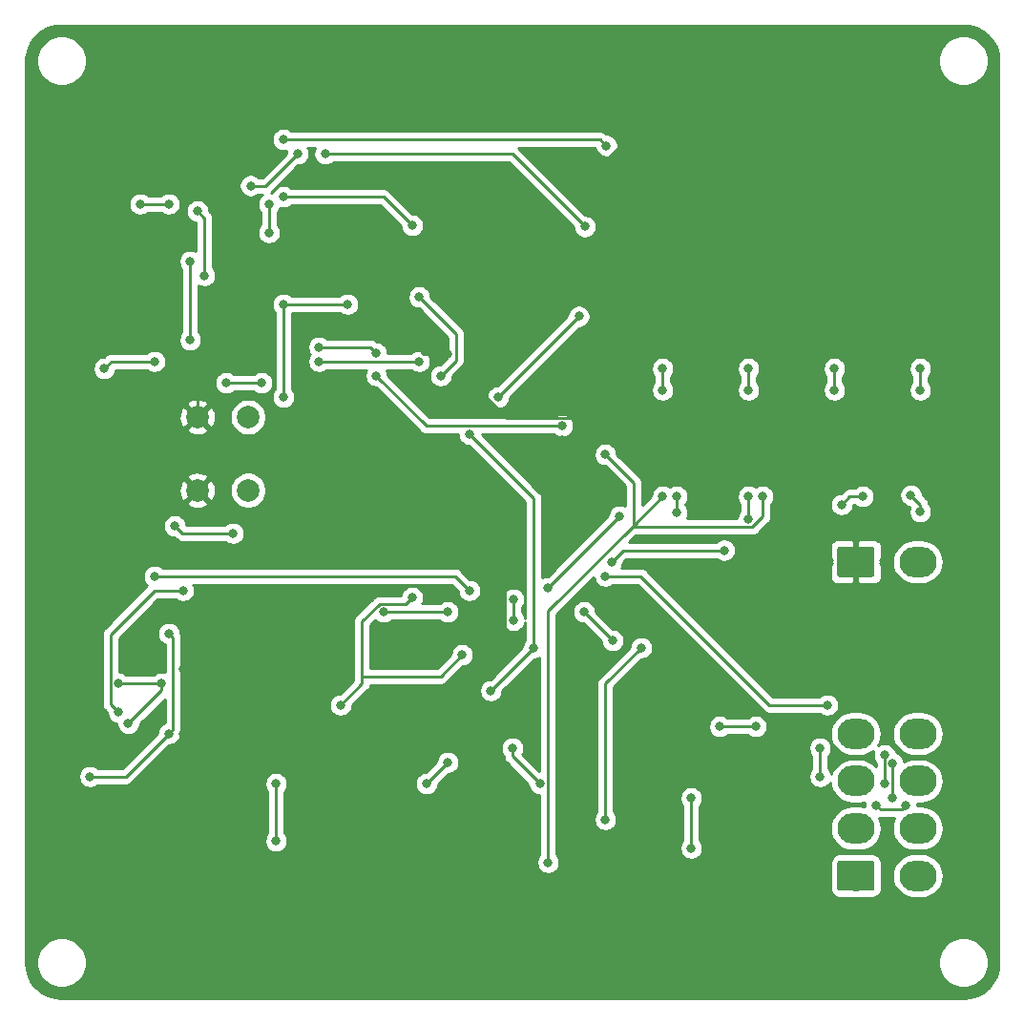
<source format=gbr>
G04 #@! TF.GenerationSoftware,KiCad,Pcbnew,(5.1.0)-1*
G04 #@! TF.CreationDate,2019-08-23T12:12:22+10:00*
G04 #@! TF.ProjectId,APPS,41505053-2e6b-4696-9361-645f70636258,rev?*
G04 #@! TF.SameCoordinates,Original*
G04 #@! TF.FileFunction,Copper,L2,Bot*
G04 #@! TF.FilePolarity,Positive*
%FSLAX46Y46*%
G04 Gerber Fmt 4.6, Leading zero omitted, Abs format (unit mm)*
G04 Created by KiCad (PCBNEW (5.1.0)-1) date 2019-08-23 12:12:22*
%MOMM*%
%LPD*%
G04 APERTURE LIST*
%ADD10C,0.100000*%
%ADD11C,2.700000*%
%ADD12O,3.300000X2.700000*%
%ADD13C,2.000000*%
%ADD14C,0.800000*%
%ADD15C,0.250000*%
%ADD16C,0.254000*%
G04 APERTURE END LIST*
D10*
G36*
X186844503Y-124916204D02*
G01*
X186868772Y-124919804D01*
X186892570Y-124925765D01*
X186915670Y-124934030D01*
X186937849Y-124944520D01*
X186958892Y-124957133D01*
X186978598Y-124971748D01*
X186996776Y-124988224D01*
X187013252Y-125006402D01*
X187027867Y-125026108D01*
X187040480Y-125047151D01*
X187050970Y-125069330D01*
X187059235Y-125092430D01*
X187065196Y-125116228D01*
X187068796Y-125140497D01*
X187070000Y-125165001D01*
X187070000Y-127364999D01*
X187068796Y-127389503D01*
X187065196Y-127413772D01*
X187059235Y-127437570D01*
X187050970Y-127460670D01*
X187040480Y-127482849D01*
X187027867Y-127503892D01*
X187013252Y-127523598D01*
X186996776Y-127541776D01*
X186978598Y-127558252D01*
X186958892Y-127572867D01*
X186937849Y-127585480D01*
X186915670Y-127595970D01*
X186892570Y-127604235D01*
X186868772Y-127610196D01*
X186844503Y-127613796D01*
X186819999Y-127615000D01*
X184020001Y-127615000D01*
X183995497Y-127613796D01*
X183971228Y-127610196D01*
X183947430Y-127604235D01*
X183924330Y-127595970D01*
X183902151Y-127585480D01*
X183881108Y-127572867D01*
X183861402Y-127558252D01*
X183843224Y-127541776D01*
X183826748Y-127523598D01*
X183812133Y-127503892D01*
X183799520Y-127482849D01*
X183789030Y-127460670D01*
X183780765Y-127437570D01*
X183774804Y-127413772D01*
X183771204Y-127389503D01*
X183770000Y-127364999D01*
X183770000Y-125165001D01*
X183771204Y-125140497D01*
X183774804Y-125116228D01*
X183780765Y-125092430D01*
X183789030Y-125069330D01*
X183799520Y-125047151D01*
X183812133Y-125026108D01*
X183826748Y-125006402D01*
X183843224Y-124988224D01*
X183861402Y-124971748D01*
X183881108Y-124957133D01*
X183902151Y-124944520D01*
X183924330Y-124934030D01*
X183947430Y-124925765D01*
X183971228Y-124919804D01*
X183995497Y-124916204D01*
X184020001Y-124915000D01*
X186819999Y-124915000D01*
X186844503Y-124916204D01*
X186844503Y-124916204D01*
G37*
D11*
X185420000Y-126265000D03*
D12*
X185420000Y-122065000D03*
X185420000Y-117865000D03*
X185420000Y-113665000D03*
X190920000Y-126265000D03*
X190920000Y-122065000D03*
X190920000Y-117865000D03*
X190920000Y-113665000D03*
D10*
G36*
X186844503Y-97076204D02*
G01*
X186868772Y-97079804D01*
X186892570Y-97085765D01*
X186915670Y-97094030D01*
X186937849Y-97104520D01*
X186958892Y-97117133D01*
X186978598Y-97131748D01*
X186996776Y-97148224D01*
X187013252Y-97166402D01*
X187027867Y-97186108D01*
X187040480Y-97207151D01*
X187050970Y-97229330D01*
X187059235Y-97252430D01*
X187065196Y-97276228D01*
X187068796Y-97300497D01*
X187070000Y-97325001D01*
X187070000Y-99524999D01*
X187068796Y-99549503D01*
X187065196Y-99573772D01*
X187059235Y-99597570D01*
X187050970Y-99620670D01*
X187040480Y-99642849D01*
X187027867Y-99663892D01*
X187013252Y-99683598D01*
X186996776Y-99701776D01*
X186978598Y-99718252D01*
X186958892Y-99732867D01*
X186937849Y-99745480D01*
X186915670Y-99755970D01*
X186892570Y-99764235D01*
X186868772Y-99770196D01*
X186844503Y-99773796D01*
X186819999Y-99775000D01*
X184020001Y-99775000D01*
X183995497Y-99773796D01*
X183971228Y-99770196D01*
X183947430Y-99764235D01*
X183924330Y-99755970D01*
X183902151Y-99745480D01*
X183881108Y-99732867D01*
X183861402Y-99718252D01*
X183843224Y-99701776D01*
X183826748Y-99683598D01*
X183812133Y-99663892D01*
X183799520Y-99642849D01*
X183789030Y-99620670D01*
X183780765Y-99597570D01*
X183774804Y-99573772D01*
X183771204Y-99549503D01*
X183770000Y-99524999D01*
X183770000Y-97325001D01*
X183771204Y-97300497D01*
X183774804Y-97276228D01*
X183780765Y-97252430D01*
X183789030Y-97229330D01*
X183799520Y-97207151D01*
X183812133Y-97186108D01*
X183826748Y-97166402D01*
X183843224Y-97148224D01*
X183861402Y-97131748D01*
X183881108Y-97117133D01*
X183902151Y-97104520D01*
X183924330Y-97094030D01*
X183947430Y-97085765D01*
X183971228Y-97079804D01*
X183995497Y-97076204D01*
X184020001Y-97075000D01*
X186819999Y-97075000D01*
X186844503Y-97076204D01*
X186844503Y-97076204D01*
G37*
D11*
X185420000Y-98425000D03*
D12*
X190920000Y-98425000D03*
D13*
X131500000Y-92075000D03*
X127000000Y-92075000D03*
X131500000Y-85575000D03*
X127000000Y-85575000D03*
D14*
X185420000Y-100965000D03*
X178435000Y-100965000D03*
X123952500Y-62080569D03*
X125730000Y-62230000D03*
X123825000Y-88900000D03*
X121375000Y-88900000D03*
X165100000Y-60960000D03*
X159385000Y-64135000D03*
X146050000Y-94070000D03*
X146050000Y-92620000D03*
X135255000Y-120650000D03*
X135255000Y-123825000D03*
X173990000Y-125095000D03*
X174625000Y-121920000D03*
X174625000Y-118745000D03*
X178435000Y-107950000D03*
X173355000Y-115570000D03*
X170815000Y-111125000D03*
X128905000Y-64135000D03*
X128270000Y-76200000D03*
X163195000Y-80010000D03*
X165096479Y-79464439D03*
X172085000Y-79375000D03*
X179705000Y-79375000D03*
X187325000Y-79375000D03*
X170180000Y-73660000D03*
X159385000Y-87630000D03*
X168910000Y-88900000D03*
X147955000Y-112395000D03*
X141605000Y-115570000D03*
X154305000Y-106045000D03*
X125730000Y-113665000D03*
X125730000Y-107950000D03*
X138340000Y-78105000D03*
X144780000Y-78105000D03*
X118110000Y-83820000D03*
X117917002Y-88072002D03*
X160020000Y-122555000D03*
X168275000Y-121285000D03*
X149225000Y-80010000D03*
X130810000Y-79375000D03*
X153670000Y-81915000D03*
X151765000Y-90805000D03*
X118110000Y-115570000D03*
X121285000Y-115570000D03*
X121920000Y-66675000D03*
X124460000Y-66675000D03*
X127000000Y-67310000D03*
X127635000Y-73025000D03*
X163195000Y-121285000D03*
X133985000Y-118110000D03*
X133985000Y-123190000D03*
X124460000Y-104775000D03*
X124460000Y-113665000D03*
X139700000Y-111125000D03*
X160850153Y-76639847D03*
X153670000Y-83820000D03*
X148590000Y-81915000D03*
X146685000Y-74930000D03*
X146050000Y-101600000D03*
X150495000Y-106680000D03*
X134620000Y-75565000D03*
X134620000Y-83820000D03*
X140335000Y-75565000D03*
X117475000Y-117475000D03*
X166370000Y-106045000D03*
X163740000Y-98425000D03*
X173747000Y-97400000D03*
X187960000Y-118110000D03*
X187960000Y-115570000D03*
X170815000Y-123825000D03*
X170815000Y-119380000D03*
X182245000Y-117475000D03*
X182245000Y-114935000D03*
X188685000Y-119380000D03*
X188685000Y-116277108D03*
X189865000Y-120015000D03*
X187235000Y-120015000D03*
X173355000Y-113030000D03*
X176530000Y-113030000D03*
X182880000Y-111125000D03*
X163195000Y-99695000D03*
X151130000Y-100965000D03*
X123190000Y-99695000D03*
X175895000Y-94615000D03*
X175895000Y-92620000D03*
X191135000Y-93980000D03*
X190304847Y-92514847D03*
X163830000Y-105410000D03*
X149225000Y-102870000D03*
X143510000Y-102870000D03*
X161290000Y-102870000D03*
X154940000Y-114935000D03*
X157390000Y-118110000D03*
X149225000Y-116205000D03*
X147320000Y-118110000D03*
X186055000Y-92620000D03*
X184150000Y-93345000D03*
X169545000Y-94070000D03*
X169545000Y-92620000D03*
X164465000Y-94361000D03*
X158115000Y-100711000D03*
X155030000Y-101727000D03*
X155067000Y-103595000D03*
X156845000Y-106045000D03*
X153035000Y-109855000D03*
X137795000Y-80645000D03*
X146685000Y-80645000D03*
X151130000Y-87085000D03*
X168275000Y-81280000D03*
X168275000Y-83185000D03*
X175895000Y-81280000D03*
X175895000Y-83185000D03*
X183515000Y-81280000D03*
X183515000Y-83185000D03*
X191135000Y-81280000D03*
X191135000Y-83185000D03*
X158115000Y-125095000D03*
X168275000Y-92620000D03*
X177165000Y-92620000D03*
X163195000Y-88900000D03*
X159385000Y-86360000D03*
X142875000Y-81915000D03*
X125007803Y-95242310D03*
X130175000Y-95885000D03*
X137795000Y-79375000D03*
X142875000Y-79920000D03*
X133350000Y-69215000D03*
X133350000Y-66675000D03*
X134620000Y-66040000D03*
X146050000Y-68580000D03*
X123825000Y-109220000D03*
X120015000Y-109220000D03*
X120879413Y-112759053D03*
X161380000Y-68670000D03*
X138340000Y-62230000D03*
X163281403Y-61508597D03*
X134620000Y-60960000D03*
X131735153Y-65060153D03*
X135890000Y-62230000D03*
X126365000Y-78740000D03*
X126365000Y-71755000D03*
X125730000Y-100965000D03*
X129540000Y-82550000D03*
X132715000Y-82550000D03*
X120015000Y-111760000D03*
X123190000Y-80645000D03*
X118745000Y-81280000D03*
D15*
X185420000Y-100965000D02*
X178435000Y-100965000D01*
X123952500Y-62080569D02*
X125580569Y-62080569D01*
X125580569Y-62080569D02*
X125730000Y-62230000D01*
X123825000Y-88900000D02*
X121375000Y-88900000D01*
X161728002Y-64135000D02*
X159385000Y-64135000D01*
X165100000Y-60960000D02*
X161925000Y-64135000D01*
X161925000Y-64135000D02*
X161728002Y-64135000D01*
X146050000Y-94070000D02*
X146050000Y-92620000D01*
X135255000Y-120650000D02*
X135255000Y-123825000D01*
X173990000Y-125095000D02*
X174625000Y-124460000D01*
X174625000Y-124460000D02*
X174625000Y-121920000D01*
X174625000Y-118745000D02*
X174625000Y-121920000D01*
X178435000Y-107950000D02*
X178435000Y-100965000D01*
X173355000Y-115570000D02*
X170815000Y-113030000D01*
X170815000Y-113030000D02*
X170815000Y-111125000D01*
X128905000Y-64135000D02*
X128905000Y-75565000D01*
X128905000Y-75565000D02*
X128270000Y-76200000D01*
X163195000Y-80010000D02*
X164550918Y-80010000D01*
X164550918Y-80010000D02*
X165096479Y-79464439D01*
X165096479Y-79464439D02*
X171995561Y-79464439D01*
X171995561Y-79464439D02*
X172085000Y-79375000D01*
X172085000Y-79375000D02*
X179705000Y-79375000D01*
X179705000Y-79375000D02*
X187325000Y-79375000D01*
X172085000Y-79375000D02*
X172085000Y-75565000D01*
X172085000Y-75565000D02*
X170180000Y-73660000D01*
X167640000Y-87630000D02*
X168910000Y-88900000D01*
X147955000Y-112395000D02*
X144780000Y-112395000D01*
X144780000Y-112395000D02*
X141605000Y-115570000D01*
X125730000Y-113665000D02*
X125730000Y-107950000D01*
X138340000Y-78105000D02*
X144780000Y-78105000D01*
X118110000Y-83820000D02*
X118110000Y-87879004D01*
X118110000Y-87879004D02*
X117917002Y-88072002D01*
X160020000Y-122555000D02*
X167005000Y-122555000D01*
X167005000Y-122555000D02*
X168275000Y-121285000D01*
X165096479Y-85086479D02*
X165096479Y-79464439D01*
X167640000Y-87630000D02*
X165096479Y-85086479D01*
X145179999Y-78504999D02*
X144780000Y-78105000D01*
X145618001Y-78504999D02*
X145179999Y-78504999D01*
X147123002Y-80010000D02*
X145618001Y-78504999D01*
X149225000Y-80010000D02*
X147123002Y-80010000D01*
X127000000Y-85575000D02*
X127000000Y-83185000D01*
X127000000Y-83185000D02*
X130810000Y-79375000D01*
X154411997Y-85634999D02*
X161199999Y-85634999D01*
X152215010Y-83438012D02*
X154411997Y-85634999D01*
X153670000Y-81915000D02*
X152215010Y-83369990D01*
X152215010Y-83369990D02*
X152215010Y-83438012D01*
X161199999Y-85634999D02*
X163195000Y-87630000D01*
X163195000Y-87630000D02*
X163830000Y-87630000D01*
X159385000Y-87630000D02*
X163830000Y-87630000D01*
X163830000Y-87630000D02*
X167640000Y-87630000D01*
X154305000Y-106045000D02*
X154305000Y-93345000D01*
X154305000Y-93345000D02*
X151765000Y-90805000D01*
X118110000Y-115570000D02*
X121285000Y-115570000D01*
X121920000Y-66675000D02*
X124460000Y-66675000D01*
X127000000Y-67310000D02*
X127635000Y-67945000D01*
X127635000Y-67945000D02*
X127635000Y-73025000D01*
X163195000Y-109220000D02*
X163195000Y-121285000D01*
X166370000Y-106045000D02*
X163195000Y-109220000D01*
X133985000Y-118110000D02*
X133985000Y-123190000D01*
X124859999Y-113265001D02*
X124460000Y-113665000D01*
X124460000Y-104775000D02*
X124859999Y-105174999D01*
X124859999Y-105174999D02*
X124859999Y-113265001D01*
X160850153Y-76639847D02*
X153670000Y-83820000D01*
X149950001Y-78195001D02*
X146685000Y-74930000D01*
X148590000Y-81915000D02*
X149950001Y-80554999D01*
X149950001Y-80554999D02*
X149950001Y-78195001D01*
X143161999Y-102144999D02*
X141605000Y-103701998D01*
X146050000Y-101600000D02*
X145505001Y-102144999D01*
X145505001Y-102144999D02*
X143161999Y-102144999D01*
X139700000Y-111125000D02*
X141605000Y-109220000D01*
X148590000Y-108585000D02*
X150495000Y-106680000D01*
X141605000Y-108585000D02*
X148590000Y-108585000D01*
X141605000Y-108585000D02*
X141605000Y-109220000D01*
X141605000Y-103701998D02*
X141605000Y-108585000D01*
X134620000Y-75565000D02*
X134620000Y-83820000D01*
X140335000Y-75565000D02*
X134620000Y-75565000D01*
X120650000Y-117475000D02*
X124460000Y-113665000D01*
X117475000Y-117475000D02*
X120650000Y-117475000D01*
X164739999Y-97425001D02*
X163740000Y-98425000D01*
X171720001Y-97425001D02*
X164739999Y-97425001D01*
X171720001Y-97425001D02*
X173721999Y-97425001D01*
X173721999Y-97425001D02*
X173747000Y-97400000D01*
X187960000Y-118110000D02*
X187960000Y-115570000D01*
X170815000Y-123825000D02*
X170815000Y-119380000D01*
X182245000Y-117475000D02*
X182245000Y-114935000D01*
X188685000Y-119380000D02*
X188685000Y-116277108D01*
X187634999Y-120414999D02*
X187235000Y-120015000D01*
X189865000Y-120015000D02*
X189465001Y-120414999D01*
X189465001Y-120414999D02*
X187634999Y-120414999D01*
X173355000Y-113030000D02*
X176530000Y-113030000D01*
X166324998Y-99695000D02*
X163195000Y-99695000D01*
X182880000Y-111125000D02*
X177754998Y-111125000D01*
X177754998Y-111125000D02*
X166324998Y-99695000D01*
X151130000Y-100965000D02*
X149860000Y-99695000D01*
X149860000Y-99695000D02*
X123190000Y-99695000D01*
X175895000Y-94615000D02*
X175895000Y-92620000D01*
X191135000Y-93980000D02*
X191135000Y-93345000D01*
X191135000Y-93345000D02*
X190304847Y-92514847D01*
X143510000Y-102870000D02*
X149225000Y-102870000D01*
X161290000Y-102870000D02*
X163830000Y-105410000D01*
X154940000Y-114935000D02*
X154940000Y-115660000D01*
X154940000Y-115660000D02*
X157390000Y-118110000D01*
X149225000Y-116205000D02*
X147320000Y-118110000D01*
X186055000Y-92620000D02*
X184875000Y-92620000D01*
X184875000Y-92620000D02*
X184150000Y-93345000D01*
X169545000Y-94070000D02*
X169545000Y-92710000D01*
X169545000Y-92710000D02*
X169545000Y-92620000D01*
X164465000Y-94361000D02*
X158115000Y-100711000D01*
X155030000Y-101727000D02*
X155030000Y-103558000D01*
X155030000Y-103558000D02*
X155067000Y-103595000D01*
X156845000Y-106045000D02*
X153035000Y-109855000D01*
X137795000Y-80645000D02*
X146685000Y-80645000D01*
X156845000Y-106045000D02*
X156845000Y-92800000D01*
X156845000Y-92800000D02*
X151130000Y-87085000D01*
X168275000Y-81280000D02*
X168275000Y-83185000D01*
X175895000Y-81280000D02*
X175895000Y-83185000D01*
X183515000Y-81280000D02*
X183515000Y-83185000D01*
X191135000Y-81280000D02*
X191135000Y-83185000D01*
X158115000Y-125095000D02*
X158115000Y-102780000D01*
X165825001Y-95340001D02*
X165690000Y-95205000D01*
X176243001Y-95340001D02*
X165825001Y-95340001D01*
X177165000Y-94418002D02*
X176243001Y-95340001D01*
X177165000Y-92620000D02*
X177165000Y-94418002D01*
X158115000Y-102780000D02*
X165690000Y-95205000D01*
X165690000Y-95205000D02*
X168275000Y-92620000D01*
X165690000Y-91395000D02*
X165690000Y-95205000D01*
X163195000Y-88900000D02*
X165690000Y-91395000D01*
X159385000Y-86360000D02*
X147320000Y-86360000D01*
X147320000Y-86360000D02*
X142875000Y-81915000D01*
X125007803Y-95242310D02*
X125650493Y-95885000D01*
X125650493Y-95885000D02*
X130175000Y-95885000D01*
X137795000Y-79375000D02*
X142330000Y-79375000D01*
X142330000Y-79375000D02*
X142875000Y-79920000D01*
X133350000Y-69215000D02*
X133350000Y-66675000D01*
X134620000Y-66040000D02*
X143510000Y-66040000D01*
X143510000Y-66040000D02*
X146050000Y-68580000D01*
X123825000Y-109220000D02*
X120015000Y-109220000D01*
X123825000Y-109220000D02*
X123825000Y-109813466D01*
X123825000Y-109813466D02*
X120879413Y-112759053D01*
X161380000Y-68670000D02*
X154940000Y-62230000D01*
X154940000Y-62230000D02*
X138340000Y-62230000D01*
X163281403Y-61508597D02*
X162732806Y-60960000D01*
X162732806Y-60960000D02*
X134620000Y-60960000D01*
X131735153Y-65060153D02*
X133059847Y-65060153D01*
X133059847Y-65060153D02*
X135890000Y-62230000D01*
X126365000Y-78740000D02*
X126365000Y-71755000D01*
X123190000Y-100965000D02*
X125730000Y-100965000D01*
X129540000Y-82550000D02*
X132715000Y-82550000D01*
X119289999Y-104865001D02*
X119380000Y-104775000D01*
X119289999Y-111034999D02*
X119289999Y-104865001D01*
X120015000Y-111760000D02*
X119289999Y-111034999D01*
X119380000Y-104775000D02*
X123190000Y-100965000D01*
X123190000Y-80645000D02*
X119380000Y-80645000D01*
X119380000Y-80645000D02*
X118745000Y-81280000D01*
D16*
G36*
X195556222Y-50888096D02*
G01*
X196144164Y-51065606D01*
X196686436Y-51353937D01*
X197162364Y-51742094D01*
X197553845Y-52215314D01*
X197845951Y-52755552D01*
X198027563Y-53342244D01*
X198095000Y-53983879D01*
X198095001Y-133952711D01*
X198031904Y-134596221D01*
X197854394Y-135184164D01*
X197566063Y-135726436D01*
X197177906Y-136202364D01*
X196704686Y-136593845D01*
X196164449Y-136885950D01*
X195577756Y-137067563D01*
X194936130Y-137135000D01*
X114967279Y-137135000D01*
X114323779Y-137071904D01*
X113735836Y-136894394D01*
X113193564Y-136606063D01*
X112717636Y-136217906D01*
X112326155Y-135744686D01*
X112034050Y-135204449D01*
X111852437Y-134617756D01*
X111785000Y-133976130D01*
X111785000Y-133764872D01*
X112710000Y-133764872D01*
X112710000Y-134205128D01*
X112795890Y-134636925D01*
X112964369Y-135043669D01*
X113208962Y-135409729D01*
X113520271Y-135721038D01*
X113886331Y-135965631D01*
X114293075Y-136134110D01*
X114724872Y-136220000D01*
X115165128Y-136220000D01*
X115596925Y-136134110D01*
X116003669Y-135965631D01*
X116369729Y-135721038D01*
X116681038Y-135409729D01*
X116925631Y-135043669D01*
X117094110Y-134636925D01*
X117180000Y-134205128D01*
X117180000Y-133764872D01*
X192710000Y-133764872D01*
X192710000Y-134205128D01*
X192795890Y-134636925D01*
X192964369Y-135043669D01*
X193208962Y-135409729D01*
X193520271Y-135721038D01*
X193886331Y-135965631D01*
X194293075Y-136134110D01*
X194724872Y-136220000D01*
X195165128Y-136220000D01*
X195596925Y-136134110D01*
X196003669Y-135965631D01*
X196369729Y-135721038D01*
X196681038Y-135409729D01*
X196925631Y-135043669D01*
X197094110Y-134636925D01*
X197180000Y-134205128D01*
X197180000Y-133764872D01*
X197094110Y-133333075D01*
X196925631Y-132926331D01*
X196681038Y-132560271D01*
X196369729Y-132248962D01*
X196003669Y-132004369D01*
X195596925Y-131835890D01*
X195165128Y-131750000D01*
X194724872Y-131750000D01*
X194293075Y-131835890D01*
X193886331Y-132004369D01*
X193520271Y-132248962D01*
X193208962Y-132560271D01*
X192964369Y-132926331D01*
X192795890Y-133333075D01*
X192710000Y-133764872D01*
X117180000Y-133764872D01*
X117094110Y-133333075D01*
X116925631Y-132926331D01*
X116681038Y-132560271D01*
X116369729Y-132248962D01*
X116003669Y-132004369D01*
X115596925Y-131835890D01*
X115165128Y-131750000D01*
X114724872Y-131750000D01*
X114293075Y-131835890D01*
X113886331Y-132004369D01*
X113520271Y-132248962D01*
X113208962Y-132560271D01*
X112964369Y-132926331D01*
X112795890Y-133333075D01*
X112710000Y-133764872D01*
X111785000Y-133764872D01*
X111785000Y-117373061D01*
X116440000Y-117373061D01*
X116440000Y-117576939D01*
X116479774Y-117776898D01*
X116557795Y-117965256D01*
X116671063Y-118134774D01*
X116815226Y-118278937D01*
X116984744Y-118392205D01*
X117173102Y-118470226D01*
X117373061Y-118510000D01*
X117576939Y-118510000D01*
X117776898Y-118470226D01*
X117965256Y-118392205D01*
X118134774Y-118278937D01*
X118178711Y-118235000D01*
X120612678Y-118235000D01*
X120650000Y-118238676D01*
X120687322Y-118235000D01*
X120687333Y-118235000D01*
X120798986Y-118224003D01*
X120942247Y-118180546D01*
X121074276Y-118109974D01*
X121190001Y-118015001D01*
X121195696Y-118008061D01*
X132950000Y-118008061D01*
X132950000Y-118211939D01*
X132989774Y-118411898D01*
X133067795Y-118600256D01*
X133181063Y-118769774D01*
X133225000Y-118813711D01*
X133225001Y-122486288D01*
X133181063Y-122530226D01*
X133067795Y-122699744D01*
X132989774Y-122888102D01*
X132950000Y-123088061D01*
X132950000Y-123291939D01*
X132989774Y-123491898D01*
X133067795Y-123680256D01*
X133181063Y-123849774D01*
X133325226Y-123993937D01*
X133494744Y-124107205D01*
X133683102Y-124185226D01*
X133883061Y-124225000D01*
X134086939Y-124225000D01*
X134286898Y-124185226D01*
X134475256Y-124107205D01*
X134644774Y-123993937D01*
X134788937Y-123849774D01*
X134902205Y-123680256D01*
X134980226Y-123491898D01*
X135020000Y-123291939D01*
X135020000Y-123088061D01*
X134980226Y-122888102D01*
X134902205Y-122699744D01*
X134788937Y-122530226D01*
X134745000Y-122486289D01*
X134745000Y-118813711D01*
X134788937Y-118769774D01*
X134902205Y-118600256D01*
X134980226Y-118411898D01*
X135020000Y-118211939D01*
X135020000Y-118008061D01*
X146285000Y-118008061D01*
X146285000Y-118211939D01*
X146324774Y-118411898D01*
X146402795Y-118600256D01*
X146516063Y-118769774D01*
X146660226Y-118913937D01*
X146829744Y-119027205D01*
X147018102Y-119105226D01*
X147218061Y-119145000D01*
X147421939Y-119145000D01*
X147621898Y-119105226D01*
X147810256Y-119027205D01*
X147979774Y-118913937D01*
X148123937Y-118769774D01*
X148237205Y-118600256D01*
X148315226Y-118411898D01*
X148355000Y-118211939D01*
X148355000Y-118149801D01*
X149264802Y-117240000D01*
X149326939Y-117240000D01*
X149526898Y-117200226D01*
X149715256Y-117122205D01*
X149884774Y-117008937D01*
X150028937Y-116864774D01*
X150142205Y-116695256D01*
X150220226Y-116506898D01*
X150260000Y-116306939D01*
X150260000Y-116103061D01*
X150220226Y-115903102D01*
X150142205Y-115714744D01*
X150028937Y-115545226D01*
X149884774Y-115401063D01*
X149715256Y-115287795D01*
X149526898Y-115209774D01*
X149326939Y-115170000D01*
X149123061Y-115170000D01*
X148923102Y-115209774D01*
X148734744Y-115287795D01*
X148565226Y-115401063D01*
X148421063Y-115545226D01*
X148307795Y-115714744D01*
X148229774Y-115903102D01*
X148190000Y-116103061D01*
X148190000Y-116165198D01*
X147280199Y-117075000D01*
X147218061Y-117075000D01*
X147018102Y-117114774D01*
X146829744Y-117192795D01*
X146660226Y-117306063D01*
X146516063Y-117450226D01*
X146402795Y-117619744D01*
X146324774Y-117808102D01*
X146285000Y-118008061D01*
X135020000Y-118008061D01*
X134980226Y-117808102D01*
X134902205Y-117619744D01*
X134788937Y-117450226D01*
X134644774Y-117306063D01*
X134475256Y-117192795D01*
X134286898Y-117114774D01*
X134086939Y-117075000D01*
X133883061Y-117075000D01*
X133683102Y-117114774D01*
X133494744Y-117192795D01*
X133325226Y-117306063D01*
X133181063Y-117450226D01*
X133067795Y-117619744D01*
X132989774Y-117808102D01*
X132950000Y-118008061D01*
X121195696Y-118008061D01*
X121213804Y-117985997D01*
X124499802Y-114700000D01*
X124561939Y-114700000D01*
X124761898Y-114660226D01*
X124950256Y-114582205D01*
X125119774Y-114468937D01*
X125263937Y-114324774D01*
X125377205Y-114155256D01*
X125455226Y-113966898D01*
X125495000Y-113766939D01*
X125495000Y-113689226D01*
X125565545Y-113557248D01*
X125609002Y-113413987D01*
X125619999Y-113302334D01*
X125619999Y-113302324D01*
X125623675Y-113265002D01*
X125619999Y-113227679D01*
X125619999Y-111023061D01*
X138665000Y-111023061D01*
X138665000Y-111226939D01*
X138704774Y-111426898D01*
X138782795Y-111615256D01*
X138896063Y-111784774D01*
X139040226Y-111928937D01*
X139209744Y-112042205D01*
X139398102Y-112120226D01*
X139598061Y-112160000D01*
X139801939Y-112160000D01*
X140001898Y-112120226D01*
X140190256Y-112042205D01*
X140359774Y-111928937D01*
X140503937Y-111784774D01*
X140617205Y-111615256D01*
X140695226Y-111426898D01*
X140735000Y-111226939D01*
X140735000Y-111164801D01*
X142116003Y-109783799D01*
X142145001Y-109760001D01*
X142239974Y-109644276D01*
X142310546Y-109512247D01*
X142354003Y-109368986D01*
X142356365Y-109345000D01*
X148552678Y-109345000D01*
X148590000Y-109348676D01*
X148627322Y-109345000D01*
X148627333Y-109345000D01*
X148738986Y-109334003D01*
X148882247Y-109290546D01*
X149014276Y-109219974D01*
X149130001Y-109125001D01*
X149153804Y-109095997D01*
X150534802Y-107715000D01*
X150596939Y-107715000D01*
X150796898Y-107675226D01*
X150985256Y-107597205D01*
X151154774Y-107483937D01*
X151298937Y-107339774D01*
X151412205Y-107170256D01*
X151490226Y-106981898D01*
X151530000Y-106781939D01*
X151530000Y-106578061D01*
X151490226Y-106378102D01*
X151412205Y-106189744D01*
X151298937Y-106020226D01*
X151154774Y-105876063D01*
X150985256Y-105762795D01*
X150796898Y-105684774D01*
X150596939Y-105645000D01*
X150393061Y-105645000D01*
X150193102Y-105684774D01*
X150004744Y-105762795D01*
X149835226Y-105876063D01*
X149691063Y-106020226D01*
X149577795Y-106189744D01*
X149499774Y-106378102D01*
X149460000Y-106578061D01*
X149460000Y-106640198D01*
X148275199Y-107825000D01*
X142365000Y-107825000D01*
X142365000Y-104016799D01*
X142779044Y-103602755D01*
X142850226Y-103673937D01*
X143019744Y-103787205D01*
X143208102Y-103865226D01*
X143408061Y-103905000D01*
X143611939Y-103905000D01*
X143811898Y-103865226D01*
X144000256Y-103787205D01*
X144169774Y-103673937D01*
X144213711Y-103630000D01*
X148521289Y-103630000D01*
X148565226Y-103673937D01*
X148734744Y-103787205D01*
X148923102Y-103865226D01*
X149123061Y-103905000D01*
X149326939Y-103905000D01*
X149526898Y-103865226D01*
X149715256Y-103787205D01*
X149884774Y-103673937D01*
X150028937Y-103529774D01*
X150142205Y-103360256D01*
X150220226Y-103171898D01*
X150260000Y-102971939D01*
X150260000Y-102768061D01*
X150220226Y-102568102D01*
X150142205Y-102379744D01*
X150028937Y-102210226D01*
X149884774Y-102066063D01*
X149715256Y-101952795D01*
X149526898Y-101874774D01*
X149326939Y-101835000D01*
X149123061Y-101835000D01*
X148923102Y-101874774D01*
X148734744Y-101952795D01*
X148565226Y-102066063D01*
X148521289Y-102110000D01*
X146954013Y-102110000D01*
X146967205Y-102090256D01*
X147045226Y-101901898D01*
X147085000Y-101701939D01*
X147085000Y-101498061D01*
X147045226Y-101298102D01*
X146967205Y-101109744D01*
X146853937Y-100940226D01*
X146709774Y-100796063D01*
X146540256Y-100682795D01*
X146351898Y-100604774D01*
X146151939Y-100565000D01*
X145948061Y-100565000D01*
X145748102Y-100604774D01*
X145559744Y-100682795D01*
X145390226Y-100796063D01*
X145246063Y-100940226D01*
X145132795Y-101109744D01*
X145054774Y-101298102D01*
X145037489Y-101384999D01*
X143199321Y-101384999D01*
X143161998Y-101381323D01*
X143124675Y-101384999D01*
X143124666Y-101384999D01*
X143013013Y-101395996D01*
X142917062Y-101425102D01*
X142869752Y-101439453D01*
X142737722Y-101510025D01*
X142654878Y-101578014D01*
X142621998Y-101604998D01*
X142598200Y-101633996D01*
X141094003Y-103138194D01*
X141064999Y-103161997D01*
X141030302Y-103204276D01*
X140970026Y-103277722D01*
X140914821Y-103381002D01*
X140899454Y-103409752D01*
X140855997Y-103553013D01*
X140845000Y-103664666D01*
X140845000Y-103664676D01*
X140841324Y-103701998D01*
X140845000Y-103739321D01*
X140845001Y-108547657D01*
X140841323Y-108585000D01*
X140845000Y-108622333D01*
X140845000Y-108905198D01*
X139660199Y-110090000D01*
X139598061Y-110090000D01*
X139398102Y-110129774D01*
X139209744Y-110207795D01*
X139040226Y-110321063D01*
X138896063Y-110465226D01*
X138782795Y-110634744D01*
X138704774Y-110823102D01*
X138665000Y-111023061D01*
X125619999Y-111023061D01*
X125619999Y-105212321D01*
X125623675Y-105174998D01*
X125619999Y-105137676D01*
X125619999Y-105137666D01*
X125609002Y-105026013D01*
X125565545Y-104882752D01*
X125495000Y-104750774D01*
X125495000Y-104673061D01*
X125455226Y-104473102D01*
X125377205Y-104284744D01*
X125263937Y-104115226D01*
X125119774Y-103971063D01*
X124950256Y-103857795D01*
X124761898Y-103779774D01*
X124561939Y-103740000D01*
X124358061Y-103740000D01*
X124158102Y-103779774D01*
X123969744Y-103857795D01*
X123800226Y-103971063D01*
X123656063Y-104115226D01*
X123542795Y-104284744D01*
X123464774Y-104473102D01*
X123425000Y-104673061D01*
X123425000Y-104876939D01*
X123464774Y-105076898D01*
X123542795Y-105265256D01*
X123656063Y-105434774D01*
X123800226Y-105578937D01*
X123969744Y-105692205D01*
X124099999Y-105746159D01*
X124099999Y-108219424D01*
X123926939Y-108185000D01*
X123723061Y-108185000D01*
X123523102Y-108224774D01*
X123334744Y-108302795D01*
X123165226Y-108416063D01*
X123121289Y-108460000D01*
X120718711Y-108460000D01*
X120674774Y-108416063D01*
X120505256Y-108302795D01*
X120316898Y-108224774D01*
X120116939Y-108185000D01*
X120049999Y-108185000D01*
X120049999Y-105179802D01*
X123504802Y-101725000D01*
X125026289Y-101725000D01*
X125070226Y-101768937D01*
X125239744Y-101882205D01*
X125428102Y-101960226D01*
X125628061Y-102000000D01*
X125831939Y-102000000D01*
X126031898Y-101960226D01*
X126220256Y-101882205D01*
X126389774Y-101768937D01*
X126533937Y-101624774D01*
X126647205Y-101455256D01*
X126725226Y-101266898D01*
X126765000Y-101066939D01*
X126765000Y-100863061D01*
X126725226Y-100663102D01*
X126647205Y-100474744D01*
X126634013Y-100455000D01*
X149545199Y-100455000D01*
X150095000Y-101004802D01*
X150095000Y-101066939D01*
X150134774Y-101266898D01*
X150212795Y-101455256D01*
X150326063Y-101624774D01*
X150470226Y-101768937D01*
X150639744Y-101882205D01*
X150828102Y-101960226D01*
X151028061Y-102000000D01*
X151231939Y-102000000D01*
X151431898Y-101960226D01*
X151620256Y-101882205D01*
X151789774Y-101768937D01*
X151933937Y-101624774D01*
X152047205Y-101455256D01*
X152125226Y-101266898D01*
X152165000Y-101066939D01*
X152165000Y-100863061D01*
X152125226Y-100663102D01*
X152047205Y-100474744D01*
X151933937Y-100305226D01*
X151789774Y-100161063D01*
X151620256Y-100047795D01*
X151431898Y-99969774D01*
X151231939Y-99930000D01*
X151169802Y-99930000D01*
X150423804Y-99184003D01*
X150400001Y-99154999D01*
X150284276Y-99060026D01*
X150152247Y-98989454D01*
X150008986Y-98945997D01*
X149897333Y-98935000D01*
X149897322Y-98935000D01*
X149860000Y-98931324D01*
X149822678Y-98935000D01*
X123893711Y-98935000D01*
X123849774Y-98891063D01*
X123680256Y-98777795D01*
X123491898Y-98699774D01*
X123291939Y-98660000D01*
X123088061Y-98660000D01*
X122888102Y-98699774D01*
X122699744Y-98777795D01*
X122530226Y-98891063D01*
X122386063Y-99035226D01*
X122272795Y-99204744D01*
X122194774Y-99393102D01*
X122155000Y-99593061D01*
X122155000Y-99796939D01*
X122194774Y-99996898D01*
X122272795Y-100185256D01*
X122386063Y-100354774D01*
X122530226Y-100498937D01*
X122560819Y-100519379D01*
X118868998Y-104211201D01*
X118778997Y-104301202D01*
X118749999Y-104325000D01*
X118726201Y-104353998D01*
X118726200Y-104353999D01*
X118655025Y-104440725D01*
X118584453Y-104572755D01*
X118567089Y-104630000D01*
X118540997Y-104716015D01*
X118535187Y-104775000D01*
X118526323Y-104865001D01*
X118530000Y-104902333D01*
X118529999Y-110997676D01*
X118526323Y-111034999D01*
X118529999Y-111072321D01*
X118529999Y-111072331D01*
X118540996Y-111183984D01*
X118584453Y-111327245D01*
X118655025Y-111459275D01*
X118661983Y-111467753D01*
X118749998Y-111575000D01*
X118779001Y-111598802D01*
X118980000Y-111799801D01*
X118980000Y-111861939D01*
X119019774Y-112061898D01*
X119097795Y-112250256D01*
X119211063Y-112419774D01*
X119355226Y-112563937D01*
X119524744Y-112677205D01*
X119713102Y-112755226D01*
X119844413Y-112781345D01*
X119844413Y-112860992D01*
X119884187Y-113060951D01*
X119962208Y-113249309D01*
X120075476Y-113418827D01*
X120219639Y-113562990D01*
X120389157Y-113676258D01*
X120577515Y-113754279D01*
X120777474Y-113794053D01*
X120981352Y-113794053D01*
X121181311Y-113754279D01*
X121369669Y-113676258D01*
X121539187Y-113562990D01*
X121683350Y-113418827D01*
X121796618Y-113249309D01*
X121874639Y-113060951D01*
X121914413Y-112860992D01*
X121914413Y-112798854D01*
X124100000Y-110613268D01*
X124100000Y-112693841D01*
X123969744Y-112747795D01*
X123800226Y-112861063D01*
X123656063Y-113005226D01*
X123542795Y-113174744D01*
X123464774Y-113363102D01*
X123425000Y-113563061D01*
X123425000Y-113625198D01*
X120335199Y-116715000D01*
X118178711Y-116715000D01*
X118134774Y-116671063D01*
X117965256Y-116557795D01*
X117776898Y-116479774D01*
X117576939Y-116440000D01*
X117373061Y-116440000D01*
X117173102Y-116479774D01*
X116984744Y-116557795D01*
X116815226Y-116671063D01*
X116671063Y-116815226D01*
X116557795Y-116984744D01*
X116479774Y-117173102D01*
X116440000Y-117373061D01*
X111785000Y-117373061D01*
X111785000Y-95140371D01*
X123972803Y-95140371D01*
X123972803Y-95344249D01*
X124012577Y-95544208D01*
X124090598Y-95732566D01*
X124203866Y-95902084D01*
X124348029Y-96046247D01*
X124517547Y-96159515D01*
X124705905Y-96237536D01*
X124905864Y-96277310D01*
X124968001Y-96277310D01*
X125086693Y-96396002D01*
X125110492Y-96425001D01*
X125139490Y-96448799D01*
X125226216Y-96519974D01*
X125358246Y-96590546D01*
X125501507Y-96634003D01*
X125613160Y-96645000D01*
X125613170Y-96645000D01*
X125650493Y-96648676D01*
X125687816Y-96645000D01*
X129471289Y-96645000D01*
X129515226Y-96688937D01*
X129684744Y-96802205D01*
X129873102Y-96880226D01*
X130073061Y-96920000D01*
X130276939Y-96920000D01*
X130476898Y-96880226D01*
X130665256Y-96802205D01*
X130834774Y-96688937D01*
X130978937Y-96544774D01*
X131092205Y-96375256D01*
X131170226Y-96186898D01*
X131210000Y-95986939D01*
X131210000Y-95783061D01*
X131170226Y-95583102D01*
X131092205Y-95394744D01*
X130978937Y-95225226D01*
X130834774Y-95081063D01*
X130665256Y-94967795D01*
X130476898Y-94889774D01*
X130276939Y-94850000D01*
X130073061Y-94850000D01*
X129873102Y-94889774D01*
X129684744Y-94967795D01*
X129515226Y-95081063D01*
X129471289Y-95125000D01*
X126039746Y-95125000D01*
X126003029Y-94940412D01*
X125925008Y-94752054D01*
X125811740Y-94582536D01*
X125667577Y-94438373D01*
X125498059Y-94325105D01*
X125309701Y-94247084D01*
X125109742Y-94207310D01*
X124905864Y-94207310D01*
X124705905Y-94247084D01*
X124517547Y-94325105D01*
X124348029Y-94438373D01*
X124203866Y-94582536D01*
X124090598Y-94752054D01*
X124012577Y-94940412D01*
X123972803Y-95140371D01*
X111785000Y-95140371D01*
X111785000Y-93210413D01*
X126044192Y-93210413D01*
X126139956Y-93474814D01*
X126429571Y-93615704D01*
X126741108Y-93697384D01*
X127062595Y-93716718D01*
X127381675Y-93672961D01*
X127686088Y-93567795D01*
X127860044Y-93474814D01*
X127955808Y-93210413D01*
X127000000Y-92254605D01*
X126044192Y-93210413D01*
X111785000Y-93210413D01*
X111785000Y-92137595D01*
X125358282Y-92137595D01*
X125402039Y-92456675D01*
X125507205Y-92761088D01*
X125600186Y-92935044D01*
X125864587Y-93030808D01*
X126820395Y-92075000D01*
X127179605Y-92075000D01*
X128135413Y-93030808D01*
X128399814Y-92935044D01*
X128540704Y-92645429D01*
X128622384Y-92333892D01*
X128641718Y-92012405D01*
X128628219Y-91913967D01*
X129865000Y-91913967D01*
X129865000Y-92236033D01*
X129927832Y-92551912D01*
X130051082Y-92849463D01*
X130230013Y-93117252D01*
X130457748Y-93344987D01*
X130725537Y-93523918D01*
X131023088Y-93647168D01*
X131338967Y-93710000D01*
X131661033Y-93710000D01*
X131976912Y-93647168D01*
X132274463Y-93523918D01*
X132542252Y-93344987D01*
X132769987Y-93117252D01*
X132948918Y-92849463D01*
X133072168Y-92551912D01*
X133135000Y-92236033D01*
X133135000Y-91913967D01*
X133072168Y-91598088D01*
X132948918Y-91300537D01*
X132769987Y-91032748D01*
X132542252Y-90805013D01*
X132274463Y-90626082D01*
X131976912Y-90502832D01*
X131661033Y-90440000D01*
X131338967Y-90440000D01*
X131023088Y-90502832D01*
X130725537Y-90626082D01*
X130457748Y-90805013D01*
X130230013Y-91032748D01*
X130051082Y-91300537D01*
X129927832Y-91598088D01*
X129865000Y-91913967D01*
X128628219Y-91913967D01*
X128597961Y-91693325D01*
X128492795Y-91388912D01*
X128399814Y-91214956D01*
X128135413Y-91119192D01*
X127179605Y-92075000D01*
X126820395Y-92075000D01*
X125864587Y-91119192D01*
X125600186Y-91214956D01*
X125459296Y-91504571D01*
X125377616Y-91816108D01*
X125358282Y-92137595D01*
X111785000Y-92137595D01*
X111785000Y-90939587D01*
X126044192Y-90939587D01*
X127000000Y-91895395D01*
X127955808Y-90939587D01*
X127860044Y-90675186D01*
X127570429Y-90534296D01*
X127258892Y-90452616D01*
X126937405Y-90433282D01*
X126618325Y-90477039D01*
X126313912Y-90582205D01*
X126139956Y-90675186D01*
X126044192Y-90939587D01*
X111785000Y-90939587D01*
X111785000Y-86710413D01*
X126044192Y-86710413D01*
X126139956Y-86974814D01*
X126429571Y-87115704D01*
X126741108Y-87197384D01*
X127062595Y-87216718D01*
X127381675Y-87172961D01*
X127686088Y-87067795D01*
X127860044Y-86974814D01*
X127955808Y-86710413D01*
X127000000Y-85754605D01*
X126044192Y-86710413D01*
X111785000Y-86710413D01*
X111785000Y-85637595D01*
X125358282Y-85637595D01*
X125402039Y-85956675D01*
X125507205Y-86261088D01*
X125600186Y-86435044D01*
X125864587Y-86530808D01*
X126820395Y-85575000D01*
X127179605Y-85575000D01*
X128135413Y-86530808D01*
X128399814Y-86435044D01*
X128540704Y-86145429D01*
X128622384Y-85833892D01*
X128641718Y-85512405D01*
X128628219Y-85413967D01*
X129865000Y-85413967D01*
X129865000Y-85736033D01*
X129927832Y-86051912D01*
X130051082Y-86349463D01*
X130230013Y-86617252D01*
X130457748Y-86844987D01*
X130725537Y-87023918D01*
X131023088Y-87147168D01*
X131338967Y-87210000D01*
X131661033Y-87210000D01*
X131976912Y-87147168D01*
X132274463Y-87023918D01*
X132542252Y-86844987D01*
X132769987Y-86617252D01*
X132948918Y-86349463D01*
X133072168Y-86051912D01*
X133135000Y-85736033D01*
X133135000Y-85413967D01*
X133072168Y-85098088D01*
X132948918Y-84800537D01*
X132769987Y-84532748D01*
X132542252Y-84305013D01*
X132274463Y-84126082D01*
X131976912Y-84002832D01*
X131661033Y-83940000D01*
X131338967Y-83940000D01*
X131023088Y-84002832D01*
X130725537Y-84126082D01*
X130457748Y-84305013D01*
X130230013Y-84532748D01*
X130051082Y-84800537D01*
X129927832Y-85098088D01*
X129865000Y-85413967D01*
X128628219Y-85413967D01*
X128597961Y-85193325D01*
X128492795Y-84888912D01*
X128399814Y-84714956D01*
X128135413Y-84619192D01*
X127179605Y-85575000D01*
X126820395Y-85575000D01*
X125864587Y-84619192D01*
X125600186Y-84714956D01*
X125459296Y-85004571D01*
X125377616Y-85316108D01*
X125358282Y-85637595D01*
X111785000Y-85637595D01*
X111785000Y-84439587D01*
X126044192Y-84439587D01*
X127000000Y-85395395D01*
X127955808Y-84439587D01*
X127860044Y-84175186D01*
X127570429Y-84034296D01*
X127258892Y-83952616D01*
X126937405Y-83933282D01*
X126618325Y-83977039D01*
X126313912Y-84082205D01*
X126139956Y-84175186D01*
X126044192Y-84439587D01*
X111785000Y-84439587D01*
X111785000Y-82448061D01*
X128505000Y-82448061D01*
X128505000Y-82651939D01*
X128544774Y-82851898D01*
X128622795Y-83040256D01*
X128736063Y-83209774D01*
X128880226Y-83353937D01*
X129049744Y-83467205D01*
X129238102Y-83545226D01*
X129438061Y-83585000D01*
X129641939Y-83585000D01*
X129841898Y-83545226D01*
X130030256Y-83467205D01*
X130199774Y-83353937D01*
X130243711Y-83310000D01*
X132011289Y-83310000D01*
X132055226Y-83353937D01*
X132224744Y-83467205D01*
X132413102Y-83545226D01*
X132613061Y-83585000D01*
X132816939Y-83585000D01*
X133016898Y-83545226D01*
X133205256Y-83467205D01*
X133374774Y-83353937D01*
X133518937Y-83209774D01*
X133632205Y-83040256D01*
X133710226Y-82851898D01*
X133750000Y-82651939D01*
X133750000Y-82448061D01*
X133710226Y-82248102D01*
X133632205Y-82059744D01*
X133518937Y-81890226D01*
X133374774Y-81746063D01*
X133205256Y-81632795D01*
X133016898Y-81554774D01*
X132816939Y-81515000D01*
X132613061Y-81515000D01*
X132413102Y-81554774D01*
X132224744Y-81632795D01*
X132055226Y-81746063D01*
X132011289Y-81790000D01*
X130243711Y-81790000D01*
X130199774Y-81746063D01*
X130030256Y-81632795D01*
X129841898Y-81554774D01*
X129641939Y-81515000D01*
X129438061Y-81515000D01*
X129238102Y-81554774D01*
X129049744Y-81632795D01*
X128880226Y-81746063D01*
X128736063Y-81890226D01*
X128622795Y-82059744D01*
X128544774Y-82248102D01*
X128505000Y-82448061D01*
X111785000Y-82448061D01*
X111785000Y-81178061D01*
X117710000Y-81178061D01*
X117710000Y-81381939D01*
X117749774Y-81581898D01*
X117827795Y-81770256D01*
X117941063Y-81939774D01*
X118085226Y-82083937D01*
X118254744Y-82197205D01*
X118443102Y-82275226D01*
X118643061Y-82315000D01*
X118846939Y-82315000D01*
X119046898Y-82275226D01*
X119235256Y-82197205D01*
X119404774Y-82083937D01*
X119548937Y-81939774D01*
X119662205Y-81770256D01*
X119740226Y-81581898D01*
X119775413Y-81405000D01*
X122486289Y-81405000D01*
X122530226Y-81448937D01*
X122699744Y-81562205D01*
X122888102Y-81640226D01*
X123088061Y-81680000D01*
X123291939Y-81680000D01*
X123491898Y-81640226D01*
X123680256Y-81562205D01*
X123849774Y-81448937D01*
X123993937Y-81304774D01*
X124107205Y-81135256D01*
X124185226Y-80946898D01*
X124225000Y-80746939D01*
X124225000Y-80543061D01*
X124185226Y-80343102D01*
X124107205Y-80154744D01*
X123993937Y-79985226D01*
X123849774Y-79841063D01*
X123680256Y-79727795D01*
X123491898Y-79649774D01*
X123291939Y-79610000D01*
X123088061Y-79610000D01*
X122888102Y-79649774D01*
X122699744Y-79727795D01*
X122530226Y-79841063D01*
X122486289Y-79885000D01*
X119417333Y-79885000D01*
X119380000Y-79881323D01*
X119342667Y-79885000D01*
X119231014Y-79895997D01*
X119087753Y-79939454D01*
X118955724Y-80010026D01*
X118839999Y-80104999D01*
X118816200Y-80133998D01*
X118705198Y-80245000D01*
X118643061Y-80245000D01*
X118443102Y-80284774D01*
X118254744Y-80362795D01*
X118085226Y-80476063D01*
X117941063Y-80620226D01*
X117827795Y-80789744D01*
X117749774Y-80978102D01*
X117710000Y-81178061D01*
X111785000Y-81178061D01*
X111785000Y-71653061D01*
X125330000Y-71653061D01*
X125330000Y-71856939D01*
X125369774Y-72056898D01*
X125447795Y-72245256D01*
X125561063Y-72414774D01*
X125605001Y-72458712D01*
X125605000Y-78036289D01*
X125561063Y-78080226D01*
X125447795Y-78249744D01*
X125369774Y-78438102D01*
X125330000Y-78638061D01*
X125330000Y-78841939D01*
X125369774Y-79041898D01*
X125447795Y-79230256D01*
X125561063Y-79399774D01*
X125705226Y-79543937D01*
X125874744Y-79657205D01*
X126063102Y-79735226D01*
X126263061Y-79775000D01*
X126466939Y-79775000D01*
X126666898Y-79735226D01*
X126855256Y-79657205D01*
X127024774Y-79543937D01*
X127168937Y-79399774D01*
X127282205Y-79230256D01*
X127360226Y-79041898D01*
X127400000Y-78841939D01*
X127400000Y-78638061D01*
X127360226Y-78438102D01*
X127282205Y-78249744D01*
X127168937Y-78080226D01*
X127125000Y-78036289D01*
X127125000Y-75463061D01*
X133585000Y-75463061D01*
X133585000Y-75666939D01*
X133624774Y-75866898D01*
X133702795Y-76055256D01*
X133816063Y-76224774D01*
X133860000Y-76268711D01*
X133860001Y-83116288D01*
X133816063Y-83160226D01*
X133702795Y-83329744D01*
X133624774Y-83518102D01*
X133585000Y-83718061D01*
X133585000Y-83921939D01*
X133624774Y-84121898D01*
X133702795Y-84310256D01*
X133816063Y-84479774D01*
X133960226Y-84623937D01*
X134129744Y-84737205D01*
X134318102Y-84815226D01*
X134518061Y-84855000D01*
X134721939Y-84855000D01*
X134921898Y-84815226D01*
X135110256Y-84737205D01*
X135279774Y-84623937D01*
X135423937Y-84479774D01*
X135537205Y-84310256D01*
X135615226Y-84121898D01*
X135655000Y-83921939D01*
X135655000Y-83718061D01*
X135615226Y-83518102D01*
X135537205Y-83329744D01*
X135423937Y-83160226D01*
X135380000Y-83116289D01*
X135380000Y-79273061D01*
X136760000Y-79273061D01*
X136760000Y-79476939D01*
X136799774Y-79676898D01*
X136877795Y-79865256D01*
X136974510Y-80010000D01*
X136877795Y-80154744D01*
X136799774Y-80343102D01*
X136760000Y-80543061D01*
X136760000Y-80746939D01*
X136799774Y-80946898D01*
X136877795Y-81135256D01*
X136991063Y-81304774D01*
X137135226Y-81448937D01*
X137304744Y-81562205D01*
X137493102Y-81640226D01*
X137693061Y-81680000D01*
X137896939Y-81680000D01*
X138096898Y-81640226D01*
X138285256Y-81562205D01*
X138454774Y-81448937D01*
X138498711Y-81405000D01*
X141970987Y-81405000D01*
X141957795Y-81424744D01*
X141879774Y-81613102D01*
X141840000Y-81813061D01*
X141840000Y-82016939D01*
X141879774Y-82216898D01*
X141957795Y-82405256D01*
X142071063Y-82574774D01*
X142215226Y-82718937D01*
X142384744Y-82832205D01*
X142573102Y-82910226D01*
X142773061Y-82950000D01*
X142835199Y-82950000D01*
X146756201Y-86871003D01*
X146779999Y-86900001D01*
X146895724Y-86994974D01*
X147027753Y-87065546D01*
X147171014Y-87109003D01*
X147282667Y-87120000D01*
X147282676Y-87120000D01*
X147319999Y-87123676D01*
X147357322Y-87120000D01*
X150095000Y-87120000D01*
X150095000Y-87186939D01*
X150134774Y-87386898D01*
X150212795Y-87575256D01*
X150326063Y-87744774D01*
X150470226Y-87888937D01*
X150639744Y-88002205D01*
X150828102Y-88080226D01*
X151028061Y-88120000D01*
X151090199Y-88120000D01*
X156085001Y-93114803D01*
X156085000Y-103407597D01*
X156062226Y-103293102D01*
X155984205Y-103104744D01*
X155870937Y-102935226D01*
X155790000Y-102854289D01*
X155790000Y-102430711D01*
X155833937Y-102386774D01*
X155947205Y-102217256D01*
X156025226Y-102028898D01*
X156065000Y-101828939D01*
X156065000Y-101625061D01*
X156025226Y-101425102D01*
X155947205Y-101236744D01*
X155833937Y-101067226D01*
X155689774Y-100923063D01*
X155520256Y-100809795D01*
X155331898Y-100731774D01*
X155131939Y-100692000D01*
X154928061Y-100692000D01*
X154728102Y-100731774D01*
X154539744Y-100809795D01*
X154370226Y-100923063D01*
X154226063Y-101067226D01*
X154112795Y-101236744D01*
X154034774Y-101425102D01*
X153995000Y-101625061D01*
X153995000Y-101828939D01*
X154034774Y-102028898D01*
X154112795Y-102217256D01*
X154226063Y-102386774D01*
X154270000Y-102430711D01*
X154270001Y-102928288D01*
X154263063Y-102935226D01*
X154149795Y-103104744D01*
X154071774Y-103293102D01*
X154032000Y-103493061D01*
X154032000Y-103696939D01*
X154071774Y-103896898D01*
X154149795Y-104085256D01*
X154263063Y-104254774D01*
X154407226Y-104398937D01*
X154576744Y-104512205D01*
X154765102Y-104590226D01*
X154965061Y-104630000D01*
X155168939Y-104630000D01*
X155368898Y-104590226D01*
X155557256Y-104512205D01*
X155726774Y-104398937D01*
X155870937Y-104254774D01*
X155984205Y-104085256D01*
X156062226Y-103896898D01*
X156085000Y-103782404D01*
X156085000Y-105341289D01*
X156041063Y-105385226D01*
X155927795Y-105554744D01*
X155849774Y-105743102D01*
X155810000Y-105943061D01*
X155810000Y-106005198D01*
X152995199Y-108820000D01*
X152933061Y-108820000D01*
X152733102Y-108859774D01*
X152544744Y-108937795D01*
X152375226Y-109051063D01*
X152231063Y-109195226D01*
X152117795Y-109364744D01*
X152039774Y-109553102D01*
X152000000Y-109753061D01*
X152000000Y-109956939D01*
X152039774Y-110156898D01*
X152117795Y-110345256D01*
X152231063Y-110514774D01*
X152375226Y-110658937D01*
X152544744Y-110772205D01*
X152733102Y-110850226D01*
X152933061Y-110890000D01*
X153136939Y-110890000D01*
X153336898Y-110850226D01*
X153525256Y-110772205D01*
X153694774Y-110658937D01*
X153838937Y-110514774D01*
X153952205Y-110345256D01*
X154030226Y-110156898D01*
X154070000Y-109956939D01*
X154070000Y-109894801D01*
X156884802Y-107080000D01*
X156946939Y-107080000D01*
X157146898Y-107040226D01*
X157335256Y-106962205D01*
X157355001Y-106949012D01*
X157355000Y-117000199D01*
X155826304Y-115471503D01*
X155857205Y-115425256D01*
X155935226Y-115236898D01*
X155975000Y-115036939D01*
X155975000Y-114833061D01*
X155935226Y-114633102D01*
X155857205Y-114444744D01*
X155743937Y-114275226D01*
X155599774Y-114131063D01*
X155430256Y-114017795D01*
X155241898Y-113939774D01*
X155041939Y-113900000D01*
X154838061Y-113900000D01*
X154638102Y-113939774D01*
X154449744Y-114017795D01*
X154280226Y-114131063D01*
X154136063Y-114275226D01*
X154022795Y-114444744D01*
X153944774Y-114633102D01*
X153905000Y-114833061D01*
X153905000Y-115036939D01*
X153944774Y-115236898D01*
X154022795Y-115425256D01*
X154136063Y-115594774D01*
X154178562Y-115637273D01*
X154176324Y-115660000D01*
X154180000Y-115697322D01*
X154180000Y-115697333D01*
X154190997Y-115808986D01*
X154212539Y-115880000D01*
X154234454Y-115952246D01*
X154305026Y-116084276D01*
X154320443Y-116103061D01*
X154400000Y-116200001D01*
X154428998Y-116223799D01*
X156355000Y-118149802D01*
X156355000Y-118211939D01*
X156394774Y-118411898D01*
X156472795Y-118600256D01*
X156586063Y-118769774D01*
X156730226Y-118913937D01*
X156899744Y-119027205D01*
X157088102Y-119105226D01*
X157288061Y-119145000D01*
X157355000Y-119145000D01*
X157355000Y-124391289D01*
X157311063Y-124435226D01*
X157197795Y-124604744D01*
X157119774Y-124793102D01*
X157080000Y-124993061D01*
X157080000Y-125196939D01*
X157119774Y-125396898D01*
X157197795Y-125585256D01*
X157311063Y-125754774D01*
X157455226Y-125898937D01*
X157624744Y-126012205D01*
X157813102Y-126090226D01*
X158013061Y-126130000D01*
X158216939Y-126130000D01*
X158416898Y-126090226D01*
X158605256Y-126012205D01*
X158774774Y-125898937D01*
X158918937Y-125754774D01*
X159032205Y-125585256D01*
X159110226Y-125396898D01*
X159150000Y-125196939D01*
X159150000Y-125165001D01*
X183131928Y-125165001D01*
X183131928Y-127364999D01*
X183148992Y-127538253D01*
X183199529Y-127704850D01*
X183281595Y-127858386D01*
X183392039Y-127992961D01*
X183526614Y-128103405D01*
X183680150Y-128185471D01*
X183846747Y-128236008D01*
X184020001Y-128253072D01*
X186819999Y-128253072D01*
X186993253Y-128236008D01*
X187159850Y-128185471D01*
X187313386Y-128103405D01*
X187447961Y-127992961D01*
X187558405Y-127858386D01*
X187640471Y-127704850D01*
X187691008Y-127538253D01*
X187708072Y-127364999D01*
X187708072Y-126265000D01*
X188625396Y-126265000D01*
X188663722Y-126654128D01*
X188777226Y-127028302D01*
X188961547Y-127373143D01*
X189209602Y-127675398D01*
X189511857Y-127923453D01*
X189856698Y-128107774D01*
X190230872Y-128221278D01*
X190522490Y-128250000D01*
X191317510Y-128250000D01*
X191609128Y-128221278D01*
X191983302Y-128107774D01*
X192328143Y-127923453D01*
X192630398Y-127675398D01*
X192878453Y-127373143D01*
X193062774Y-127028302D01*
X193176278Y-126654128D01*
X193214604Y-126265000D01*
X193176278Y-125875872D01*
X193062774Y-125501698D01*
X192878453Y-125156857D01*
X192630398Y-124854602D01*
X192328143Y-124606547D01*
X191983302Y-124422226D01*
X191609128Y-124308722D01*
X191317510Y-124280000D01*
X190522490Y-124280000D01*
X190230872Y-124308722D01*
X189856698Y-124422226D01*
X189511857Y-124606547D01*
X189209602Y-124854602D01*
X188961547Y-125156857D01*
X188777226Y-125501698D01*
X188663722Y-125875872D01*
X188625396Y-126265000D01*
X187708072Y-126265000D01*
X187708072Y-125165001D01*
X187691008Y-124991747D01*
X187640471Y-124825150D01*
X187558405Y-124671614D01*
X187447961Y-124537039D01*
X187313386Y-124426595D01*
X187159850Y-124344529D01*
X186993253Y-124293992D01*
X186819999Y-124276928D01*
X184020001Y-124276928D01*
X183846747Y-124293992D01*
X183680150Y-124344529D01*
X183526614Y-124426595D01*
X183392039Y-124537039D01*
X183281595Y-124671614D01*
X183199529Y-124825150D01*
X183148992Y-124991747D01*
X183131928Y-125165001D01*
X159150000Y-125165001D01*
X159150000Y-124993061D01*
X159110226Y-124793102D01*
X159032205Y-124604744D01*
X158918937Y-124435226D01*
X158875000Y-124391289D01*
X158875000Y-121183061D01*
X162160000Y-121183061D01*
X162160000Y-121386939D01*
X162199774Y-121586898D01*
X162277795Y-121775256D01*
X162391063Y-121944774D01*
X162535226Y-122088937D01*
X162704744Y-122202205D01*
X162893102Y-122280226D01*
X163093061Y-122320000D01*
X163296939Y-122320000D01*
X163496898Y-122280226D01*
X163685256Y-122202205D01*
X163854774Y-122088937D01*
X163998937Y-121944774D01*
X164112205Y-121775256D01*
X164190226Y-121586898D01*
X164230000Y-121386939D01*
X164230000Y-121183061D01*
X164190226Y-120983102D01*
X164112205Y-120794744D01*
X163998937Y-120625226D01*
X163955000Y-120581289D01*
X163955000Y-119278061D01*
X169780000Y-119278061D01*
X169780000Y-119481939D01*
X169819774Y-119681898D01*
X169897795Y-119870256D01*
X170011063Y-120039774D01*
X170055001Y-120083712D01*
X170055000Y-123121289D01*
X170011063Y-123165226D01*
X169897795Y-123334744D01*
X169819774Y-123523102D01*
X169780000Y-123723061D01*
X169780000Y-123926939D01*
X169819774Y-124126898D01*
X169897795Y-124315256D01*
X170011063Y-124484774D01*
X170155226Y-124628937D01*
X170324744Y-124742205D01*
X170513102Y-124820226D01*
X170713061Y-124860000D01*
X170916939Y-124860000D01*
X171116898Y-124820226D01*
X171305256Y-124742205D01*
X171474774Y-124628937D01*
X171618937Y-124484774D01*
X171732205Y-124315256D01*
X171810226Y-124126898D01*
X171850000Y-123926939D01*
X171850000Y-123723061D01*
X171810226Y-123523102D01*
X171732205Y-123334744D01*
X171618937Y-123165226D01*
X171575000Y-123121289D01*
X171575000Y-120083711D01*
X171618937Y-120039774D01*
X171732205Y-119870256D01*
X171810226Y-119681898D01*
X171850000Y-119481939D01*
X171850000Y-119278061D01*
X171810226Y-119078102D01*
X171732205Y-118889744D01*
X171618937Y-118720226D01*
X171474774Y-118576063D01*
X171305256Y-118462795D01*
X171116898Y-118384774D01*
X170916939Y-118345000D01*
X170713061Y-118345000D01*
X170513102Y-118384774D01*
X170324744Y-118462795D01*
X170155226Y-118576063D01*
X170011063Y-118720226D01*
X169897795Y-118889744D01*
X169819774Y-119078102D01*
X169780000Y-119278061D01*
X163955000Y-119278061D01*
X163955000Y-114833061D01*
X181210000Y-114833061D01*
X181210000Y-115036939D01*
X181249774Y-115236898D01*
X181327795Y-115425256D01*
X181441063Y-115594774D01*
X181485001Y-115638712D01*
X181485000Y-116771289D01*
X181441063Y-116815226D01*
X181327795Y-116984744D01*
X181249774Y-117173102D01*
X181210000Y-117373061D01*
X181210000Y-117576939D01*
X181249774Y-117776898D01*
X181327795Y-117965256D01*
X181441063Y-118134774D01*
X181585226Y-118278937D01*
X181754744Y-118392205D01*
X181943102Y-118470226D01*
X182143061Y-118510000D01*
X182346939Y-118510000D01*
X182546898Y-118470226D01*
X182735256Y-118392205D01*
X182904774Y-118278937D01*
X183048937Y-118134774D01*
X183138731Y-118000388D01*
X183163722Y-118254128D01*
X183277226Y-118628302D01*
X183461547Y-118973143D01*
X183709602Y-119275398D01*
X184011857Y-119523453D01*
X184356698Y-119707774D01*
X184730872Y-119821278D01*
X185022490Y-119850000D01*
X185817510Y-119850000D01*
X186109128Y-119821278D01*
X186225264Y-119786049D01*
X186200000Y-119913061D01*
X186200000Y-120116939D01*
X186204096Y-120137530D01*
X186109128Y-120108722D01*
X185817510Y-120080000D01*
X185022490Y-120080000D01*
X184730872Y-120108722D01*
X184356698Y-120222226D01*
X184011857Y-120406547D01*
X183709602Y-120654602D01*
X183461547Y-120956857D01*
X183277226Y-121301698D01*
X183163722Y-121675872D01*
X183125396Y-122065000D01*
X183163722Y-122454128D01*
X183277226Y-122828302D01*
X183461547Y-123173143D01*
X183709602Y-123475398D01*
X184011857Y-123723453D01*
X184356698Y-123907774D01*
X184730872Y-124021278D01*
X185022490Y-124050000D01*
X185817510Y-124050000D01*
X186109128Y-124021278D01*
X186483302Y-123907774D01*
X186828143Y-123723453D01*
X187130398Y-123475398D01*
X187378453Y-123173143D01*
X187562774Y-122828302D01*
X187676278Y-122454128D01*
X187714604Y-122065000D01*
X187676278Y-121675872D01*
X187562774Y-121301698D01*
X187489350Y-121164331D01*
X187597666Y-121174999D01*
X187597676Y-121174999D01*
X187634998Y-121178675D01*
X187672321Y-121174999D01*
X188844948Y-121174999D01*
X188777226Y-121301698D01*
X188663722Y-121675872D01*
X188625396Y-122065000D01*
X188663722Y-122454128D01*
X188777226Y-122828302D01*
X188961547Y-123173143D01*
X189209602Y-123475398D01*
X189511857Y-123723453D01*
X189856698Y-123907774D01*
X190230872Y-124021278D01*
X190522490Y-124050000D01*
X191317510Y-124050000D01*
X191609128Y-124021278D01*
X191983302Y-123907774D01*
X192328143Y-123723453D01*
X192630398Y-123475398D01*
X192878453Y-123173143D01*
X193062774Y-122828302D01*
X193176278Y-122454128D01*
X193214604Y-122065000D01*
X193176278Y-121675872D01*
X193062774Y-121301698D01*
X192878453Y-120956857D01*
X192630398Y-120654602D01*
X192328143Y-120406547D01*
X191983302Y-120222226D01*
X191609128Y-120108722D01*
X191317510Y-120080000D01*
X190900000Y-120080000D01*
X190900000Y-119913061D01*
X190887456Y-119850000D01*
X191317510Y-119850000D01*
X191609128Y-119821278D01*
X191983302Y-119707774D01*
X192328143Y-119523453D01*
X192630398Y-119275398D01*
X192878453Y-118973143D01*
X193062774Y-118628302D01*
X193176278Y-118254128D01*
X193214604Y-117865000D01*
X193176278Y-117475872D01*
X193062774Y-117101698D01*
X192878453Y-116756857D01*
X192630398Y-116454602D01*
X192328143Y-116206547D01*
X191983302Y-116022226D01*
X191609128Y-115908722D01*
X191317510Y-115880000D01*
X190522490Y-115880000D01*
X190230872Y-115908722D01*
X189856698Y-116022226D01*
X189705639Y-116102969D01*
X189680226Y-115975210D01*
X189602205Y-115786852D01*
X189488937Y-115617334D01*
X189344774Y-115473171D01*
X189175256Y-115359903D01*
X188986898Y-115281882D01*
X188956775Y-115275890D01*
X188955226Y-115268102D01*
X188877205Y-115079744D01*
X188763937Y-114910226D01*
X188619774Y-114766063D01*
X188450256Y-114652795D01*
X188261898Y-114574774D01*
X188061939Y-114535000D01*
X187858061Y-114535000D01*
X187658102Y-114574774D01*
X187469744Y-114652795D01*
X187427800Y-114680821D01*
X187562774Y-114428302D01*
X187676278Y-114054128D01*
X187714604Y-113665000D01*
X188625396Y-113665000D01*
X188663722Y-114054128D01*
X188777226Y-114428302D01*
X188961547Y-114773143D01*
X189209602Y-115075398D01*
X189511857Y-115323453D01*
X189856698Y-115507774D01*
X190230872Y-115621278D01*
X190522490Y-115650000D01*
X191317510Y-115650000D01*
X191609128Y-115621278D01*
X191983302Y-115507774D01*
X192328143Y-115323453D01*
X192630398Y-115075398D01*
X192878453Y-114773143D01*
X193062774Y-114428302D01*
X193176278Y-114054128D01*
X193214604Y-113665000D01*
X193176278Y-113275872D01*
X193062774Y-112901698D01*
X192878453Y-112556857D01*
X192630398Y-112254602D01*
X192328143Y-112006547D01*
X191983302Y-111822226D01*
X191609128Y-111708722D01*
X191317510Y-111680000D01*
X190522490Y-111680000D01*
X190230872Y-111708722D01*
X189856698Y-111822226D01*
X189511857Y-112006547D01*
X189209602Y-112254602D01*
X188961547Y-112556857D01*
X188777226Y-112901698D01*
X188663722Y-113275872D01*
X188625396Y-113665000D01*
X187714604Y-113665000D01*
X187676278Y-113275872D01*
X187562774Y-112901698D01*
X187378453Y-112556857D01*
X187130398Y-112254602D01*
X186828143Y-112006547D01*
X186483302Y-111822226D01*
X186109128Y-111708722D01*
X185817510Y-111680000D01*
X185022490Y-111680000D01*
X184730872Y-111708722D01*
X184356698Y-111822226D01*
X184011857Y-112006547D01*
X183709602Y-112254602D01*
X183461547Y-112556857D01*
X183277226Y-112901698D01*
X183163722Y-113275872D01*
X183125396Y-113665000D01*
X183163722Y-114054128D01*
X183277226Y-114428302D01*
X183461547Y-114773143D01*
X183709602Y-115075398D01*
X184011857Y-115323453D01*
X184356698Y-115507774D01*
X184730872Y-115621278D01*
X185022490Y-115650000D01*
X185817510Y-115650000D01*
X186109128Y-115621278D01*
X186483302Y-115507774D01*
X186828143Y-115323453D01*
X187000406Y-115182080D01*
X186964774Y-115268102D01*
X186925000Y-115468061D01*
X186925000Y-115671939D01*
X186964774Y-115871898D01*
X187042795Y-116060256D01*
X187156063Y-116229774D01*
X187200001Y-116273712D01*
X187200001Y-116539413D01*
X187130398Y-116454602D01*
X186828143Y-116206547D01*
X186483302Y-116022226D01*
X186109128Y-115908722D01*
X185817510Y-115880000D01*
X185022490Y-115880000D01*
X184730872Y-115908722D01*
X184356698Y-116022226D01*
X184011857Y-116206547D01*
X183709602Y-116454602D01*
X183461547Y-116756857D01*
X183277226Y-117101698D01*
X183246301Y-117203644D01*
X183240226Y-117173102D01*
X183162205Y-116984744D01*
X183048937Y-116815226D01*
X183005000Y-116771289D01*
X183005000Y-115638711D01*
X183048937Y-115594774D01*
X183162205Y-115425256D01*
X183240226Y-115236898D01*
X183280000Y-115036939D01*
X183280000Y-114833061D01*
X183240226Y-114633102D01*
X183162205Y-114444744D01*
X183048937Y-114275226D01*
X182904774Y-114131063D01*
X182735256Y-114017795D01*
X182546898Y-113939774D01*
X182346939Y-113900000D01*
X182143061Y-113900000D01*
X181943102Y-113939774D01*
X181754744Y-114017795D01*
X181585226Y-114131063D01*
X181441063Y-114275226D01*
X181327795Y-114444744D01*
X181249774Y-114633102D01*
X181210000Y-114833061D01*
X163955000Y-114833061D01*
X163955000Y-112928061D01*
X172320000Y-112928061D01*
X172320000Y-113131939D01*
X172359774Y-113331898D01*
X172437795Y-113520256D01*
X172551063Y-113689774D01*
X172695226Y-113833937D01*
X172864744Y-113947205D01*
X173053102Y-114025226D01*
X173253061Y-114065000D01*
X173456939Y-114065000D01*
X173656898Y-114025226D01*
X173845256Y-113947205D01*
X174014774Y-113833937D01*
X174058711Y-113790000D01*
X175826289Y-113790000D01*
X175870226Y-113833937D01*
X176039744Y-113947205D01*
X176228102Y-114025226D01*
X176428061Y-114065000D01*
X176631939Y-114065000D01*
X176831898Y-114025226D01*
X177020256Y-113947205D01*
X177189774Y-113833937D01*
X177333937Y-113689774D01*
X177447205Y-113520256D01*
X177525226Y-113331898D01*
X177565000Y-113131939D01*
X177565000Y-112928061D01*
X177525226Y-112728102D01*
X177447205Y-112539744D01*
X177333937Y-112370226D01*
X177189774Y-112226063D01*
X177020256Y-112112795D01*
X176831898Y-112034774D01*
X176631939Y-111995000D01*
X176428061Y-111995000D01*
X176228102Y-112034774D01*
X176039744Y-112112795D01*
X175870226Y-112226063D01*
X175826289Y-112270000D01*
X174058711Y-112270000D01*
X174014774Y-112226063D01*
X173845256Y-112112795D01*
X173656898Y-112034774D01*
X173456939Y-111995000D01*
X173253061Y-111995000D01*
X173053102Y-112034774D01*
X172864744Y-112112795D01*
X172695226Y-112226063D01*
X172551063Y-112370226D01*
X172437795Y-112539744D01*
X172359774Y-112728102D01*
X172320000Y-112928061D01*
X163955000Y-112928061D01*
X163955000Y-109534801D01*
X166409802Y-107080000D01*
X166471939Y-107080000D01*
X166671898Y-107040226D01*
X166860256Y-106962205D01*
X167029774Y-106848937D01*
X167173937Y-106704774D01*
X167287205Y-106535256D01*
X167365226Y-106346898D01*
X167405000Y-106146939D01*
X167405000Y-105943061D01*
X167365226Y-105743102D01*
X167287205Y-105554744D01*
X167173937Y-105385226D01*
X167029774Y-105241063D01*
X166860256Y-105127795D01*
X166671898Y-105049774D01*
X166471939Y-105010000D01*
X166268061Y-105010000D01*
X166068102Y-105049774D01*
X165879744Y-105127795D01*
X165710226Y-105241063D01*
X165566063Y-105385226D01*
X165452795Y-105554744D01*
X165374774Y-105743102D01*
X165335000Y-105943061D01*
X165335000Y-106005198D01*
X162684003Y-108656196D01*
X162654999Y-108679999D01*
X162599871Y-108747174D01*
X162560026Y-108795724D01*
X162516451Y-108877246D01*
X162489454Y-108927754D01*
X162445997Y-109071015D01*
X162435000Y-109182668D01*
X162435000Y-109182678D01*
X162431324Y-109220000D01*
X162435000Y-109257322D01*
X162435001Y-120581288D01*
X162391063Y-120625226D01*
X162277795Y-120794744D01*
X162199774Y-120983102D01*
X162160000Y-121183061D01*
X158875000Y-121183061D01*
X158875000Y-103094801D01*
X159201740Y-102768061D01*
X160255000Y-102768061D01*
X160255000Y-102971939D01*
X160294774Y-103171898D01*
X160372795Y-103360256D01*
X160486063Y-103529774D01*
X160630226Y-103673937D01*
X160799744Y-103787205D01*
X160988102Y-103865226D01*
X161188061Y-103905000D01*
X161250199Y-103905000D01*
X162795000Y-105449803D01*
X162795000Y-105511939D01*
X162834774Y-105711898D01*
X162912795Y-105900256D01*
X163026063Y-106069774D01*
X163170226Y-106213937D01*
X163339744Y-106327205D01*
X163528102Y-106405226D01*
X163728061Y-106445000D01*
X163931939Y-106445000D01*
X164131898Y-106405226D01*
X164320256Y-106327205D01*
X164489774Y-106213937D01*
X164633937Y-106069774D01*
X164747205Y-105900256D01*
X164825226Y-105711898D01*
X164865000Y-105511939D01*
X164865000Y-105308061D01*
X164825226Y-105108102D01*
X164747205Y-104919744D01*
X164633937Y-104750226D01*
X164489774Y-104606063D01*
X164320256Y-104492795D01*
X164131898Y-104414774D01*
X163931939Y-104375000D01*
X163869803Y-104375000D01*
X162325000Y-102830199D01*
X162325000Y-102768061D01*
X162285226Y-102568102D01*
X162207205Y-102379744D01*
X162093937Y-102210226D01*
X161949774Y-102066063D01*
X161780256Y-101952795D01*
X161591898Y-101874774D01*
X161391939Y-101835000D01*
X161188061Y-101835000D01*
X160988102Y-101874774D01*
X160799744Y-101952795D01*
X160630226Y-102066063D01*
X160486063Y-102210226D01*
X160372795Y-102379744D01*
X160294774Y-102568102D01*
X160255000Y-102768061D01*
X159201740Y-102768061D01*
X162162134Y-99807667D01*
X162199774Y-99996898D01*
X162277795Y-100185256D01*
X162391063Y-100354774D01*
X162535226Y-100498937D01*
X162704744Y-100612205D01*
X162893102Y-100690226D01*
X163093061Y-100730000D01*
X163296939Y-100730000D01*
X163496898Y-100690226D01*
X163685256Y-100612205D01*
X163854774Y-100498937D01*
X163898711Y-100455000D01*
X166010197Y-100455000D01*
X177191199Y-111636003D01*
X177214997Y-111665001D01*
X177243995Y-111688799D01*
X177330721Y-111759974D01*
X177462751Y-111830546D01*
X177606012Y-111874003D01*
X177717665Y-111885000D01*
X177717675Y-111885000D01*
X177754997Y-111888676D01*
X177792320Y-111885000D01*
X182176289Y-111885000D01*
X182220226Y-111928937D01*
X182389744Y-112042205D01*
X182578102Y-112120226D01*
X182778061Y-112160000D01*
X182981939Y-112160000D01*
X183181898Y-112120226D01*
X183370256Y-112042205D01*
X183539774Y-111928937D01*
X183683937Y-111784774D01*
X183797205Y-111615256D01*
X183875226Y-111426898D01*
X183915000Y-111226939D01*
X183915000Y-111023061D01*
X183875226Y-110823102D01*
X183797205Y-110634744D01*
X183683937Y-110465226D01*
X183539774Y-110321063D01*
X183370256Y-110207795D01*
X183181898Y-110129774D01*
X182981939Y-110090000D01*
X182778061Y-110090000D01*
X182578102Y-110129774D01*
X182389744Y-110207795D01*
X182220226Y-110321063D01*
X182176289Y-110365000D01*
X178069800Y-110365000D01*
X166888802Y-99184003D01*
X166864999Y-99154999D01*
X166749274Y-99060026D01*
X166617245Y-98989454D01*
X166473984Y-98945997D01*
X166362331Y-98935000D01*
X166362320Y-98935000D01*
X166324998Y-98931324D01*
X166287676Y-98935000D01*
X164644013Y-98935000D01*
X164657205Y-98915256D01*
X164735226Y-98726898D01*
X164775000Y-98526939D01*
X164775000Y-98464801D01*
X165054801Y-98185001D01*
X173068290Y-98185001D01*
X173087226Y-98203937D01*
X173256744Y-98317205D01*
X173445102Y-98395226D01*
X173645061Y-98435000D01*
X173848939Y-98435000D01*
X174048898Y-98395226D01*
X174237256Y-98317205D01*
X174406774Y-98203937D01*
X174550937Y-98059774D01*
X174664205Y-97890256D01*
X174742226Y-97701898D01*
X174782000Y-97501939D01*
X174782000Y-97298061D01*
X174742226Y-97098102D01*
X174732657Y-97075000D01*
X183131928Y-97075000D01*
X183135000Y-98139250D01*
X183293748Y-98297998D01*
X183135000Y-98297998D01*
X183135000Y-98552002D01*
X183293748Y-98552002D01*
X183135000Y-98710750D01*
X183131928Y-99775000D01*
X183144188Y-99899482D01*
X183180498Y-100019180D01*
X183239463Y-100129494D01*
X183318815Y-100226185D01*
X183415506Y-100305537D01*
X183525820Y-100364502D01*
X183645518Y-100400812D01*
X183770000Y-100413072D01*
X185134250Y-100410000D01*
X185293000Y-100251250D01*
X185293000Y-98552000D01*
X185273000Y-98552000D01*
X185273000Y-98298000D01*
X185293000Y-98298000D01*
X185293000Y-96598750D01*
X185547000Y-96598750D01*
X185547000Y-98298000D01*
X185567000Y-98298000D01*
X185567000Y-98552000D01*
X185547000Y-98552000D01*
X185547000Y-100251250D01*
X185705750Y-100410000D01*
X187070000Y-100413072D01*
X187194482Y-100400812D01*
X187314180Y-100364502D01*
X187424494Y-100305537D01*
X187521185Y-100226185D01*
X187600537Y-100129494D01*
X187659502Y-100019180D01*
X187695812Y-99899482D01*
X187708072Y-99775000D01*
X187705000Y-98710750D01*
X187546252Y-98552002D01*
X187705000Y-98552002D01*
X187705000Y-98425000D01*
X188625396Y-98425000D01*
X188663722Y-98814128D01*
X188777226Y-99188302D01*
X188961547Y-99533143D01*
X189209602Y-99835398D01*
X189511857Y-100083453D01*
X189856698Y-100267774D01*
X190230872Y-100381278D01*
X190522490Y-100410000D01*
X191317510Y-100410000D01*
X191609128Y-100381278D01*
X191983302Y-100267774D01*
X192328143Y-100083453D01*
X192630398Y-99835398D01*
X192878453Y-99533143D01*
X193062774Y-99188302D01*
X193176278Y-98814128D01*
X193214604Y-98425000D01*
X193176278Y-98035872D01*
X193062774Y-97661698D01*
X192878453Y-97316857D01*
X192630398Y-97014602D01*
X192328143Y-96766547D01*
X191983302Y-96582226D01*
X191609128Y-96468722D01*
X191317510Y-96440000D01*
X190522490Y-96440000D01*
X190230872Y-96468722D01*
X189856698Y-96582226D01*
X189511857Y-96766547D01*
X189209602Y-97014602D01*
X188961547Y-97316857D01*
X188777226Y-97661698D01*
X188663722Y-98035872D01*
X188625396Y-98425000D01*
X187705000Y-98425000D01*
X187705000Y-98297998D01*
X187546252Y-98297998D01*
X187705000Y-98139250D01*
X187708072Y-97075000D01*
X187695812Y-96950518D01*
X187659502Y-96830820D01*
X187600537Y-96720506D01*
X187521185Y-96623815D01*
X187424494Y-96544463D01*
X187314180Y-96485498D01*
X187194482Y-96449188D01*
X187070000Y-96436928D01*
X185705750Y-96440000D01*
X185547000Y-96598750D01*
X185293000Y-96598750D01*
X185134250Y-96440000D01*
X183770000Y-96436928D01*
X183645518Y-96449188D01*
X183525820Y-96485498D01*
X183415506Y-96544463D01*
X183318815Y-96623815D01*
X183239463Y-96720506D01*
X183180498Y-96830820D01*
X183144188Y-96950518D01*
X183131928Y-97075000D01*
X174732657Y-97075000D01*
X174664205Y-96909744D01*
X174550937Y-96740226D01*
X174406774Y-96596063D01*
X174237256Y-96482795D01*
X174048898Y-96404774D01*
X173848939Y-96365000D01*
X173645061Y-96365000D01*
X173445102Y-96404774D01*
X173256744Y-96482795D01*
X173087226Y-96596063D01*
X173018288Y-96665001D01*
X165304801Y-96665001D01*
X165869801Y-96100001D01*
X176205679Y-96100001D01*
X176243001Y-96103677D01*
X176280323Y-96100001D01*
X176280334Y-96100001D01*
X176391987Y-96089004D01*
X176535248Y-96045547D01*
X176667277Y-95974975D01*
X176783002Y-95880002D01*
X176806804Y-95850999D01*
X177676008Y-94981797D01*
X177705001Y-94958003D01*
X177728795Y-94929010D01*
X177728799Y-94929006D01*
X177799973Y-94842279D01*
X177804571Y-94833677D01*
X177870546Y-94710249D01*
X177914003Y-94566988D01*
X177925000Y-94455335D01*
X177925000Y-94455326D01*
X177928676Y-94418003D01*
X177925000Y-94380680D01*
X177925000Y-93323711D01*
X177968937Y-93279774D01*
X177993467Y-93243061D01*
X183115000Y-93243061D01*
X183115000Y-93446939D01*
X183154774Y-93646898D01*
X183232795Y-93835256D01*
X183346063Y-94004774D01*
X183490226Y-94148937D01*
X183659744Y-94262205D01*
X183848102Y-94340226D01*
X184048061Y-94380000D01*
X184251939Y-94380000D01*
X184451898Y-94340226D01*
X184640256Y-94262205D01*
X184809774Y-94148937D01*
X184953937Y-94004774D01*
X185067205Y-93835256D01*
X185145226Y-93646898D01*
X185185000Y-93446939D01*
X185185000Y-93384802D01*
X185189802Y-93380000D01*
X185351289Y-93380000D01*
X185395226Y-93423937D01*
X185564744Y-93537205D01*
X185753102Y-93615226D01*
X185953061Y-93655000D01*
X186156939Y-93655000D01*
X186356898Y-93615226D01*
X186545256Y-93537205D01*
X186714774Y-93423937D01*
X186858937Y-93279774D01*
X186972205Y-93110256D01*
X187050226Y-92921898D01*
X187090000Y-92721939D01*
X187090000Y-92518061D01*
X187069084Y-92412908D01*
X189269847Y-92412908D01*
X189269847Y-92616786D01*
X189309621Y-92816745D01*
X189387642Y-93005103D01*
X189500910Y-93174621D01*
X189645073Y-93318784D01*
X189814591Y-93432052D01*
X190002949Y-93510073D01*
X190193661Y-93548008D01*
X190139774Y-93678102D01*
X190100000Y-93878061D01*
X190100000Y-94081939D01*
X190139774Y-94281898D01*
X190217795Y-94470256D01*
X190331063Y-94639774D01*
X190475226Y-94783937D01*
X190644744Y-94897205D01*
X190833102Y-94975226D01*
X191033061Y-95015000D01*
X191236939Y-95015000D01*
X191436898Y-94975226D01*
X191625256Y-94897205D01*
X191794774Y-94783937D01*
X191938937Y-94639774D01*
X192052205Y-94470256D01*
X192130226Y-94281898D01*
X192170000Y-94081939D01*
X192170000Y-93878061D01*
X192130226Y-93678102D01*
X192052205Y-93489744D01*
X191938937Y-93320226D01*
X191891572Y-93272861D01*
X191884003Y-93196014D01*
X191840546Y-93052753D01*
X191769974Y-92920724D01*
X191675001Y-92804999D01*
X191646002Y-92781201D01*
X191339847Y-92475045D01*
X191339847Y-92412908D01*
X191300073Y-92212949D01*
X191222052Y-92024591D01*
X191108784Y-91855073D01*
X190964621Y-91710910D01*
X190795103Y-91597642D01*
X190606745Y-91519621D01*
X190406786Y-91479847D01*
X190202908Y-91479847D01*
X190002949Y-91519621D01*
X189814591Y-91597642D01*
X189645073Y-91710910D01*
X189500910Y-91855073D01*
X189387642Y-92024591D01*
X189309621Y-92212949D01*
X189269847Y-92412908D01*
X187069084Y-92412908D01*
X187050226Y-92318102D01*
X186972205Y-92129744D01*
X186858937Y-91960226D01*
X186714774Y-91816063D01*
X186545256Y-91702795D01*
X186356898Y-91624774D01*
X186156939Y-91585000D01*
X185953061Y-91585000D01*
X185753102Y-91624774D01*
X185564744Y-91702795D01*
X185395226Y-91816063D01*
X185351289Y-91860000D01*
X184912323Y-91860000D01*
X184875000Y-91856324D01*
X184837677Y-91860000D01*
X184837667Y-91860000D01*
X184726014Y-91870997D01*
X184582753Y-91914454D01*
X184450724Y-91985026D01*
X184334999Y-92079999D01*
X184311201Y-92108998D01*
X184110198Y-92310000D01*
X184048061Y-92310000D01*
X183848102Y-92349774D01*
X183659744Y-92427795D01*
X183490226Y-92541063D01*
X183346063Y-92685226D01*
X183232795Y-92854744D01*
X183154774Y-93043102D01*
X183115000Y-93243061D01*
X177993467Y-93243061D01*
X178082205Y-93110256D01*
X178160226Y-92921898D01*
X178200000Y-92721939D01*
X178200000Y-92518061D01*
X178160226Y-92318102D01*
X178082205Y-92129744D01*
X177968937Y-91960226D01*
X177824774Y-91816063D01*
X177655256Y-91702795D01*
X177466898Y-91624774D01*
X177266939Y-91585000D01*
X177063061Y-91585000D01*
X176863102Y-91624774D01*
X176674744Y-91702795D01*
X176530000Y-91799510D01*
X176385256Y-91702795D01*
X176196898Y-91624774D01*
X175996939Y-91585000D01*
X175793061Y-91585000D01*
X175593102Y-91624774D01*
X175404744Y-91702795D01*
X175235226Y-91816063D01*
X175091063Y-91960226D01*
X174977795Y-92129744D01*
X174899774Y-92318102D01*
X174860000Y-92518061D01*
X174860000Y-92721939D01*
X174899774Y-92921898D01*
X174977795Y-93110256D01*
X175091063Y-93279774D01*
X175135001Y-93323712D01*
X175135000Y-93911289D01*
X175091063Y-93955226D01*
X174977795Y-94124744D01*
X174899774Y-94313102D01*
X174860000Y-94513061D01*
X174860000Y-94580001D01*
X170449012Y-94580001D01*
X170462205Y-94560256D01*
X170540226Y-94371898D01*
X170580000Y-94171939D01*
X170580000Y-93968061D01*
X170540226Y-93768102D01*
X170462205Y-93579744D01*
X170348937Y-93410226D01*
X170305000Y-93366289D01*
X170305000Y-93323711D01*
X170348937Y-93279774D01*
X170462205Y-93110256D01*
X170540226Y-92921898D01*
X170580000Y-92721939D01*
X170580000Y-92518061D01*
X170540226Y-92318102D01*
X170462205Y-92129744D01*
X170348937Y-91960226D01*
X170204774Y-91816063D01*
X170035256Y-91702795D01*
X169846898Y-91624774D01*
X169646939Y-91585000D01*
X169443061Y-91585000D01*
X169243102Y-91624774D01*
X169054744Y-91702795D01*
X168910000Y-91799510D01*
X168765256Y-91702795D01*
X168576898Y-91624774D01*
X168376939Y-91585000D01*
X168173061Y-91585000D01*
X167973102Y-91624774D01*
X167784744Y-91702795D01*
X167615226Y-91816063D01*
X167471063Y-91960226D01*
X167357795Y-92129744D01*
X167279774Y-92318102D01*
X167240000Y-92518061D01*
X167240000Y-92580198D01*
X166450000Y-93370198D01*
X166450000Y-91432323D01*
X166453676Y-91395000D01*
X166450000Y-91357677D01*
X166450000Y-91357667D01*
X166439003Y-91246014D01*
X166395546Y-91102753D01*
X166324974Y-90970724D01*
X166230001Y-90854999D01*
X166201004Y-90831202D01*
X164230000Y-88860199D01*
X164230000Y-88798061D01*
X164190226Y-88598102D01*
X164112205Y-88409744D01*
X163998937Y-88240226D01*
X163854774Y-88096063D01*
X163685256Y-87982795D01*
X163496898Y-87904774D01*
X163296939Y-87865000D01*
X163093061Y-87865000D01*
X162893102Y-87904774D01*
X162704744Y-87982795D01*
X162535226Y-88096063D01*
X162391063Y-88240226D01*
X162277795Y-88409744D01*
X162199774Y-88598102D01*
X162160000Y-88798061D01*
X162160000Y-89001939D01*
X162199774Y-89201898D01*
X162277795Y-89390256D01*
X162391063Y-89559774D01*
X162535226Y-89703937D01*
X162704744Y-89817205D01*
X162893102Y-89895226D01*
X163093061Y-89935000D01*
X163155199Y-89935000D01*
X164930000Y-91709802D01*
X164930001Y-93433334D01*
X164766898Y-93365774D01*
X164566939Y-93326000D01*
X164363061Y-93326000D01*
X164163102Y-93365774D01*
X163974744Y-93443795D01*
X163805226Y-93557063D01*
X163661063Y-93701226D01*
X163547795Y-93870744D01*
X163469774Y-94059102D01*
X163430000Y-94259061D01*
X163430000Y-94321198D01*
X158075199Y-99676000D01*
X158013061Y-99676000D01*
X157813102Y-99715774D01*
X157624744Y-99793795D01*
X157605000Y-99806987D01*
X157605000Y-92837333D01*
X157608677Y-92800000D01*
X157594003Y-92651014D01*
X157550546Y-92507753D01*
X157479974Y-92375724D01*
X157408799Y-92288997D01*
X157385001Y-92259999D01*
X157356003Y-92236201D01*
X152239801Y-87120000D01*
X158681289Y-87120000D01*
X158725226Y-87163937D01*
X158894744Y-87277205D01*
X159083102Y-87355226D01*
X159283061Y-87395000D01*
X159486939Y-87395000D01*
X159686898Y-87355226D01*
X159875256Y-87277205D01*
X160044774Y-87163937D01*
X160188937Y-87019774D01*
X160302205Y-86850256D01*
X160380226Y-86661898D01*
X160420000Y-86461939D01*
X160420000Y-86258061D01*
X160380226Y-86058102D01*
X160302205Y-85869744D01*
X160188937Y-85700226D01*
X160044774Y-85556063D01*
X159875256Y-85442795D01*
X159686898Y-85364774D01*
X159486939Y-85325000D01*
X159283061Y-85325000D01*
X159083102Y-85364774D01*
X158894744Y-85442795D01*
X158725226Y-85556063D01*
X158681289Y-85600000D01*
X147634802Y-85600000D01*
X145752863Y-83718061D01*
X152635000Y-83718061D01*
X152635000Y-83921939D01*
X152674774Y-84121898D01*
X152752795Y-84310256D01*
X152866063Y-84479774D01*
X153010226Y-84623937D01*
X153179744Y-84737205D01*
X153368102Y-84815226D01*
X153568061Y-84855000D01*
X153771939Y-84855000D01*
X153971898Y-84815226D01*
X154160256Y-84737205D01*
X154329774Y-84623937D01*
X154473937Y-84479774D01*
X154587205Y-84310256D01*
X154665226Y-84121898D01*
X154705000Y-83921939D01*
X154705000Y-83859801D01*
X157386740Y-81178061D01*
X167240000Y-81178061D01*
X167240000Y-81381939D01*
X167279774Y-81581898D01*
X167357795Y-81770256D01*
X167471063Y-81939774D01*
X167515000Y-81983711D01*
X167515001Y-82481288D01*
X167471063Y-82525226D01*
X167357795Y-82694744D01*
X167279774Y-82883102D01*
X167240000Y-83083061D01*
X167240000Y-83286939D01*
X167279774Y-83486898D01*
X167357795Y-83675256D01*
X167471063Y-83844774D01*
X167615226Y-83988937D01*
X167784744Y-84102205D01*
X167973102Y-84180226D01*
X168173061Y-84220000D01*
X168376939Y-84220000D01*
X168576898Y-84180226D01*
X168765256Y-84102205D01*
X168934774Y-83988937D01*
X169078937Y-83844774D01*
X169192205Y-83675256D01*
X169270226Y-83486898D01*
X169310000Y-83286939D01*
X169310000Y-83083061D01*
X169270226Y-82883102D01*
X169192205Y-82694744D01*
X169078937Y-82525226D01*
X169035000Y-82481289D01*
X169035000Y-81983711D01*
X169078937Y-81939774D01*
X169192205Y-81770256D01*
X169270226Y-81581898D01*
X169310000Y-81381939D01*
X169310000Y-81178061D01*
X174860000Y-81178061D01*
X174860000Y-81381939D01*
X174899774Y-81581898D01*
X174977795Y-81770256D01*
X175091063Y-81939774D01*
X175135000Y-81983711D01*
X175135001Y-82481288D01*
X175091063Y-82525226D01*
X174977795Y-82694744D01*
X174899774Y-82883102D01*
X174860000Y-83083061D01*
X174860000Y-83286939D01*
X174899774Y-83486898D01*
X174977795Y-83675256D01*
X175091063Y-83844774D01*
X175235226Y-83988937D01*
X175404744Y-84102205D01*
X175593102Y-84180226D01*
X175793061Y-84220000D01*
X175996939Y-84220000D01*
X176196898Y-84180226D01*
X176385256Y-84102205D01*
X176554774Y-83988937D01*
X176698937Y-83844774D01*
X176812205Y-83675256D01*
X176890226Y-83486898D01*
X176930000Y-83286939D01*
X176930000Y-83083061D01*
X176890226Y-82883102D01*
X176812205Y-82694744D01*
X176698937Y-82525226D01*
X176655000Y-82481289D01*
X176655000Y-81983711D01*
X176698937Y-81939774D01*
X176812205Y-81770256D01*
X176890226Y-81581898D01*
X176930000Y-81381939D01*
X176930000Y-81178061D01*
X182480000Y-81178061D01*
X182480000Y-81381939D01*
X182519774Y-81581898D01*
X182597795Y-81770256D01*
X182711063Y-81939774D01*
X182755000Y-81983711D01*
X182755001Y-82481288D01*
X182711063Y-82525226D01*
X182597795Y-82694744D01*
X182519774Y-82883102D01*
X182480000Y-83083061D01*
X182480000Y-83286939D01*
X182519774Y-83486898D01*
X182597795Y-83675256D01*
X182711063Y-83844774D01*
X182855226Y-83988937D01*
X183024744Y-84102205D01*
X183213102Y-84180226D01*
X183413061Y-84220000D01*
X183616939Y-84220000D01*
X183816898Y-84180226D01*
X184005256Y-84102205D01*
X184174774Y-83988937D01*
X184318937Y-83844774D01*
X184432205Y-83675256D01*
X184510226Y-83486898D01*
X184550000Y-83286939D01*
X184550000Y-83083061D01*
X184510226Y-82883102D01*
X184432205Y-82694744D01*
X184318937Y-82525226D01*
X184275000Y-82481289D01*
X184275000Y-81983711D01*
X184318937Y-81939774D01*
X184432205Y-81770256D01*
X184510226Y-81581898D01*
X184550000Y-81381939D01*
X184550000Y-81178061D01*
X190100000Y-81178061D01*
X190100000Y-81381939D01*
X190139774Y-81581898D01*
X190217795Y-81770256D01*
X190331063Y-81939774D01*
X190375000Y-81983711D01*
X190375001Y-82481288D01*
X190331063Y-82525226D01*
X190217795Y-82694744D01*
X190139774Y-82883102D01*
X190100000Y-83083061D01*
X190100000Y-83286939D01*
X190139774Y-83486898D01*
X190217795Y-83675256D01*
X190331063Y-83844774D01*
X190475226Y-83988937D01*
X190644744Y-84102205D01*
X190833102Y-84180226D01*
X191033061Y-84220000D01*
X191236939Y-84220000D01*
X191436898Y-84180226D01*
X191625256Y-84102205D01*
X191794774Y-83988937D01*
X191938937Y-83844774D01*
X192052205Y-83675256D01*
X192130226Y-83486898D01*
X192170000Y-83286939D01*
X192170000Y-83083061D01*
X192130226Y-82883102D01*
X192052205Y-82694744D01*
X191938937Y-82525226D01*
X191895000Y-82481289D01*
X191895000Y-81983711D01*
X191938937Y-81939774D01*
X192052205Y-81770256D01*
X192130226Y-81581898D01*
X192170000Y-81381939D01*
X192170000Y-81178061D01*
X192130226Y-80978102D01*
X192052205Y-80789744D01*
X191938937Y-80620226D01*
X191794774Y-80476063D01*
X191625256Y-80362795D01*
X191436898Y-80284774D01*
X191236939Y-80245000D01*
X191033061Y-80245000D01*
X190833102Y-80284774D01*
X190644744Y-80362795D01*
X190475226Y-80476063D01*
X190331063Y-80620226D01*
X190217795Y-80789744D01*
X190139774Y-80978102D01*
X190100000Y-81178061D01*
X184550000Y-81178061D01*
X184510226Y-80978102D01*
X184432205Y-80789744D01*
X184318937Y-80620226D01*
X184174774Y-80476063D01*
X184005256Y-80362795D01*
X183816898Y-80284774D01*
X183616939Y-80245000D01*
X183413061Y-80245000D01*
X183213102Y-80284774D01*
X183024744Y-80362795D01*
X182855226Y-80476063D01*
X182711063Y-80620226D01*
X182597795Y-80789744D01*
X182519774Y-80978102D01*
X182480000Y-81178061D01*
X176930000Y-81178061D01*
X176890226Y-80978102D01*
X176812205Y-80789744D01*
X176698937Y-80620226D01*
X176554774Y-80476063D01*
X176385256Y-80362795D01*
X176196898Y-80284774D01*
X175996939Y-80245000D01*
X175793061Y-80245000D01*
X175593102Y-80284774D01*
X175404744Y-80362795D01*
X175235226Y-80476063D01*
X175091063Y-80620226D01*
X174977795Y-80789744D01*
X174899774Y-80978102D01*
X174860000Y-81178061D01*
X169310000Y-81178061D01*
X169270226Y-80978102D01*
X169192205Y-80789744D01*
X169078937Y-80620226D01*
X168934774Y-80476063D01*
X168765256Y-80362795D01*
X168576898Y-80284774D01*
X168376939Y-80245000D01*
X168173061Y-80245000D01*
X167973102Y-80284774D01*
X167784744Y-80362795D01*
X167615226Y-80476063D01*
X167471063Y-80620226D01*
X167357795Y-80789744D01*
X167279774Y-80978102D01*
X167240000Y-81178061D01*
X157386740Y-81178061D01*
X160889955Y-77674847D01*
X160952092Y-77674847D01*
X161152051Y-77635073D01*
X161340409Y-77557052D01*
X161509927Y-77443784D01*
X161654090Y-77299621D01*
X161767358Y-77130103D01*
X161845379Y-76941745D01*
X161885153Y-76741786D01*
X161885153Y-76537908D01*
X161845379Y-76337949D01*
X161767358Y-76149591D01*
X161654090Y-75980073D01*
X161509927Y-75835910D01*
X161340409Y-75722642D01*
X161152051Y-75644621D01*
X160952092Y-75604847D01*
X160748214Y-75604847D01*
X160548255Y-75644621D01*
X160359897Y-75722642D01*
X160190379Y-75835910D01*
X160046216Y-75980073D01*
X159932948Y-76149591D01*
X159854927Y-76337949D01*
X159815153Y-76537908D01*
X159815153Y-76600045D01*
X153630199Y-82785000D01*
X153568061Y-82785000D01*
X153368102Y-82824774D01*
X153179744Y-82902795D01*
X153010226Y-83016063D01*
X152866063Y-83160226D01*
X152752795Y-83329744D01*
X152674774Y-83518102D01*
X152635000Y-83718061D01*
X145752863Y-83718061D01*
X143910000Y-81875199D01*
X143910000Y-81813061D01*
X143870226Y-81613102D01*
X143792205Y-81424744D01*
X143779013Y-81405000D01*
X145981289Y-81405000D01*
X146025226Y-81448937D01*
X146194744Y-81562205D01*
X146383102Y-81640226D01*
X146583061Y-81680000D01*
X146786939Y-81680000D01*
X146986898Y-81640226D01*
X147175256Y-81562205D01*
X147344774Y-81448937D01*
X147488937Y-81304774D01*
X147602205Y-81135256D01*
X147680226Y-80946898D01*
X147720000Y-80746939D01*
X147720000Y-80543061D01*
X147680226Y-80343102D01*
X147602205Y-80154744D01*
X147488937Y-79985226D01*
X147344774Y-79841063D01*
X147175256Y-79727795D01*
X146986898Y-79649774D01*
X146786939Y-79610000D01*
X146583061Y-79610000D01*
X146383102Y-79649774D01*
X146194744Y-79727795D01*
X146025226Y-79841063D01*
X145981289Y-79885000D01*
X143910000Y-79885000D01*
X143910000Y-79818061D01*
X143870226Y-79618102D01*
X143792205Y-79429744D01*
X143678937Y-79260226D01*
X143534774Y-79116063D01*
X143365256Y-79002795D01*
X143176898Y-78924774D01*
X142976939Y-78885000D01*
X142914801Y-78885000D01*
X142893803Y-78864002D01*
X142870001Y-78834999D01*
X142754276Y-78740026D01*
X142622247Y-78669454D01*
X142478986Y-78625997D01*
X142367333Y-78615000D01*
X142367322Y-78615000D01*
X142330000Y-78611324D01*
X142292678Y-78615000D01*
X138498711Y-78615000D01*
X138454774Y-78571063D01*
X138285256Y-78457795D01*
X138096898Y-78379774D01*
X137896939Y-78340000D01*
X137693061Y-78340000D01*
X137493102Y-78379774D01*
X137304744Y-78457795D01*
X137135226Y-78571063D01*
X136991063Y-78715226D01*
X136877795Y-78884744D01*
X136799774Y-79073102D01*
X136760000Y-79273061D01*
X135380000Y-79273061D01*
X135380000Y-76325000D01*
X139631289Y-76325000D01*
X139675226Y-76368937D01*
X139844744Y-76482205D01*
X140033102Y-76560226D01*
X140233061Y-76600000D01*
X140436939Y-76600000D01*
X140636898Y-76560226D01*
X140825256Y-76482205D01*
X140994774Y-76368937D01*
X141138937Y-76224774D01*
X141252205Y-76055256D01*
X141330226Y-75866898D01*
X141370000Y-75666939D01*
X141370000Y-75463061D01*
X141330226Y-75263102D01*
X141252205Y-75074744D01*
X141138937Y-74905226D01*
X141061772Y-74828061D01*
X145650000Y-74828061D01*
X145650000Y-75031939D01*
X145689774Y-75231898D01*
X145767795Y-75420256D01*
X145881063Y-75589774D01*
X146025226Y-75733937D01*
X146194744Y-75847205D01*
X146383102Y-75925226D01*
X146583061Y-75965000D01*
X146645199Y-75965000D01*
X149190002Y-78509804D01*
X149190001Y-80240197D01*
X148550199Y-80880000D01*
X148488061Y-80880000D01*
X148288102Y-80919774D01*
X148099744Y-80997795D01*
X147930226Y-81111063D01*
X147786063Y-81255226D01*
X147672795Y-81424744D01*
X147594774Y-81613102D01*
X147555000Y-81813061D01*
X147555000Y-82016939D01*
X147594774Y-82216898D01*
X147672795Y-82405256D01*
X147786063Y-82574774D01*
X147930226Y-82718937D01*
X148099744Y-82832205D01*
X148288102Y-82910226D01*
X148488061Y-82950000D01*
X148691939Y-82950000D01*
X148891898Y-82910226D01*
X149080256Y-82832205D01*
X149249774Y-82718937D01*
X149393937Y-82574774D01*
X149507205Y-82405256D01*
X149585226Y-82216898D01*
X149625000Y-82016939D01*
X149625000Y-81954801D01*
X150461005Y-81118797D01*
X150490002Y-81095000D01*
X150584975Y-80979275D01*
X150655547Y-80847246D01*
X150699004Y-80703985D01*
X150710001Y-80592332D01*
X150710001Y-80592322D01*
X150713677Y-80554999D01*
X150710001Y-80517676D01*
X150710001Y-78232326D01*
X150713677Y-78195001D01*
X150710001Y-78157676D01*
X150710001Y-78157668D01*
X150699004Y-78046015D01*
X150655547Y-77902754D01*
X150584975Y-77770725D01*
X150490002Y-77655000D01*
X150461004Y-77631202D01*
X147720000Y-74890199D01*
X147720000Y-74828061D01*
X147680226Y-74628102D01*
X147602205Y-74439744D01*
X147488937Y-74270226D01*
X147344774Y-74126063D01*
X147175256Y-74012795D01*
X146986898Y-73934774D01*
X146786939Y-73895000D01*
X146583061Y-73895000D01*
X146383102Y-73934774D01*
X146194744Y-74012795D01*
X146025226Y-74126063D01*
X145881063Y-74270226D01*
X145767795Y-74439744D01*
X145689774Y-74628102D01*
X145650000Y-74828061D01*
X141061772Y-74828061D01*
X140994774Y-74761063D01*
X140825256Y-74647795D01*
X140636898Y-74569774D01*
X140436939Y-74530000D01*
X140233061Y-74530000D01*
X140033102Y-74569774D01*
X139844744Y-74647795D01*
X139675226Y-74761063D01*
X139631289Y-74805000D01*
X135323711Y-74805000D01*
X135279774Y-74761063D01*
X135110256Y-74647795D01*
X134921898Y-74569774D01*
X134721939Y-74530000D01*
X134518061Y-74530000D01*
X134318102Y-74569774D01*
X134129744Y-74647795D01*
X133960226Y-74761063D01*
X133816063Y-74905226D01*
X133702795Y-75074744D01*
X133624774Y-75263102D01*
X133585000Y-75463061D01*
X127125000Y-75463061D01*
X127125000Y-73929013D01*
X127144744Y-73942205D01*
X127333102Y-74020226D01*
X127533061Y-74060000D01*
X127736939Y-74060000D01*
X127936898Y-74020226D01*
X128125256Y-73942205D01*
X128294774Y-73828937D01*
X128438937Y-73684774D01*
X128552205Y-73515256D01*
X128630226Y-73326898D01*
X128670000Y-73126939D01*
X128670000Y-72923061D01*
X128630226Y-72723102D01*
X128552205Y-72534744D01*
X128438937Y-72365226D01*
X128395000Y-72321289D01*
X128395000Y-67982333D01*
X128398677Y-67945000D01*
X128384003Y-67796014D01*
X128340546Y-67652753D01*
X128269974Y-67520724D01*
X128198799Y-67433997D01*
X128175001Y-67404999D01*
X128146004Y-67381202D01*
X128035000Y-67270198D01*
X128035000Y-67208061D01*
X127995226Y-67008102D01*
X127917205Y-66819744D01*
X127803937Y-66650226D01*
X127659774Y-66506063D01*
X127490256Y-66392795D01*
X127301898Y-66314774D01*
X127101939Y-66275000D01*
X126898061Y-66275000D01*
X126698102Y-66314774D01*
X126509744Y-66392795D01*
X126340226Y-66506063D01*
X126196063Y-66650226D01*
X126082795Y-66819744D01*
X126004774Y-67008102D01*
X125965000Y-67208061D01*
X125965000Y-67411939D01*
X126004774Y-67611898D01*
X126082795Y-67800256D01*
X126196063Y-67969774D01*
X126340226Y-68113937D01*
X126509744Y-68227205D01*
X126698102Y-68305226D01*
X126875000Y-68340413D01*
X126875001Y-70850988D01*
X126855256Y-70837795D01*
X126666898Y-70759774D01*
X126466939Y-70720000D01*
X126263061Y-70720000D01*
X126063102Y-70759774D01*
X125874744Y-70837795D01*
X125705226Y-70951063D01*
X125561063Y-71095226D01*
X125447795Y-71264744D01*
X125369774Y-71453102D01*
X125330000Y-71653061D01*
X111785000Y-71653061D01*
X111785000Y-66573061D01*
X120885000Y-66573061D01*
X120885000Y-66776939D01*
X120924774Y-66976898D01*
X121002795Y-67165256D01*
X121116063Y-67334774D01*
X121260226Y-67478937D01*
X121429744Y-67592205D01*
X121618102Y-67670226D01*
X121818061Y-67710000D01*
X122021939Y-67710000D01*
X122221898Y-67670226D01*
X122410256Y-67592205D01*
X122579774Y-67478937D01*
X122623711Y-67435000D01*
X123756289Y-67435000D01*
X123800226Y-67478937D01*
X123969744Y-67592205D01*
X124158102Y-67670226D01*
X124358061Y-67710000D01*
X124561939Y-67710000D01*
X124761898Y-67670226D01*
X124950256Y-67592205D01*
X125119774Y-67478937D01*
X125263937Y-67334774D01*
X125377205Y-67165256D01*
X125455226Y-66976898D01*
X125495000Y-66776939D01*
X125495000Y-66573061D01*
X125455226Y-66373102D01*
X125377205Y-66184744D01*
X125263937Y-66015226D01*
X125119774Y-65871063D01*
X124950256Y-65757795D01*
X124761898Y-65679774D01*
X124561939Y-65640000D01*
X124358061Y-65640000D01*
X124158102Y-65679774D01*
X123969744Y-65757795D01*
X123800226Y-65871063D01*
X123756289Y-65915000D01*
X122623711Y-65915000D01*
X122579774Y-65871063D01*
X122410256Y-65757795D01*
X122221898Y-65679774D01*
X122021939Y-65640000D01*
X121818061Y-65640000D01*
X121618102Y-65679774D01*
X121429744Y-65757795D01*
X121260226Y-65871063D01*
X121116063Y-66015226D01*
X121002795Y-66184744D01*
X120924774Y-66373102D01*
X120885000Y-66573061D01*
X111785000Y-66573061D01*
X111785000Y-64958214D01*
X130700153Y-64958214D01*
X130700153Y-65162092D01*
X130739927Y-65362051D01*
X130817948Y-65550409D01*
X130931216Y-65719927D01*
X131075379Y-65864090D01*
X131244897Y-65977358D01*
X131433255Y-66055379D01*
X131633214Y-66095153D01*
X131837092Y-66095153D01*
X132037051Y-66055379D01*
X132225409Y-65977358D01*
X132394927Y-65864090D01*
X132438864Y-65820153D01*
X132766418Y-65820153D01*
X132690226Y-65871063D01*
X132546063Y-66015226D01*
X132432795Y-66184744D01*
X132354774Y-66373102D01*
X132315000Y-66573061D01*
X132315000Y-66776939D01*
X132354774Y-66976898D01*
X132432795Y-67165256D01*
X132546063Y-67334774D01*
X132590001Y-67378712D01*
X132590000Y-68511289D01*
X132546063Y-68555226D01*
X132432795Y-68724744D01*
X132354774Y-68913102D01*
X132315000Y-69113061D01*
X132315000Y-69316939D01*
X132354774Y-69516898D01*
X132432795Y-69705256D01*
X132546063Y-69874774D01*
X132690226Y-70018937D01*
X132859744Y-70132205D01*
X133048102Y-70210226D01*
X133248061Y-70250000D01*
X133451939Y-70250000D01*
X133651898Y-70210226D01*
X133840256Y-70132205D01*
X134009774Y-70018937D01*
X134153937Y-69874774D01*
X134267205Y-69705256D01*
X134345226Y-69516898D01*
X134385000Y-69316939D01*
X134385000Y-69113061D01*
X134345226Y-68913102D01*
X134267205Y-68724744D01*
X134153937Y-68555226D01*
X134110000Y-68511289D01*
X134110000Y-67378711D01*
X134153937Y-67334774D01*
X134267205Y-67165256D01*
X134320840Y-67035771D01*
X134518061Y-67075000D01*
X134721939Y-67075000D01*
X134921898Y-67035226D01*
X135110256Y-66957205D01*
X135279774Y-66843937D01*
X135323711Y-66800000D01*
X143195199Y-66800000D01*
X145015000Y-68619803D01*
X145015000Y-68681939D01*
X145054774Y-68881898D01*
X145132795Y-69070256D01*
X145246063Y-69239774D01*
X145390226Y-69383937D01*
X145559744Y-69497205D01*
X145748102Y-69575226D01*
X145948061Y-69615000D01*
X146151939Y-69615000D01*
X146351898Y-69575226D01*
X146540256Y-69497205D01*
X146709774Y-69383937D01*
X146853937Y-69239774D01*
X146967205Y-69070256D01*
X147045226Y-68881898D01*
X147085000Y-68681939D01*
X147085000Y-68478061D01*
X147045226Y-68278102D01*
X146967205Y-68089744D01*
X146853937Y-67920226D01*
X146709774Y-67776063D01*
X146540256Y-67662795D01*
X146351898Y-67584774D01*
X146151939Y-67545000D01*
X146089803Y-67545000D01*
X144073804Y-65529003D01*
X144050001Y-65499999D01*
X143934276Y-65405026D01*
X143802247Y-65334454D01*
X143658986Y-65290997D01*
X143547333Y-65280000D01*
X143547322Y-65280000D01*
X143510000Y-65276324D01*
X143472678Y-65280000D01*
X135323711Y-65280000D01*
X135279774Y-65236063D01*
X135110256Y-65122795D01*
X134921898Y-65044774D01*
X134721939Y-65005000D01*
X134518061Y-65005000D01*
X134318102Y-65044774D01*
X134129744Y-65122795D01*
X133960226Y-65236063D01*
X133816063Y-65380226D01*
X133702795Y-65549744D01*
X133649160Y-65679229D01*
X133531912Y-65655908D01*
X133599848Y-65600154D01*
X133623651Y-65571150D01*
X135929802Y-63265000D01*
X135991939Y-63265000D01*
X136191898Y-63225226D01*
X136380256Y-63147205D01*
X136549774Y-63033937D01*
X136693937Y-62889774D01*
X136807205Y-62720256D01*
X136885226Y-62531898D01*
X136925000Y-62331939D01*
X136925000Y-62128061D01*
X136885226Y-61928102D01*
X136807205Y-61739744D01*
X136794013Y-61720000D01*
X137435987Y-61720000D01*
X137422795Y-61739744D01*
X137344774Y-61928102D01*
X137305000Y-62128061D01*
X137305000Y-62331939D01*
X137344774Y-62531898D01*
X137422795Y-62720256D01*
X137536063Y-62889774D01*
X137680226Y-63033937D01*
X137849744Y-63147205D01*
X138038102Y-63225226D01*
X138238061Y-63265000D01*
X138441939Y-63265000D01*
X138641898Y-63225226D01*
X138830256Y-63147205D01*
X138999774Y-63033937D01*
X139043711Y-62990000D01*
X154625199Y-62990000D01*
X160345000Y-68709802D01*
X160345000Y-68771939D01*
X160384774Y-68971898D01*
X160462795Y-69160256D01*
X160576063Y-69329774D01*
X160720226Y-69473937D01*
X160889744Y-69587205D01*
X161078102Y-69665226D01*
X161278061Y-69705000D01*
X161481939Y-69705000D01*
X161681898Y-69665226D01*
X161870256Y-69587205D01*
X162039774Y-69473937D01*
X162183937Y-69329774D01*
X162297205Y-69160256D01*
X162375226Y-68971898D01*
X162415000Y-68771939D01*
X162415000Y-68568061D01*
X162375226Y-68368102D01*
X162297205Y-68179744D01*
X162183937Y-68010226D01*
X162039774Y-67866063D01*
X161870256Y-67752795D01*
X161681898Y-67674774D01*
X161481939Y-67635000D01*
X161419802Y-67635000D01*
X155504801Y-61720000D01*
X162268177Y-61720000D01*
X162286177Y-61810495D01*
X162364198Y-61998853D01*
X162477466Y-62168371D01*
X162621629Y-62312534D01*
X162791147Y-62425802D01*
X162979505Y-62503823D01*
X163179464Y-62543597D01*
X163383342Y-62543597D01*
X163583301Y-62503823D01*
X163771659Y-62425802D01*
X163941177Y-62312534D01*
X164085340Y-62168371D01*
X164198608Y-61998853D01*
X164276629Y-61810495D01*
X164316403Y-61610536D01*
X164316403Y-61406658D01*
X164276629Y-61206699D01*
X164198608Y-61018341D01*
X164085340Y-60848823D01*
X163941177Y-60704660D01*
X163771659Y-60591392D01*
X163583301Y-60513371D01*
X163383342Y-60473597D01*
X163321204Y-60473597D01*
X163296609Y-60449002D01*
X163272807Y-60419999D01*
X163157082Y-60325026D01*
X163025053Y-60254454D01*
X162881792Y-60210997D01*
X162770139Y-60200000D01*
X162770128Y-60200000D01*
X162732806Y-60196324D01*
X162695484Y-60200000D01*
X135323711Y-60200000D01*
X135279774Y-60156063D01*
X135110256Y-60042795D01*
X134921898Y-59964774D01*
X134721939Y-59925000D01*
X134518061Y-59925000D01*
X134318102Y-59964774D01*
X134129744Y-60042795D01*
X133960226Y-60156063D01*
X133816063Y-60300226D01*
X133702795Y-60469744D01*
X133624774Y-60658102D01*
X133585000Y-60858061D01*
X133585000Y-61061939D01*
X133624774Y-61261898D01*
X133702795Y-61450256D01*
X133816063Y-61619774D01*
X133960226Y-61763937D01*
X134129744Y-61877205D01*
X134318102Y-61955226D01*
X134518061Y-61995000D01*
X134721939Y-61995000D01*
X134888039Y-61961961D01*
X134855000Y-62128061D01*
X134855000Y-62190198D01*
X132745046Y-64300153D01*
X132438864Y-64300153D01*
X132394927Y-64256216D01*
X132225409Y-64142948D01*
X132037051Y-64064927D01*
X131837092Y-64025153D01*
X131633214Y-64025153D01*
X131433255Y-64064927D01*
X131244897Y-64142948D01*
X131075379Y-64256216D01*
X130931216Y-64400379D01*
X130817948Y-64569897D01*
X130739927Y-64758255D01*
X130700153Y-64958214D01*
X111785000Y-64958214D01*
X111785000Y-54007279D01*
X111808768Y-53764872D01*
X112710000Y-53764872D01*
X112710000Y-54205128D01*
X112795890Y-54636925D01*
X112964369Y-55043669D01*
X113208962Y-55409729D01*
X113520271Y-55721038D01*
X113886331Y-55965631D01*
X114293075Y-56134110D01*
X114724872Y-56220000D01*
X115165128Y-56220000D01*
X115596925Y-56134110D01*
X116003669Y-55965631D01*
X116369729Y-55721038D01*
X116681038Y-55409729D01*
X116925631Y-55043669D01*
X117094110Y-54636925D01*
X117180000Y-54205128D01*
X117180000Y-53764872D01*
X192710000Y-53764872D01*
X192710000Y-54205128D01*
X192795890Y-54636925D01*
X192964369Y-55043669D01*
X193208962Y-55409729D01*
X193520271Y-55721038D01*
X193886331Y-55965631D01*
X194293075Y-56134110D01*
X194724872Y-56220000D01*
X195165128Y-56220000D01*
X195596925Y-56134110D01*
X196003669Y-55965631D01*
X196369729Y-55721038D01*
X196681038Y-55409729D01*
X196925631Y-55043669D01*
X197094110Y-54636925D01*
X197180000Y-54205128D01*
X197180000Y-53764872D01*
X197094110Y-53333075D01*
X196925631Y-52926331D01*
X196681038Y-52560271D01*
X196369729Y-52248962D01*
X196003669Y-52004369D01*
X195596925Y-51835890D01*
X195165128Y-51750000D01*
X194724872Y-51750000D01*
X194293075Y-51835890D01*
X193886331Y-52004369D01*
X193520271Y-52248962D01*
X193208962Y-52560271D01*
X192964369Y-52926331D01*
X192795890Y-53333075D01*
X192710000Y-53764872D01*
X117180000Y-53764872D01*
X117094110Y-53333075D01*
X116925631Y-52926331D01*
X116681038Y-52560271D01*
X116369729Y-52248962D01*
X116003669Y-52004369D01*
X115596925Y-51835890D01*
X115165128Y-51750000D01*
X114724872Y-51750000D01*
X114293075Y-51835890D01*
X113886331Y-52004369D01*
X113520271Y-52248962D01*
X113208962Y-52560271D01*
X112964369Y-52926331D01*
X112795890Y-53333075D01*
X112710000Y-53764872D01*
X111808768Y-53764872D01*
X111848096Y-53363778D01*
X112025606Y-52775836D01*
X112313937Y-52233564D01*
X112702094Y-51757636D01*
X113175314Y-51366155D01*
X113715552Y-51074049D01*
X114302244Y-50892437D01*
X114943879Y-50825000D01*
X194912721Y-50825000D01*
X195556222Y-50888096D01*
X195556222Y-50888096D01*
G37*
X195556222Y-50888096D02*
X196144164Y-51065606D01*
X196686436Y-51353937D01*
X197162364Y-51742094D01*
X197553845Y-52215314D01*
X197845951Y-52755552D01*
X198027563Y-53342244D01*
X198095000Y-53983879D01*
X198095001Y-133952711D01*
X198031904Y-134596221D01*
X197854394Y-135184164D01*
X197566063Y-135726436D01*
X197177906Y-136202364D01*
X196704686Y-136593845D01*
X196164449Y-136885950D01*
X195577756Y-137067563D01*
X194936130Y-137135000D01*
X114967279Y-137135000D01*
X114323779Y-137071904D01*
X113735836Y-136894394D01*
X113193564Y-136606063D01*
X112717636Y-136217906D01*
X112326155Y-135744686D01*
X112034050Y-135204449D01*
X111852437Y-134617756D01*
X111785000Y-133976130D01*
X111785000Y-133764872D01*
X112710000Y-133764872D01*
X112710000Y-134205128D01*
X112795890Y-134636925D01*
X112964369Y-135043669D01*
X113208962Y-135409729D01*
X113520271Y-135721038D01*
X113886331Y-135965631D01*
X114293075Y-136134110D01*
X114724872Y-136220000D01*
X115165128Y-136220000D01*
X115596925Y-136134110D01*
X116003669Y-135965631D01*
X116369729Y-135721038D01*
X116681038Y-135409729D01*
X116925631Y-135043669D01*
X117094110Y-134636925D01*
X117180000Y-134205128D01*
X117180000Y-133764872D01*
X192710000Y-133764872D01*
X192710000Y-134205128D01*
X192795890Y-134636925D01*
X192964369Y-135043669D01*
X193208962Y-135409729D01*
X193520271Y-135721038D01*
X193886331Y-135965631D01*
X194293075Y-136134110D01*
X194724872Y-136220000D01*
X195165128Y-136220000D01*
X195596925Y-136134110D01*
X196003669Y-135965631D01*
X196369729Y-135721038D01*
X196681038Y-135409729D01*
X196925631Y-135043669D01*
X197094110Y-134636925D01*
X197180000Y-134205128D01*
X197180000Y-133764872D01*
X197094110Y-133333075D01*
X196925631Y-132926331D01*
X196681038Y-132560271D01*
X196369729Y-132248962D01*
X196003669Y-132004369D01*
X195596925Y-131835890D01*
X195165128Y-131750000D01*
X194724872Y-131750000D01*
X194293075Y-131835890D01*
X193886331Y-132004369D01*
X193520271Y-132248962D01*
X193208962Y-132560271D01*
X192964369Y-132926331D01*
X192795890Y-133333075D01*
X192710000Y-133764872D01*
X117180000Y-133764872D01*
X117094110Y-133333075D01*
X116925631Y-132926331D01*
X116681038Y-132560271D01*
X116369729Y-132248962D01*
X116003669Y-132004369D01*
X115596925Y-131835890D01*
X115165128Y-131750000D01*
X114724872Y-131750000D01*
X114293075Y-131835890D01*
X113886331Y-132004369D01*
X113520271Y-132248962D01*
X113208962Y-132560271D01*
X112964369Y-132926331D01*
X112795890Y-133333075D01*
X112710000Y-133764872D01*
X111785000Y-133764872D01*
X111785000Y-117373061D01*
X116440000Y-117373061D01*
X116440000Y-117576939D01*
X116479774Y-117776898D01*
X116557795Y-117965256D01*
X116671063Y-118134774D01*
X116815226Y-118278937D01*
X116984744Y-118392205D01*
X117173102Y-118470226D01*
X117373061Y-118510000D01*
X117576939Y-118510000D01*
X117776898Y-118470226D01*
X117965256Y-118392205D01*
X118134774Y-118278937D01*
X118178711Y-118235000D01*
X120612678Y-118235000D01*
X120650000Y-118238676D01*
X120687322Y-118235000D01*
X120687333Y-118235000D01*
X120798986Y-118224003D01*
X120942247Y-118180546D01*
X121074276Y-118109974D01*
X121190001Y-118015001D01*
X121195696Y-118008061D01*
X132950000Y-118008061D01*
X132950000Y-118211939D01*
X132989774Y-118411898D01*
X133067795Y-118600256D01*
X133181063Y-118769774D01*
X133225000Y-118813711D01*
X133225001Y-122486288D01*
X133181063Y-122530226D01*
X133067795Y-122699744D01*
X132989774Y-122888102D01*
X132950000Y-123088061D01*
X132950000Y-123291939D01*
X132989774Y-123491898D01*
X133067795Y-123680256D01*
X133181063Y-123849774D01*
X133325226Y-123993937D01*
X133494744Y-124107205D01*
X133683102Y-124185226D01*
X133883061Y-124225000D01*
X134086939Y-124225000D01*
X134286898Y-124185226D01*
X134475256Y-124107205D01*
X134644774Y-123993937D01*
X134788937Y-123849774D01*
X134902205Y-123680256D01*
X134980226Y-123491898D01*
X135020000Y-123291939D01*
X135020000Y-123088061D01*
X134980226Y-122888102D01*
X134902205Y-122699744D01*
X134788937Y-122530226D01*
X134745000Y-122486289D01*
X134745000Y-118813711D01*
X134788937Y-118769774D01*
X134902205Y-118600256D01*
X134980226Y-118411898D01*
X135020000Y-118211939D01*
X135020000Y-118008061D01*
X146285000Y-118008061D01*
X146285000Y-118211939D01*
X146324774Y-118411898D01*
X146402795Y-118600256D01*
X146516063Y-118769774D01*
X146660226Y-118913937D01*
X146829744Y-119027205D01*
X147018102Y-119105226D01*
X147218061Y-119145000D01*
X147421939Y-119145000D01*
X147621898Y-119105226D01*
X147810256Y-119027205D01*
X147979774Y-118913937D01*
X148123937Y-118769774D01*
X148237205Y-118600256D01*
X148315226Y-118411898D01*
X148355000Y-118211939D01*
X148355000Y-118149801D01*
X149264802Y-117240000D01*
X149326939Y-117240000D01*
X149526898Y-117200226D01*
X149715256Y-117122205D01*
X149884774Y-117008937D01*
X150028937Y-116864774D01*
X150142205Y-116695256D01*
X150220226Y-116506898D01*
X150260000Y-116306939D01*
X150260000Y-116103061D01*
X150220226Y-115903102D01*
X150142205Y-115714744D01*
X150028937Y-115545226D01*
X149884774Y-115401063D01*
X149715256Y-115287795D01*
X149526898Y-115209774D01*
X149326939Y-115170000D01*
X149123061Y-115170000D01*
X148923102Y-115209774D01*
X148734744Y-115287795D01*
X148565226Y-115401063D01*
X148421063Y-115545226D01*
X148307795Y-115714744D01*
X148229774Y-115903102D01*
X148190000Y-116103061D01*
X148190000Y-116165198D01*
X147280199Y-117075000D01*
X147218061Y-117075000D01*
X147018102Y-117114774D01*
X146829744Y-117192795D01*
X146660226Y-117306063D01*
X146516063Y-117450226D01*
X146402795Y-117619744D01*
X146324774Y-117808102D01*
X146285000Y-118008061D01*
X135020000Y-118008061D01*
X134980226Y-117808102D01*
X134902205Y-117619744D01*
X134788937Y-117450226D01*
X134644774Y-117306063D01*
X134475256Y-117192795D01*
X134286898Y-117114774D01*
X134086939Y-117075000D01*
X133883061Y-117075000D01*
X133683102Y-117114774D01*
X133494744Y-117192795D01*
X133325226Y-117306063D01*
X133181063Y-117450226D01*
X133067795Y-117619744D01*
X132989774Y-117808102D01*
X132950000Y-118008061D01*
X121195696Y-118008061D01*
X121213804Y-117985997D01*
X124499802Y-114700000D01*
X124561939Y-114700000D01*
X124761898Y-114660226D01*
X124950256Y-114582205D01*
X125119774Y-114468937D01*
X125263937Y-114324774D01*
X125377205Y-114155256D01*
X125455226Y-113966898D01*
X125495000Y-113766939D01*
X125495000Y-113689226D01*
X125565545Y-113557248D01*
X125609002Y-113413987D01*
X125619999Y-113302334D01*
X125619999Y-113302324D01*
X125623675Y-113265002D01*
X125619999Y-113227679D01*
X125619999Y-111023061D01*
X138665000Y-111023061D01*
X138665000Y-111226939D01*
X138704774Y-111426898D01*
X138782795Y-111615256D01*
X138896063Y-111784774D01*
X139040226Y-111928937D01*
X139209744Y-112042205D01*
X139398102Y-112120226D01*
X139598061Y-112160000D01*
X139801939Y-112160000D01*
X140001898Y-112120226D01*
X140190256Y-112042205D01*
X140359774Y-111928937D01*
X140503937Y-111784774D01*
X140617205Y-111615256D01*
X140695226Y-111426898D01*
X140735000Y-111226939D01*
X140735000Y-111164801D01*
X142116003Y-109783799D01*
X142145001Y-109760001D01*
X142239974Y-109644276D01*
X142310546Y-109512247D01*
X142354003Y-109368986D01*
X142356365Y-109345000D01*
X148552678Y-109345000D01*
X148590000Y-109348676D01*
X148627322Y-109345000D01*
X148627333Y-109345000D01*
X148738986Y-109334003D01*
X148882247Y-109290546D01*
X149014276Y-109219974D01*
X149130001Y-109125001D01*
X149153804Y-109095997D01*
X150534802Y-107715000D01*
X150596939Y-107715000D01*
X150796898Y-107675226D01*
X150985256Y-107597205D01*
X151154774Y-107483937D01*
X151298937Y-107339774D01*
X151412205Y-107170256D01*
X151490226Y-106981898D01*
X151530000Y-106781939D01*
X151530000Y-106578061D01*
X151490226Y-106378102D01*
X151412205Y-106189744D01*
X151298937Y-106020226D01*
X151154774Y-105876063D01*
X150985256Y-105762795D01*
X150796898Y-105684774D01*
X150596939Y-105645000D01*
X150393061Y-105645000D01*
X150193102Y-105684774D01*
X150004744Y-105762795D01*
X149835226Y-105876063D01*
X149691063Y-106020226D01*
X149577795Y-106189744D01*
X149499774Y-106378102D01*
X149460000Y-106578061D01*
X149460000Y-106640198D01*
X148275199Y-107825000D01*
X142365000Y-107825000D01*
X142365000Y-104016799D01*
X142779044Y-103602755D01*
X142850226Y-103673937D01*
X143019744Y-103787205D01*
X143208102Y-103865226D01*
X143408061Y-103905000D01*
X143611939Y-103905000D01*
X143811898Y-103865226D01*
X144000256Y-103787205D01*
X144169774Y-103673937D01*
X144213711Y-103630000D01*
X148521289Y-103630000D01*
X148565226Y-103673937D01*
X148734744Y-103787205D01*
X148923102Y-103865226D01*
X149123061Y-103905000D01*
X149326939Y-103905000D01*
X149526898Y-103865226D01*
X149715256Y-103787205D01*
X149884774Y-103673937D01*
X150028937Y-103529774D01*
X150142205Y-103360256D01*
X150220226Y-103171898D01*
X150260000Y-102971939D01*
X150260000Y-102768061D01*
X150220226Y-102568102D01*
X150142205Y-102379744D01*
X150028937Y-102210226D01*
X149884774Y-102066063D01*
X149715256Y-101952795D01*
X149526898Y-101874774D01*
X149326939Y-101835000D01*
X149123061Y-101835000D01*
X148923102Y-101874774D01*
X148734744Y-101952795D01*
X148565226Y-102066063D01*
X148521289Y-102110000D01*
X146954013Y-102110000D01*
X146967205Y-102090256D01*
X147045226Y-101901898D01*
X147085000Y-101701939D01*
X147085000Y-101498061D01*
X147045226Y-101298102D01*
X146967205Y-101109744D01*
X146853937Y-100940226D01*
X146709774Y-100796063D01*
X146540256Y-100682795D01*
X146351898Y-100604774D01*
X146151939Y-100565000D01*
X145948061Y-100565000D01*
X145748102Y-100604774D01*
X145559744Y-100682795D01*
X145390226Y-100796063D01*
X145246063Y-100940226D01*
X145132795Y-101109744D01*
X145054774Y-101298102D01*
X145037489Y-101384999D01*
X143199321Y-101384999D01*
X143161998Y-101381323D01*
X143124675Y-101384999D01*
X143124666Y-101384999D01*
X143013013Y-101395996D01*
X142917062Y-101425102D01*
X142869752Y-101439453D01*
X142737722Y-101510025D01*
X142654878Y-101578014D01*
X142621998Y-101604998D01*
X142598200Y-101633996D01*
X141094003Y-103138194D01*
X141064999Y-103161997D01*
X141030302Y-103204276D01*
X140970026Y-103277722D01*
X140914821Y-103381002D01*
X140899454Y-103409752D01*
X140855997Y-103553013D01*
X140845000Y-103664666D01*
X140845000Y-103664676D01*
X140841324Y-103701998D01*
X140845000Y-103739321D01*
X140845001Y-108547657D01*
X140841323Y-108585000D01*
X140845000Y-108622333D01*
X140845000Y-108905198D01*
X139660199Y-110090000D01*
X139598061Y-110090000D01*
X139398102Y-110129774D01*
X139209744Y-110207795D01*
X139040226Y-110321063D01*
X138896063Y-110465226D01*
X138782795Y-110634744D01*
X138704774Y-110823102D01*
X138665000Y-111023061D01*
X125619999Y-111023061D01*
X125619999Y-105212321D01*
X125623675Y-105174998D01*
X125619999Y-105137676D01*
X125619999Y-105137666D01*
X125609002Y-105026013D01*
X125565545Y-104882752D01*
X125495000Y-104750774D01*
X125495000Y-104673061D01*
X125455226Y-104473102D01*
X125377205Y-104284744D01*
X125263937Y-104115226D01*
X125119774Y-103971063D01*
X124950256Y-103857795D01*
X124761898Y-103779774D01*
X124561939Y-103740000D01*
X124358061Y-103740000D01*
X124158102Y-103779774D01*
X123969744Y-103857795D01*
X123800226Y-103971063D01*
X123656063Y-104115226D01*
X123542795Y-104284744D01*
X123464774Y-104473102D01*
X123425000Y-104673061D01*
X123425000Y-104876939D01*
X123464774Y-105076898D01*
X123542795Y-105265256D01*
X123656063Y-105434774D01*
X123800226Y-105578937D01*
X123969744Y-105692205D01*
X124099999Y-105746159D01*
X124099999Y-108219424D01*
X123926939Y-108185000D01*
X123723061Y-108185000D01*
X123523102Y-108224774D01*
X123334744Y-108302795D01*
X123165226Y-108416063D01*
X123121289Y-108460000D01*
X120718711Y-108460000D01*
X120674774Y-108416063D01*
X120505256Y-108302795D01*
X120316898Y-108224774D01*
X120116939Y-108185000D01*
X120049999Y-108185000D01*
X120049999Y-105179802D01*
X123504802Y-101725000D01*
X125026289Y-101725000D01*
X125070226Y-101768937D01*
X125239744Y-101882205D01*
X125428102Y-101960226D01*
X125628061Y-102000000D01*
X125831939Y-102000000D01*
X126031898Y-101960226D01*
X126220256Y-101882205D01*
X126389774Y-101768937D01*
X126533937Y-101624774D01*
X126647205Y-101455256D01*
X126725226Y-101266898D01*
X126765000Y-101066939D01*
X126765000Y-100863061D01*
X126725226Y-100663102D01*
X126647205Y-100474744D01*
X126634013Y-100455000D01*
X149545199Y-100455000D01*
X150095000Y-101004802D01*
X150095000Y-101066939D01*
X150134774Y-101266898D01*
X150212795Y-101455256D01*
X150326063Y-101624774D01*
X150470226Y-101768937D01*
X150639744Y-101882205D01*
X150828102Y-101960226D01*
X151028061Y-102000000D01*
X151231939Y-102000000D01*
X151431898Y-101960226D01*
X151620256Y-101882205D01*
X151789774Y-101768937D01*
X151933937Y-101624774D01*
X152047205Y-101455256D01*
X152125226Y-101266898D01*
X152165000Y-101066939D01*
X152165000Y-100863061D01*
X152125226Y-100663102D01*
X152047205Y-100474744D01*
X151933937Y-100305226D01*
X151789774Y-100161063D01*
X151620256Y-100047795D01*
X151431898Y-99969774D01*
X151231939Y-99930000D01*
X151169802Y-99930000D01*
X150423804Y-99184003D01*
X150400001Y-99154999D01*
X150284276Y-99060026D01*
X150152247Y-98989454D01*
X150008986Y-98945997D01*
X149897333Y-98935000D01*
X149897322Y-98935000D01*
X149860000Y-98931324D01*
X149822678Y-98935000D01*
X123893711Y-98935000D01*
X123849774Y-98891063D01*
X123680256Y-98777795D01*
X123491898Y-98699774D01*
X123291939Y-98660000D01*
X123088061Y-98660000D01*
X122888102Y-98699774D01*
X122699744Y-98777795D01*
X122530226Y-98891063D01*
X122386063Y-99035226D01*
X122272795Y-99204744D01*
X122194774Y-99393102D01*
X122155000Y-99593061D01*
X122155000Y-99796939D01*
X122194774Y-99996898D01*
X122272795Y-100185256D01*
X122386063Y-100354774D01*
X122530226Y-100498937D01*
X122560819Y-100519379D01*
X118868998Y-104211201D01*
X118778997Y-104301202D01*
X118749999Y-104325000D01*
X118726201Y-104353998D01*
X118726200Y-104353999D01*
X118655025Y-104440725D01*
X118584453Y-104572755D01*
X118567089Y-104630000D01*
X118540997Y-104716015D01*
X118535187Y-104775000D01*
X118526323Y-104865001D01*
X118530000Y-104902333D01*
X118529999Y-110997676D01*
X118526323Y-111034999D01*
X118529999Y-111072321D01*
X118529999Y-111072331D01*
X118540996Y-111183984D01*
X118584453Y-111327245D01*
X118655025Y-111459275D01*
X118661983Y-111467753D01*
X118749998Y-111575000D01*
X118779001Y-111598802D01*
X118980000Y-111799801D01*
X118980000Y-111861939D01*
X119019774Y-112061898D01*
X119097795Y-112250256D01*
X119211063Y-112419774D01*
X119355226Y-112563937D01*
X119524744Y-112677205D01*
X119713102Y-112755226D01*
X119844413Y-112781345D01*
X119844413Y-112860992D01*
X119884187Y-113060951D01*
X119962208Y-113249309D01*
X120075476Y-113418827D01*
X120219639Y-113562990D01*
X120389157Y-113676258D01*
X120577515Y-113754279D01*
X120777474Y-113794053D01*
X120981352Y-113794053D01*
X121181311Y-113754279D01*
X121369669Y-113676258D01*
X121539187Y-113562990D01*
X121683350Y-113418827D01*
X121796618Y-113249309D01*
X121874639Y-113060951D01*
X121914413Y-112860992D01*
X121914413Y-112798854D01*
X124100000Y-110613268D01*
X124100000Y-112693841D01*
X123969744Y-112747795D01*
X123800226Y-112861063D01*
X123656063Y-113005226D01*
X123542795Y-113174744D01*
X123464774Y-113363102D01*
X123425000Y-113563061D01*
X123425000Y-113625198D01*
X120335199Y-116715000D01*
X118178711Y-116715000D01*
X118134774Y-116671063D01*
X117965256Y-116557795D01*
X117776898Y-116479774D01*
X117576939Y-116440000D01*
X117373061Y-116440000D01*
X117173102Y-116479774D01*
X116984744Y-116557795D01*
X116815226Y-116671063D01*
X116671063Y-116815226D01*
X116557795Y-116984744D01*
X116479774Y-117173102D01*
X116440000Y-117373061D01*
X111785000Y-117373061D01*
X111785000Y-95140371D01*
X123972803Y-95140371D01*
X123972803Y-95344249D01*
X124012577Y-95544208D01*
X124090598Y-95732566D01*
X124203866Y-95902084D01*
X124348029Y-96046247D01*
X124517547Y-96159515D01*
X124705905Y-96237536D01*
X124905864Y-96277310D01*
X124968001Y-96277310D01*
X125086693Y-96396002D01*
X125110492Y-96425001D01*
X125139490Y-96448799D01*
X125226216Y-96519974D01*
X125358246Y-96590546D01*
X125501507Y-96634003D01*
X125613160Y-96645000D01*
X125613170Y-96645000D01*
X125650493Y-96648676D01*
X125687816Y-96645000D01*
X129471289Y-96645000D01*
X129515226Y-96688937D01*
X129684744Y-96802205D01*
X129873102Y-96880226D01*
X130073061Y-96920000D01*
X130276939Y-96920000D01*
X130476898Y-96880226D01*
X130665256Y-96802205D01*
X130834774Y-96688937D01*
X130978937Y-96544774D01*
X131092205Y-96375256D01*
X131170226Y-96186898D01*
X131210000Y-95986939D01*
X131210000Y-95783061D01*
X131170226Y-95583102D01*
X131092205Y-95394744D01*
X130978937Y-95225226D01*
X130834774Y-95081063D01*
X130665256Y-94967795D01*
X130476898Y-94889774D01*
X130276939Y-94850000D01*
X130073061Y-94850000D01*
X129873102Y-94889774D01*
X129684744Y-94967795D01*
X129515226Y-95081063D01*
X129471289Y-95125000D01*
X126039746Y-95125000D01*
X126003029Y-94940412D01*
X125925008Y-94752054D01*
X125811740Y-94582536D01*
X125667577Y-94438373D01*
X125498059Y-94325105D01*
X125309701Y-94247084D01*
X125109742Y-94207310D01*
X124905864Y-94207310D01*
X124705905Y-94247084D01*
X124517547Y-94325105D01*
X124348029Y-94438373D01*
X124203866Y-94582536D01*
X124090598Y-94752054D01*
X124012577Y-94940412D01*
X123972803Y-95140371D01*
X111785000Y-95140371D01*
X111785000Y-93210413D01*
X126044192Y-93210413D01*
X126139956Y-93474814D01*
X126429571Y-93615704D01*
X126741108Y-93697384D01*
X127062595Y-93716718D01*
X127381675Y-93672961D01*
X127686088Y-93567795D01*
X127860044Y-93474814D01*
X127955808Y-93210413D01*
X127000000Y-92254605D01*
X126044192Y-93210413D01*
X111785000Y-93210413D01*
X111785000Y-92137595D01*
X125358282Y-92137595D01*
X125402039Y-92456675D01*
X125507205Y-92761088D01*
X125600186Y-92935044D01*
X125864587Y-93030808D01*
X126820395Y-92075000D01*
X127179605Y-92075000D01*
X128135413Y-93030808D01*
X128399814Y-92935044D01*
X128540704Y-92645429D01*
X128622384Y-92333892D01*
X128641718Y-92012405D01*
X128628219Y-91913967D01*
X129865000Y-91913967D01*
X129865000Y-92236033D01*
X129927832Y-92551912D01*
X130051082Y-92849463D01*
X130230013Y-93117252D01*
X130457748Y-93344987D01*
X130725537Y-93523918D01*
X131023088Y-93647168D01*
X131338967Y-93710000D01*
X131661033Y-93710000D01*
X131976912Y-93647168D01*
X132274463Y-93523918D01*
X132542252Y-93344987D01*
X132769987Y-93117252D01*
X132948918Y-92849463D01*
X133072168Y-92551912D01*
X133135000Y-92236033D01*
X133135000Y-91913967D01*
X133072168Y-91598088D01*
X132948918Y-91300537D01*
X132769987Y-91032748D01*
X132542252Y-90805013D01*
X132274463Y-90626082D01*
X131976912Y-90502832D01*
X131661033Y-90440000D01*
X131338967Y-90440000D01*
X131023088Y-90502832D01*
X130725537Y-90626082D01*
X130457748Y-90805013D01*
X130230013Y-91032748D01*
X130051082Y-91300537D01*
X129927832Y-91598088D01*
X129865000Y-91913967D01*
X128628219Y-91913967D01*
X128597961Y-91693325D01*
X128492795Y-91388912D01*
X128399814Y-91214956D01*
X128135413Y-91119192D01*
X127179605Y-92075000D01*
X126820395Y-92075000D01*
X125864587Y-91119192D01*
X125600186Y-91214956D01*
X125459296Y-91504571D01*
X125377616Y-91816108D01*
X125358282Y-92137595D01*
X111785000Y-92137595D01*
X111785000Y-90939587D01*
X126044192Y-90939587D01*
X127000000Y-91895395D01*
X127955808Y-90939587D01*
X127860044Y-90675186D01*
X127570429Y-90534296D01*
X127258892Y-90452616D01*
X126937405Y-90433282D01*
X126618325Y-90477039D01*
X126313912Y-90582205D01*
X126139956Y-90675186D01*
X126044192Y-90939587D01*
X111785000Y-90939587D01*
X111785000Y-86710413D01*
X126044192Y-86710413D01*
X126139956Y-86974814D01*
X126429571Y-87115704D01*
X126741108Y-87197384D01*
X127062595Y-87216718D01*
X127381675Y-87172961D01*
X127686088Y-87067795D01*
X127860044Y-86974814D01*
X127955808Y-86710413D01*
X127000000Y-85754605D01*
X126044192Y-86710413D01*
X111785000Y-86710413D01*
X111785000Y-85637595D01*
X125358282Y-85637595D01*
X125402039Y-85956675D01*
X125507205Y-86261088D01*
X125600186Y-86435044D01*
X125864587Y-86530808D01*
X126820395Y-85575000D01*
X127179605Y-85575000D01*
X128135413Y-86530808D01*
X128399814Y-86435044D01*
X128540704Y-86145429D01*
X128622384Y-85833892D01*
X128641718Y-85512405D01*
X128628219Y-85413967D01*
X129865000Y-85413967D01*
X129865000Y-85736033D01*
X129927832Y-86051912D01*
X130051082Y-86349463D01*
X130230013Y-86617252D01*
X130457748Y-86844987D01*
X130725537Y-87023918D01*
X131023088Y-87147168D01*
X131338967Y-87210000D01*
X131661033Y-87210000D01*
X131976912Y-87147168D01*
X132274463Y-87023918D01*
X132542252Y-86844987D01*
X132769987Y-86617252D01*
X132948918Y-86349463D01*
X133072168Y-86051912D01*
X133135000Y-85736033D01*
X133135000Y-85413967D01*
X133072168Y-85098088D01*
X132948918Y-84800537D01*
X132769987Y-84532748D01*
X132542252Y-84305013D01*
X132274463Y-84126082D01*
X131976912Y-84002832D01*
X131661033Y-83940000D01*
X131338967Y-83940000D01*
X131023088Y-84002832D01*
X130725537Y-84126082D01*
X130457748Y-84305013D01*
X130230013Y-84532748D01*
X130051082Y-84800537D01*
X129927832Y-85098088D01*
X129865000Y-85413967D01*
X128628219Y-85413967D01*
X128597961Y-85193325D01*
X128492795Y-84888912D01*
X128399814Y-84714956D01*
X128135413Y-84619192D01*
X127179605Y-85575000D01*
X126820395Y-85575000D01*
X125864587Y-84619192D01*
X125600186Y-84714956D01*
X125459296Y-85004571D01*
X125377616Y-85316108D01*
X125358282Y-85637595D01*
X111785000Y-85637595D01*
X111785000Y-84439587D01*
X126044192Y-84439587D01*
X127000000Y-85395395D01*
X127955808Y-84439587D01*
X127860044Y-84175186D01*
X127570429Y-84034296D01*
X127258892Y-83952616D01*
X126937405Y-83933282D01*
X126618325Y-83977039D01*
X126313912Y-84082205D01*
X126139956Y-84175186D01*
X126044192Y-84439587D01*
X111785000Y-84439587D01*
X111785000Y-82448061D01*
X128505000Y-82448061D01*
X128505000Y-82651939D01*
X128544774Y-82851898D01*
X128622795Y-83040256D01*
X128736063Y-83209774D01*
X128880226Y-83353937D01*
X129049744Y-83467205D01*
X129238102Y-83545226D01*
X129438061Y-83585000D01*
X129641939Y-83585000D01*
X129841898Y-83545226D01*
X130030256Y-83467205D01*
X130199774Y-83353937D01*
X130243711Y-83310000D01*
X132011289Y-83310000D01*
X132055226Y-83353937D01*
X132224744Y-83467205D01*
X132413102Y-83545226D01*
X132613061Y-83585000D01*
X132816939Y-83585000D01*
X133016898Y-83545226D01*
X133205256Y-83467205D01*
X133374774Y-83353937D01*
X133518937Y-83209774D01*
X133632205Y-83040256D01*
X133710226Y-82851898D01*
X133750000Y-82651939D01*
X133750000Y-82448061D01*
X133710226Y-82248102D01*
X133632205Y-82059744D01*
X133518937Y-81890226D01*
X133374774Y-81746063D01*
X133205256Y-81632795D01*
X133016898Y-81554774D01*
X132816939Y-81515000D01*
X132613061Y-81515000D01*
X132413102Y-81554774D01*
X132224744Y-81632795D01*
X132055226Y-81746063D01*
X132011289Y-81790000D01*
X130243711Y-81790000D01*
X130199774Y-81746063D01*
X130030256Y-81632795D01*
X129841898Y-81554774D01*
X129641939Y-81515000D01*
X129438061Y-81515000D01*
X129238102Y-81554774D01*
X129049744Y-81632795D01*
X128880226Y-81746063D01*
X128736063Y-81890226D01*
X128622795Y-82059744D01*
X128544774Y-82248102D01*
X128505000Y-82448061D01*
X111785000Y-82448061D01*
X111785000Y-81178061D01*
X117710000Y-81178061D01*
X117710000Y-81381939D01*
X117749774Y-81581898D01*
X117827795Y-81770256D01*
X117941063Y-81939774D01*
X118085226Y-82083937D01*
X118254744Y-82197205D01*
X118443102Y-82275226D01*
X118643061Y-82315000D01*
X118846939Y-82315000D01*
X119046898Y-82275226D01*
X119235256Y-82197205D01*
X119404774Y-82083937D01*
X119548937Y-81939774D01*
X119662205Y-81770256D01*
X119740226Y-81581898D01*
X119775413Y-81405000D01*
X122486289Y-81405000D01*
X122530226Y-81448937D01*
X122699744Y-81562205D01*
X122888102Y-81640226D01*
X123088061Y-81680000D01*
X123291939Y-81680000D01*
X123491898Y-81640226D01*
X123680256Y-81562205D01*
X123849774Y-81448937D01*
X123993937Y-81304774D01*
X124107205Y-81135256D01*
X124185226Y-80946898D01*
X124225000Y-80746939D01*
X124225000Y-80543061D01*
X124185226Y-80343102D01*
X124107205Y-80154744D01*
X123993937Y-79985226D01*
X123849774Y-79841063D01*
X123680256Y-79727795D01*
X123491898Y-79649774D01*
X123291939Y-79610000D01*
X123088061Y-79610000D01*
X122888102Y-79649774D01*
X122699744Y-79727795D01*
X122530226Y-79841063D01*
X122486289Y-79885000D01*
X119417333Y-79885000D01*
X119380000Y-79881323D01*
X119342667Y-79885000D01*
X119231014Y-79895997D01*
X119087753Y-79939454D01*
X118955724Y-80010026D01*
X118839999Y-80104999D01*
X118816200Y-80133998D01*
X118705198Y-80245000D01*
X118643061Y-80245000D01*
X118443102Y-80284774D01*
X118254744Y-80362795D01*
X118085226Y-80476063D01*
X117941063Y-80620226D01*
X117827795Y-80789744D01*
X117749774Y-80978102D01*
X117710000Y-81178061D01*
X111785000Y-81178061D01*
X111785000Y-71653061D01*
X125330000Y-71653061D01*
X125330000Y-71856939D01*
X125369774Y-72056898D01*
X125447795Y-72245256D01*
X125561063Y-72414774D01*
X125605001Y-72458712D01*
X125605000Y-78036289D01*
X125561063Y-78080226D01*
X125447795Y-78249744D01*
X125369774Y-78438102D01*
X125330000Y-78638061D01*
X125330000Y-78841939D01*
X125369774Y-79041898D01*
X125447795Y-79230256D01*
X125561063Y-79399774D01*
X125705226Y-79543937D01*
X125874744Y-79657205D01*
X126063102Y-79735226D01*
X126263061Y-79775000D01*
X126466939Y-79775000D01*
X126666898Y-79735226D01*
X126855256Y-79657205D01*
X127024774Y-79543937D01*
X127168937Y-79399774D01*
X127282205Y-79230256D01*
X127360226Y-79041898D01*
X127400000Y-78841939D01*
X127400000Y-78638061D01*
X127360226Y-78438102D01*
X127282205Y-78249744D01*
X127168937Y-78080226D01*
X127125000Y-78036289D01*
X127125000Y-75463061D01*
X133585000Y-75463061D01*
X133585000Y-75666939D01*
X133624774Y-75866898D01*
X133702795Y-76055256D01*
X133816063Y-76224774D01*
X133860000Y-76268711D01*
X133860001Y-83116288D01*
X133816063Y-83160226D01*
X133702795Y-83329744D01*
X133624774Y-83518102D01*
X133585000Y-83718061D01*
X133585000Y-83921939D01*
X133624774Y-84121898D01*
X133702795Y-84310256D01*
X133816063Y-84479774D01*
X133960226Y-84623937D01*
X134129744Y-84737205D01*
X134318102Y-84815226D01*
X134518061Y-84855000D01*
X134721939Y-84855000D01*
X134921898Y-84815226D01*
X135110256Y-84737205D01*
X135279774Y-84623937D01*
X135423937Y-84479774D01*
X135537205Y-84310256D01*
X135615226Y-84121898D01*
X135655000Y-83921939D01*
X135655000Y-83718061D01*
X135615226Y-83518102D01*
X135537205Y-83329744D01*
X135423937Y-83160226D01*
X135380000Y-83116289D01*
X135380000Y-79273061D01*
X136760000Y-79273061D01*
X136760000Y-79476939D01*
X136799774Y-79676898D01*
X136877795Y-79865256D01*
X136974510Y-80010000D01*
X136877795Y-80154744D01*
X136799774Y-80343102D01*
X136760000Y-80543061D01*
X136760000Y-80746939D01*
X136799774Y-80946898D01*
X136877795Y-81135256D01*
X136991063Y-81304774D01*
X137135226Y-81448937D01*
X137304744Y-81562205D01*
X137493102Y-81640226D01*
X137693061Y-81680000D01*
X137896939Y-81680000D01*
X138096898Y-81640226D01*
X138285256Y-81562205D01*
X138454774Y-81448937D01*
X138498711Y-81405000D01*
X141970987Y-81405000D01*
X141957795Y-81424744D01*
X141879774Y-81613102D01*
X141840000Y-81813061D01*
X141840000Y-82016939D01*
X141879774Y-82216898D01*
X141957795Y-82405256D01*
X142071063Y-82574774D01*
X142215226Y-82718937D01*
X142384744Y-82832205D01*
X142573102Y-82910226D01*
X142773061Y-82950000D01*
X142835199Y-82950000D01*
X146756201Y-86871003D01*
X146779999Y-86900001D01*
X146895724Y-86994974D01*
X147027753Y-87065546D01*
X147171014Y-87109003D01*
X147282667Y-87120000D01*
X147282676Y-87120000D01*
X147319999Y-87123676D01*
X147357322Y-87120000D01*
X150095000Y-87120000D01*
X150095000Y-87186939D01*
X150134774Y-87386898D01*
X150212795Y-87575256D01*
X150326063Y-87744774D01*
X150470226Y-87888937D01*
X150639744Y-88002205D01*
X150828102Y-88080226D01*
X151028061Y-88120000D01*
X151090199Y-88120000D01*
X156085001Y-93114803D01*
X156085000Y-103407597D01*
X156062226Y-103293102D01*
X155984205Y-103104744D01*
X155870937Y-102935226D01*
X155790000Y-102854289D01*
X155790000Y-102430711D01*
X155833937Y-102386774D01*
X155947205Y-102217256D01*
X156025226Y-102028898D01*
X156065000Y-101828939D01*
X156065000Y-101625061D01*
X156025226Y-101425102D01*
X155947205Y-101236744D01*
X155833937Y-101067226D01*
X155689774Y-100923063D01*
X155520256Y-100809795D01*
X155331898Y-100731774D01*
X155131939Y-100692000D01*
X154928061Y-100692000D01*
X154728102Y-100731774D01*
X154539744Y-100809795D01*
X154370226Y-100923063D01*
X154226063Y-101067226D01*
X154112795Y-101236744D01*
X154034774Y-101425102D01*
X153995000Y-101625061D01*
X153995000Y-101828939D01*
X154034774Y-102028898D01*
X154112795Y-102217256D01*
X154226063Y-102386774D01*
X154270000Y-102430711D01*
X154270001Y-102928288D01*
X154263063Y-102935226D01*
X154149795Y-103104744D01*
X154071774Y-103293102D01*
X154032000Y-103493061D01*
X154032000Y-103696939D01*
X154071774Y-103896898D01*
X154149795Y-104085256D01*
X154263063Y-104254774D01*
X154407226Y-104398937D01*
X154576744Y-104512205D01*
X154765102Y-104590226D01*
X154965061Y-104630000D01*
X155168939Y-104630000D01*
X155368898Y-104590226D01*
X155557256Y-104512205D01*
X155726774Y-104398937D01*
X155870937Y-104254774D01*
X155984205Y-104085256D01*
X156062226Y-103896898D01*
X156085000Y-103782404D01*
X156085000Y-105341289D01*
X156041063Y-105385226D01*
X155927795Y-105554744D01*
X155849774Y-105743102D01*
X155810000Y-105943061D01*
X155810000Y-106005198D01*
X152995199Y-108820000D01*
X152933061Y-108820000D01*
X152733102Y-108859774D01*
X152544744Y-108937795D01*
X152375226Y-109051063D01*
X152231063Y-109195226D01*
X152117795Y-109364744D01*
X152039774Y-109553102D01*
X152000000Y-109753061D01*
X152000000Y-109956939D01*
X152039774Y-110156898D01*
X152117795Y-110345256D01*
X152231063Y-110514774D01*
X152375226Y-110658937D01*
X152544744Y-110772205D01*
X152733102Y-110850226D01*
X152933061Y-110890000D01*
X153136939Y-110890000D01*
X153336898Y-110850226D01*
X153525256Y-110772205D01*
X153694774Y-110658937D01*
X153838937Y-110514774D01*
X153952205Y-110345256D01*
X154030226Y-110156898D01*
X154070000Y-109956939D01*
X154070000Y-109894801D01*
X156884802Y-107080000D01*
X156946939Y-107080000D01*
X157146898Y-107040226D01*
X157335256Y-106962205D01*
X157355001Y-106949012D01*
X157355000Y-117000199D01*
X155826304Y-115471503D01*
X155857205Y-115425256D01*
X155935226Y-115236898D01*
X155975000Y-115036939D01*
X155975000Y-114833061D01*
X155935226Y-114633102D01*
X155857205Y-114444744D01*
X155743937Y-114275226D01*
X155599774Y-114131063D01*
X155430256Y-114017795D01*
X155241898Y-113939774D01*
X155041939Y-113900000D01*
X154838061Y-113900000D01*
X154638102Y-113939774D01*
X154449744Y-114017795D01*
X154280226Y-114131063D01*
X154136063Y-114275226D01*
X154022795Y-114444744D01*
X153944774Y-114633102D01*
X153905000Y-114833061D01*
X153905000Y-115036939D01*
X153944774Y-115236898D01*
X154022795Y-115425256D01*
X154136063Y-115594774D01*
X154178562Y-115637273D01*
X154176324Y-115660000D01*
X154180000Y-115697322D01*
X154180000Y-115697333D01*
X154190997Y-115808986D01*
X154212539Y-115880000D01*
X154234454Y-115952246D01*
X154305026Y-116084276D01*
X154320443Y-116103061D01*
X154400000Y-116200001D01*
X154428998Y-116223799D01*
X156355000Y-118149802D01*
X156355000Y-118211939D01*
X156394774Y-118411898D01*
X156472795Y-118600256D01*
X156586063Y-118769774D01*
X156730226Y-118913937D01*
X156899744Y-119027205D01*
X157088102Y-119105226D01*
X157288061Y-119145000D01*
X157355000Y-119145000D01*
X157355000Y-124391289D01*
X157311063Y-124435226D01*
X157197795Y-124604744D01*
X157119774Y-124793102D01*
X157080000Y-124993061D01*
X157080000Y-125196939D01*
X157119774Y-125396898D01*
X157197795Y-125585256D01*
X157311063Y-125754774D01*
X157455226Y-125898937D01*
X157624744Y-126012205D01*
X157813102Y-126090226D01*
X158013061Y-126130000D01*
X158216939Y-126130000D01*
X158416898Y-126090226D01*
X158605256Y-126012205D01*
X158774774Y-125898937D01*
X158918937Y-125754774D01*
X159032205Y-125585256D01*
X159110226Y-125396898D01*
X159150000Y-125196939D01*
X159150000Y-125165001D01*
X183131928Y-125165001D01*
X183131928Y-127364999D01*
X183148992Y-127538253D01*
X183199529Y-127704850D01*
X183281595Y-127858386D01*
X183392039Y-127992961D01*
X183526614Y-128103405D01*
X183680150Y-128185471D01*
X183846747Y-128236008D01*
X184020001Y-128253072D01*
X186819999Y-128253072D01*
X186993253Y-128236008D01*
X187159850Y-128185471D01*
X187313386Y-128103405D01*
X187447961Y-127992961D01*
X187558405Y-127858386D01*
X187640471Y-127704850D01*
X187691008Y-127538253D01*
X187708072Y-127364999D01*
X187708072Y-126265000D01*
X188625396Y-126265000D01*
X188663722Y-126654128D01*
X188777226Y-127028302D01*
X188961547Y-127373143D01*
X189209602Y-127675398D01*
X189511857Y-127923453D01*
X189856698Y-128107774D01*
X190230872Y-128221278D01*
X190522490Y-128250000D01*
X191317510Y-128250000D01*
X191609128Y-128221278D01*
X191983302Y-128107774D01*
X192328143Y-127923453D01*
X192630398Y-127675398D01*
X192878453Y-127373143D01*
X193062774Y-127028302D01*
X193176278Y-126654128D01*
X193214604Y-126265000D01*
X193176278Y-125875872D01*
X193062774Y-125501698D01*
X192878453Y-125156857D01*
X192630398Y-124854602D01*
X192328143Y-124606547D01*
X191983302Y-124422226D01*
X191609128Y-124308722D01*
X191317510Y-124280000D01*
X190522490Y-124280000D01*
X190230872Y-124308722D01*
X189856698Y-124422226D01*
X189511857Y-124606547D01*
X189209602Y-124854602D01*
X188961547Y-125156857D01*
X188777226Y-125501698D01*
X188663722Y-125875872D01*
X188625396Y-126265000D01*
X187708072Y-126265000D01*
X187708072Y-125165001D01*
X187691008Y-124991747D01*
X187640471Y-124825150D01*
X187558405Y-124671614D01*
X187447961Y-124537039D01*
X187313386Y-124426595D01*
X187159850Y-124344529D01*
X186993253Y-124293992D01*
X186819999Y-124276928D01*
X184020001Y-124276928D01*
X183846747Y-124293992D01*
X183680150Y-124344529D01*
X183526614Y-124426595D01*
X183392039Y-124537039D01*
X183281595Y-124671614D01*
X183199529Y-124825150D01*
X183148992Y-124991747D01*
X183131928Y-125165001D01*
X159150000Y-125165001D01*
X159150000Y-124993061D01*
X159110226Y-124793102D01*
X159032205Y-124604744D01*
X158918937Y-124435226D01*
X158875000Y-124391289D01*
X158875000Y-121183061D01*
X162160000Y-121183061D01*
X162160000Y-121386939D01*
X162199774Y-121586898D01*
X162277795Y-121775256D01*
X162391063Y-121944774D01*
X162535226Y-122088937D01*
X162704744Y-122202205D01*
X162893102Y-122280226D01*
X163093061Y-122320000D01*
X163296939Y-122320000D01*
X163496898Y-122280226D01*
X163685256Y-122202205D01*
X163854774Y-122088937D01*
X163998937Y-121944774D01*
X164112205Y-121775256D01*
X164190226Y-121586898D01*
X164230000Y-121386939D01*
X164230000Y-121183061D01*
X164190226Y-120983102D01*
X164112205Y-120794744D01*
X163998937Y-120625226D01*
X163955000Y-120581289D01*
X163955000Y-119278061D01*
X169780000Y-119278061D01*
X169780000Y-119481939D01*
X169819774Y-119681898D01*
X169897795Y-119870256D01*
X170011063Y-120039774D01*
X170055001Y-120083712D01*
X170055000Y-123121289D01*
X170011063Y-123165226D01*
X169897795Y-123334744D01*
X169819774Y-123523102D01*
X169780000Y-123723061D01*
X169780000Y-123926939D01*
X169819774Y-124126898D01*
X169897795Y-124315256D01*
X170011063Y-124484774D01*
X170155226Y-124628937D01*
X170324744Y-124742205D01*
X170513102Y-124820226D01*
X170713061Y-124860000D01*
X170916939Y-124860000D01*
X171116898Y-124820226D01*
X171305256Y-124742205D01*
X171474774Y-124628937D01*
X171618937Y-124484774D01*
X171732205Y-124315256D01*
X171810226Y-124126898D01*
X171850000Y-123926939D01*
X171850000Y-123723061D01*
X171810226Y-123523102D01*
X171732205Y-123334744D01*
X171618937Y-123165226D01*
X171575000Y-123121289D01*
X171575000Y-120083711D01*
X171618937Y-120039774D01*
X171732205Y-119870256D01*
X171810226Y-119681898D01*
X171850000Y-119481939D01*
X171850000Y-119278061D01*
X171810226Y-119078102D01*
X171732205Y-118889744D01*
X171618937Y-118720226D01*
X171474774Y-118576063D01*
X171305256Y-118462795D01*
X171116898Y-118384774D01*
X170916939Y-118345000D01*
X170713061Y-118345000D01*
X170513102Y-118384774D01*
X170324744Y-118462795D01*
X170155226Y-118576063D01*
X170011063Y-118720226D01*
X169897795Y-118889744D01*
X169819774Y-119078102D01*
X169780000Y-119278061D01*
X163955000Y-119278061D01*
X163955000Y-114833061D01*
X181210000Y-114833061D01*
X181210000Y-115036939D01*
X181249774Y-115236898D01*
X181327795Y-115425256D01*
X181441063Y-115594774D01*
X181485001Y-115638712D01*
X181485000Y-116771289D01*
X181441063Y-116815226D01*
X181327795Y-116984744D01*
X181249774Y-117173102D01*
X181210000Y-117373061D01*
X181210000Y-117576939D01*
X181249774Y-117776898D01*
X181327795Y-117965256D01*
X181441063Y-118134774D01*
X181585226Y-118278937D01*
X181754744Y-118392205D01*
X181943102Y-118470226D01*
X182143061Y-118510000D01*
X182346939Y-118510000D01*
X182546898Y-118470226D01*
X182735256Y-118392205D01*
X182904774Y-118278937D01*
X183048937Y-118134774D01*
X183138731Y-118000388D01*
X183163722Y-118254128D01*
X183277226Y-118628302D01*
X183461547Y-118973143D01*
X183709602Y-119275398D01*
X184011857Y-119523453D01*
X184356698Y-119707774D01*
X184730872Y-119821278D01*
X185022490Y-119850000D01*
X185817510Y-119850000D01*
X186109128Y-119821278D01*
X186225264Y-119786049D01*
X186200000Y-119913061D01*
X186200000Y-120116939D01*
X186204096Y-120137530D01*
X186109128Y-120108722D01*
X185817510Y-120080000D01*
X185022490Y-120080000D01*
X184730872Y-120108722D01*
X184356698Y-120222226D01*
X184011857Y-120406547D01*
X183709602Y-120654602D01*
X183461547Y-120956857D01*
X183277226Y-121301698D01*
X183163722Y-121675872D01*
X183125396Y-122065000D01*
X183163722Y-122454128D01*
X183277226Y-122828302D01*
X183461547Y-123173143D01*
X183709602Y-123475398D01*
X184011857Y-123723453D01*
X184356698Y-123907774D01*
X184730872Y-124021278D01*
X185022490Y-124050000D01*
X185817510Y-124050000D01*
X186109128Y-124021278D01*
X186483302Y-123907774D01*
X186828143Y-123723453D01*
X187130398Y-123475398D01*
X187378453Y-123173143D01*
X187562774Y-122828302D01*
X187676278Y-122454128D01*
X187714604Y-122065000D01*
X187676278Y-121675872D01*
X187562774Y-121301698D01*
X187489350Y-121164331D01*
X187597666Y-121174999D01*
X187597676Y-121174999D01*
X187634998Y-121178675D01*
X187672321Y-121174999D01*
X188844948Y-121174999D01*
X188777226Y-121301698D01*
X188663722Y-121675872D01*
X188625396Y-122065000D01*
X188663722Y-122454128D01*
X188777226Y-122828302D01*
X188961547Y-123173143D01*
X189209602Y-123475398D01*
X189511857Y-123723453D01*
X189856698Y-123907774D01*
X190230872Y-124021278D01*
X190522490Y-124050000D01*
X191317510Y-124050000D01*
X191609128Y-124021278D01*
X191983302Y-123907774D01*
X192328143Y-123723453D01*
X192630398Y-123475398D01*
X192878453Y-123173143D01*
X193062774Y-122828302D01*
X193176278Y-122454128D01*
X193214604Y-122065000D01*
X193176278Y-121675872D01*
X193062774Y-121301698D01*
X192878453Y-120956857D01*
X192630398Y-120654602D01*
X192328143Y-120406547D01*
X191983302Y-120222226D01*
X191609128Y-120108722D01*
X191317510Y-120080000D01*
X190900000Y-120080000D01*
X190900000Y-119913061D01*
X190887456Y-119850000D01*
X191317510Y-119850000D01*
X191609128Y-119821278D01*
X191983302Y-119707774D01*
X192328143Y-119523453D01*
X192630398Y-119275398D01*
X192878453Y-118973143D01*
X193062774Y-118628302D01*
X193176278Y-118254128D01*
X193214604Y-117865000D01*
X193176278Y-117475872D01*
X193062774Y-117101698D01*
X192878453Y-116756857D01*
X192630398Y-116454602D01*
X192328143Y-116206547D01*
X191983302Y-116022226D01*
X191609128Y-115908722D01*
X191317510Y-115880000D01*
X190522490Y-115880000D01*
X190230872Y-115908722D01*
X189856698Y-116022226D01*
X189705639Y-116102969D01*
X189680226Y-115975210D01*
X189602205Y-115786852D01*
X189488937Y-115617334D01*
X189344774Y-115473171D01*
X189175256Y-115359903D01*
X188986898Y-115281882D01*
X188956775Y-115275890D01*
X188955226Y-115268102D01*
X188877205Y-115079744D01*
X188763937Y-114910226D01*
X188619774Y-114766063D01*
X188450256Y-114652795D01*
X188261898Y-114574774D01*
X188061939Y-114535000D01*
X187858061Y-114535000D01*
X187658102Y-114574774D01*
X187469744Y-114652795D01*
X187427800Y-114680821D01*
X187562774Y-114428302D01*
X187676278Y-114054128D01*
X187714604Y-113665000D01*
X188625396Y-113665000D01*
X188663722Y-114054128D01*
X188777226Y-114428302D01*
X188961547Y-114773143D01*
X189209602Y-115075398D01*
X189511857Y-115323453D01*
X189856698Y-115507774D01*
X190230872Y-115621278D01*
X190522490Y-115650000D01*
X191317510Y-115650000D01*
X191609128Y-115621278D01*
X191983302Y-115507774D01*
X192328143Y-115323453D01*
X192630398Y-115075398D01*
X192878453Y-114773143D01*
X193062774Y-114428302D01*
X193176278Y-114054128D01*
X193214604Y-113665000D01*
X193176278Y-113275872D01*
X193062774Y-112901698D01*
X192878453Y-112556857D01*
X192630398Y-112254602D01*
X192328143Y-112006547D01*
X191983302Y-111822226D01*
X191609128Y-111708722D01*
X191317510Y-111680000D01*
X190522490Y-111680000D01*
X190230872Y-111708722D01*
X189856698Y-111822226D01*
X189511857Y-112006547D01*
X189209602Y-112254602D01*
X188961547Y-112556857D01*
X188777226Y-112901698D01*
X188663722Y-113275872D01*
X188625396Y-113665000D01*
X187714604Y-113665000D01*
X187676278Y-113275872D01*
X187562774Y-112901698D01*
X187378453Y-112556857D01*
X187130398Y-112254602D01*
X186828143Y-112006547D01*
X186483302Y-111822226D01*
X186109128Y-111708722D01*
X185817510Y-111680000D01*
X185022490Y-111680000D01*
X184730872Y-111708722D01*
X184356698Y-111822226D01*
X184011857Y-112006547D01*
X183709602Y-112254602D01*
X183461547Y-112556857D01*
X183277226Y-112901698D01*
X183163722Y-113275872D01*
X183125396Y-113665000D01*
X183163722Y-114054128D01*
X183277226Y-114428302D01*
X183461547Y-114773143D01*
X183709602Y-115075398D01*
X184011857Y-115323453D01*
X184356698Y-115507774D01*
X184730872Y-115621278D01*
X185022490Y-115650000D01*
X185817510Y-115650000D01*
X186109128Y-115621278D01*
X186483302Y-115507774D01*
X186828143Y-115323453D01*
X187000406Y-115182080D01*
X186964774Y-115268102D01*
X186925000Y-115468061D01*
X186925000Y-115671939D01*
X186964774Y-115871898D01*
X187042795Y-116060256D01*
X187156063Y-116229774D01*
X187200001Y-116273712D01*
X187200001Y-116539413D01*
X187130398Y-116454602D01*
X186828143Y-116206547D01*
X186483302Y-116022226D01*
X186109128Y-115908722D01*
X185817510Y-115880000D01*
X185022490Y-115880000D01*
X184730872Y-115908722D01*
X184356698Y-116022226D01*
X184011857Y-116206547D01*
X183709602Y-116454602D01*
X183461547Y-116756857D01*
X183277226Y-117101698D01*
X183246301Y-117203644D01*
X183240226Y-117173102D01*
X183162205Y-116984744D01*
X183048937Y-116815226D01*
X183005000Y-116771289D01*
X183005000Y-115638711D01*
X183048937Y-115594774D01*
X183162205Y-115425256D01*
X183240226Y-115236898D01*
X183280000Y-115036939D01*
X183280000Y-114833061D01*
X183240226Y-114633102D01*
X183162205Y-114444744D01*
X183048937Y-114275226D01*
X182904774Y-114131063D01*
X182735256Y-114017795D01*
X182546898Y-113939774D01*
X182346939Y-113900000D01*
X182143061Y-113900000D01*
X181943102Y-113939774D01*
X181754744Y-114017795D01*
X181585226Y-114131063D01*
X181441063Y-114275226D01*
X181327795Y-114444744D01*
X181249774Y-114633102D01*
X181210000Y-114833061D01*
X163955000Y-114833061D01*
X163955000Y-112928061D01*
X172320000Y-112928061D01*
X172320000Y-113131939D01*
X172359774Y-113331898D01*
X172437795Y-113520256D01*
X172551063Y-113689774D01*
X172695226Y-113833937D01*
X172864744Y-113947205D01*
X173053102Y-114025226D01*
X173253061Y-114065000D01*
X173456939Y-114065000D01*
X173656898Y-114025226D01*
X173845256Y-113947205D01*
X174014774Y-113833937D01*
X174058711Y-113790000D01*
X175826289Y-113790000D01*
X175870226Y-113833937D01*
X176039744Y-113947205D01*
X176228102Y-114025226D01*
X176428061Y-114065000D01*
X176631939Y-114065000D01*
X176831898Y-114025226D01*
X177020256Y-113947205D01*
X177189774Y-113833937D01*
X177333937Y-113689774D01*
X177447205Y-113520256D01*
X177525226Y-113331898D01*
X177565000Y-113131939D01*
X177565000Y-112928061D01*
X177525226Y-112728102D01*
X177447205Y-112539744D01*
X177333937Y-112370226D01*
X177189774Y-112226063D01*
X177020256Y-112112795D01*
X176831898Y-112034774D01*
X176631939Y-111995000D01*
X176428061Y-111995000D01*
X176228102Y-112034774D01*
X176039744Y-112112795D01*
X175870226Y-112226063D01*
X175826289Y-112270000D01*
X174058711Y-112270000D01*
X174014774Y-112226063D01*
X173845256Y-112112795D01*
X173656898Y-112034774D01*
X173456939Y-111995000D01*
X173253061Y-111995000D01*
X173053102Y-112034774D01*
X172864744Y-112112795D01*
X172695226Y-112226063D01*
X172551063Y-112370226D01*
X172437795Y-112539744D01*
X172359774Y-112728102D01*
X172320000Y-112928061D01*
X163955000Y-112928061D01*
X163955000Y-109534801D01*
X166409802Y-107080000D01*
X166471939Y-107080000D01*
X166671898Y-107040226D01*
X166860256Y-106962205D01*
X167029774Y-106848937D01*
X167173937Y-106704774D01*
X167287205Y-106535256D01*
X167365226Y-106346898D01*
X167405000Y-106146939D01*
X167405000Y-105943061D01*
X167365226Y-105743102D01*
X167287205Y-105554744D01*
X167173937Y-105385226D01*
X167029774Y-105241063D01*
X166860256Y-105127795D01*
X166671898Y-105049774D01*
X166471939Y-105010000D01*
X166268061Y-105010000D01*
X166068102Y-105049774D01*
X165879744Y-105127795D01*
X165710226Y-105241063D01*
X165566063Y-105385226D01*
X165452795Y-105554744D01*
X165374774Y-105743102D01*
X165335000Y-105943061D01*
X165335000Y-106005198D01*
X162684003Y-108656196D01*
X162654999Y-108679999D01*
X162599871Y-108747174D01*
X162560026Y-108795724D01*
X162516451Y-108877246D01*
X162489454Y-108927754D01*
X162445997Y-109071015D01*
X162435000Y-109182668D01*
X162435000Y-109182678D01*
X162431324Y-109220000D01*
X162435000Y-109257322D01*
X162435001Y-120581288D01*
X162391063Y-120625226D01*
X162277795Y-120794744D01*
X162199774Y-120983102D01*
X162160000Y-121183061D01*
X158875000Y-121183061D01*
X158875000Y-103094801D01*
X159201740Y-102768061D01*
X160255000Y-102768061D01*
X160255000Y-102971939D01*
X160294774Y-103171898D01*
X160372795Y-103360256D01*
X160486063Y-103529774D01*
X160630226Y-103673937D01*
X160799744Y-103787205D01*
X160988102Y-103865226D01*
X161188061Y-103905000D01*
X161250199Y-103905000D01*
X162795000Y-105449803D01*
X162795000Y-105511939D01*
X162834774Y-105711898D01*
X162912795Y-105900256D01*
X163026063Y-106069774D01*
X163170226Y-106213937D01*
X163339744Y-106327205D01*
X163528102Y-106405226D01*
X163728061Y-106445000D01*
X163931939Y-106445000D01*
X164131898Y-106405226D01*
X164320256Y-106327205D01*
X164489774Y-106213937D01*
X164633937Y-106069774D01*
X164747205Y-105900256D01*
X164825226Y-105711898D01*
X164865000Y-105511939D01*
X164865000Y-105308061D01*
X164825226Y-105108102D01*
X164747205Y-104919744D01*
X164633937Y-104750226D01*
X164489774Y-104606063D01*
X164320256Y-104492795D01*
X164131898Y-104414774D01*
X163931939Y-104375000D01*
X163869803Y-104375000D01*
X162325000Y-102830199D01*
X162325000Y-102768061D01*
X162285226Y-102568102D01*
X162207205Y-102379744D01*
X162093937Y-102210226D01*
X161949774Y-102066063D01*
X161780256Y-101952795D01*
X161591898Y-101874774D01*
X161391939Y-101835000D01*
X161188061Y-101835000D01*
X160988102Y-101874774D01*
X160799744Y-101952795D01*
X160630226Y-102066063D01*
X160486063Y-102210226D01*
X160372795Y-102379744D01*
X160294774Y-102568102D01*
X160255000Y-102768061D01*
X159201740Y-102768061D01*
X162162134Y-99807667D01*
X162199774Y-99996898D01*
X162277795Y-100185256D01*
X162391063Y-100354774D01*
X162535226Y-100498937D01*
X162704744Y-100612205D01*
X162893102Y-100690226D01*
X163093061Y-100730000D01*
X163296939Y-100730000D01*
X163496898Y-100690226D01*
X163685256Y-100612205D01*
X163854774Y-100498937D01*
X163898711Y-100455000D01*
X166010197Y-100455000D01*
X177191199Y-111636003D01*
X177214997Y-111665001D01*
X177243995Y-111688799D01*
X177330721Y-111759974D01*
X177462751Y-111830546D01*
X177606012Y-111874003D01*
X177717665Y-111885000D01*
X177717675Y-111885000D01*
X177754997Y-111888676D01*
X177792320Y-111885000D01*
X182176289Y-111885000D01*
X182220226Y-111928937D01*
X182389744Y-112042205D01*
X182578102Y-112120226D01*
X182778061Y-112160000D01*
X182981939Y-112160000D01*
X183181898Y-112120226D01*
X183370256Y-112042205D01*
X183539774Y-111928937D01*
X183683937Y-111784774D01*
X183797205Y-111615256D01*
X183875226Y-111426898D01*
X183915000Y-111226939D01*
X183915000Y-111023061D01*
X183875226Y-110823102D01*
X183797205Y-110634744D01*
X183683937Y-110465226D01*
X183539774Y-110321063D01*
X183370256Y-110207795D01*
X183181898Y-110129774D01*
X182981939Y-110090000D01*
X182778061Y-110090000D01*
X182578102Y-110129774D01*
X182389744Y-110207795D01*
X182220226Y-110321063D01*
X182176289Y-110365000D01*
X178069800Y-110365000D01*
X166888802Y-99184003D01*
X166864999Y-99154999D01*
X166749274Y-99060026D01*
X166617245Y-98989454D01*
X166473984Y-98945997D01*
X166362331Y-98935000D01*
X166362320Y-98935000D01*
X166324998Y-98931324D01*
X166287676Y-98935000D01*
X164644013Y-98935000D01*
X164657205Y-98915256D01*
X164735226Y-98726898D01*
X164775000Y-98526939D01*
X164775000Y-98464801D01*
X165054801Y-98185001D01*
X173068290Y-98185001D01*
X173087226Y-98203937D01*
X173256744Y-98317205D01*
X173445102Y-98395226D01*
X173645061Y-98435000D01*
X173848939Y-98435000D01*
X174048898Y-98395226D01*
X174237256Y-98317205D01*
X174406774Y-98203937D01*
X174550937Y-98059774D01*
X174664205Y-97890256D01*
X174742226Y-97701898D01*
X174782000Y-97501939D01*
X174782000Y-97298061D01*
X174742226Y-97098102D01*
X174732657Y-97075000D01*
X183131928Y-97075000D01*
X183135000Y-98139250D01*
X183293748Y-98297998D01*
X183135000Y-98297998D01*
X183135000Y-98552002D01*
X183293748Y-98552002D01*
X183135000Y-98710750D01*
X183131928Y-99775000D01*
X183144188Y-99899482D01*
X183180498Y-100019180D01*
X183239463Y-100129494D01*
X183318815Y-100226185D01*
X183415506Y-100305537D01*
X183525820Y-100364502D01*
X183645518Y-100400812D01*
X183770000Y-100413072D01*
X185134250Y-100410000D01*
X185293000Y-100251250D01*
X185293000Y-98552000D01*
X185273000Y-98552000D01*
X185273000Y-98298000D01*
X185293000Y-98298000D01*
X185293000Y-96598750D01*
X185547000Y-96598750D01*
X185547000Y-98298000D01*
X185567000Y-98298000D01*
X185567000Y-98552000D01*
X185547000Y-98552000D01*
X185547000Y-100251250D01*
X185705750Y-100410000D01*
X187070000Y-100413072D01*
X187194482Y-100400812D01*
X187314180Y-100364502D01*
X187424494Y-100305537D01*
X187521185Y-100226185D01*
X187600537Y-100129494D01*
X187659502Y-100019180D01*
X187695812Y-99899482D01*
X187708072Y-99775000D01*
X187705000Y-98710750D01*
X187546252Y-98552002D01*
X187705000Y-98552002D01*
X187705000Y-98425000D01*
X188625396Y-98425000D01*
X188663722Y-98814128D01*
X188777226Y-99188302D01*
X188961547Y-99533143D01*
X189209602Y-99835398D01*
X189511857Y-100083453D01*
X189856698Y-100267774D01*
X190230872Y-100381278D01*
X190522490Y-100410000D01*
X191317510Y-100410000D01*
X191609128Y-100381278D01*
X191983302Y-100267774D01*
X192328143Y-100083453D01*
X192630398Y-99835398D01*
X192878453Y-99533143D01*
X193062774Y-99188302D01*
X193176278Y-98814128D01*
X193214604Y-98425000D01*
X193176278Y-98035872D01*
X193062774Y-97661698D01*
X192878453Y-97316857D01*
X192630398Y-97014602D01*
X192328143Y-96766547D01*
X191983302Y-96582226D01*
X191609128Y-96468722D01*
X191317510Y-96440000D01*
X190522490Y-96440000D01*
X190230872Y-96468722D01*
X189856698Y-96582226D01*
X189511857Y-96766547D01*
X189209602Y-97014602D01*
X188961547Y-97316857D01*
X188777226Y-97661698D01*
X188663722Y-98035872D01*
X188625396Y-98425000D01*
X187705000Y-98425000D01*
X187705000Y-98297998D01*
X187546252Y-98297998D01*
X187705000Y-98139250D01*
X187708072Y-97075000D01*
X187695812Y-96950518D01*
X187659502Y-96830820D01*
X187600537Y-96720506D01*
X187521185Y-96623815D01*
X187424494Y-96544463D01*
X187314180Y-96485498D01*
X187194482Y-96449188D01*
X187070000Y-96436928D01*
X185705750Y-96440000D01*
X185547000Y-96598750D01*
X185293000Y-96598750D01*
X185134250Y-96440000D01*
X183770000Y-96436928D01*
X183645518Y-96449188D01*
X183525820Y-96485498D01*
X183415506Y-96544463D01*
X183318815Y-96623815D01*
X183239463Y-96720506D01*
X183180498Y-96830820D01*
X183144188Y-96950518D01*
X183131928Y-97075000D01*
X174732657Y-97075000D01*
X174664205Y-96909744D01*
X174550937Y-96740226D01*
X174406774Y-96596063D01*
X174237256Y-96482795D01*
X174048898Y-96404774D01*
X173848939Y-96365000D01*
X173645061Y-96365000D01*
X173445102Y-96404774D01*
X173256744Y-96482795D01*
X173087226Y-96596063D01*
X173018288Y-96665001D01*
X165304801Y-96665001D01*
X165869801Y-96100001D01*
X176205679Y-96100001D01*
X176243001Y-96103677D01*
X176280323Y-96100001D01*
X176280334Y-96100001D01*
X176391987Y-96089004D01*
X176535248Y-96045547D01*
X176667277Y-95974975D01*
X176783002Y-95880002D01*
X176806804Y-95850999D01*
X177676008Y-94981797D01*
X177705001Y-94958003D01*
X177728795Y-94929010D01*
X177728799Y-94929006D01*
X177799973Y-94842279D01*
X177804571Y-94833677D01*
X177870546Y-94710249D01*
X177914003Y-94566988D01*
X177925000Y-94455335D01*
X177925000Y-94455326D01*
X177928676Y-94418003D01*
X177925000Y-94380680D01*
X177925000Y-93323711D01*
X177968937Y-93279774D01*
X177993467Y-93243061D01*
X183115000Y-93243061D01*
X183115000Y-93446939D01*
X183154774Y-93646898D01*
X183232795Y-93835256D01*
X183346063Y-94004774D01*
X183490226Y-94148937D01*
X183659744Y-94262205D01*
X183848102Y-94340226D01*
X184048061Y-94380000D01*
X184251939Y-94380000D01*
X184451898Y-94340226D01*
X184640256Y-94262205D01*
X184809774Y-94148937D01*
X184953937Y-94004774D01*
X185067205Y-93835256D01*
X185145226Y-93646898D01*
X185185000Y-93446939D01*
X185185000Y-93384802D01*
X185189802Y-93380000D01*
X185351289Y-93380000D01*
X185395226Y-93423937D01*
X185564744Y-93537205D01*
X185753102Y-93615226D01*
X185953061Y-93655000D01*
X186156939Y-93655000D01*
X186356898Y-93615226D01*
X186545256Y-93537205D01*
X186714774Y-93423937D01*
X186858937Y-93279774D01*
X186972205Y-93110256D01*
X187050226Y-92921898D01*
X187090000Y-92721939D01*
X187090000Y-92518061D01*
X187069084Y-92412908D01*
X189269847Y-92412908D01*
X189269847Y-92616786D01*
X189309621Y-92816745D01*
X189387642Y-93005103D01*
X189500910Y-93174621D01*
X189645073Y-93318784D01*
X189814591Y-93432052D01*
X190002949Y-93510073D01*
X190193661Y-93548008D01*
X190139774Y-93678102D01*
X190100000Y-93878061D01*
X190100000Y-94081939D01*
X190139774Y-94281898D01*
X190217795Y-94470256D01*
X190331063Y-94639774D01*
X190475226Y-94783937D01*
X190644744Y-94897205D01*
X190833102Y-94975226D01*
X191033061Y-95015000D01*
X191236939Y-95015000D01*
X191436898Y-94975226D01*
X191625256Y-94897205D01*
X191794774Y-94783937D01*
X191938937Y-94639774D01*
X192052205Y-94470256D01*
X192130226Y-94281898D01*
X192170000Y-94081939D01*
X192170000Y-93878061D01*
X192130226Y-93678102D01*
X192052205Y-93489744D01*
X191938937Y-93320226D01*
X191891572Y-93272861D01*
X191884003Y-93196014D01*
X191840546Y-93052753D01*
X191769974Y-92920724D01*
X191675001Y-92804999D01*
X191646002Y-92781201D01*
X191339847Y-92475045D01*
X191339847Y-92412908D01*
X191300073Y-92212949D01*
X191222052Y-92024591D01*
X191108784Y-91855073D01*
X190964621Y-91710910D01*
X190795103Y-91597642D01*
X190606745Y-91519621D01*
X190406786Y-91479847D01*
X190202908Y-91479847D01*
X190002949Y-91519621D01*
X189814591Y-91597642D01*
X189645073Y-91710910D01*
X189500910Y-91855073D01*
X189387642Y-92024591D01*
X189309621Y-92212949D01*
X189269847Y-92412908D01*
X187069084Y-92412908D01*
X187050226Y-92318102D01*
X186972205Y-92129744D01*
X186858937Y-91960226D01*
X186714774Y-91816063D01*
X186545256Y-91702795D01*
X186356898Y-91624774D01*
X186156939Y-91585000D01*
X185953061Y-91585000D01*
X185753102Y-91624774D01*
X185564744Y-91702795D01*
X185395226Y-91816063D01*
X185351289Y-91860000D01*
X184912323Y-91860000D01*
X184875000Y-91856324D01*
X184837677Y-91860000D01*
X184837667Y-91860000D01*
X184726014Y-91870997D01*
X184582753Y-91914454D01*
X184450724Y-91985026D01*
X184334999Y-92079999D01*
X184311201Y-92108998D01*
X184110198Y-92310000D01*
X184048061Y-92310000D01*
X183848102Y-92349774D01*
X183659744Y-92427795D01*
X183490226Y-92541063D01*
X183346063Y-92685226D01*
X183232795Y-92854744D01*
X183154774Y-93043102D01*
X183115000Y-93243061D01*
X177993467Y-93243061D01*
X178082205Y-93110256D01*
X178160226Y-92921898D01*
X178200000Y-92721939D01*
X178200000Y-92518061D01*
X178160226Y-92318102D01*
X178082205Y-92129744D01*
X177968937Y-91960226D01*
X177824774Y-91816063D01*
X177655256Y-91702795D01*
X177466898Y-91624774D01*
X177266939Y-91585000D01*
X177063061Y-91585000D01*
X176863102Y-91624774D01*
X176674744Y-91702795D01*
X176530000Y-91799510D01*
X176385256Y-91702795D01*
X176196898Y-91624774D01*
X175996939Y-91585000D01*
X175793061Y-91585000D01*
X175593102Y-91624774D01*
X175404744Y-91702795D01*
X175235226Y-91816063D01*
X175091063Y-91960226D01*
X174977795Y-92129744D01*
X174899774Y-92318102D01*
X174860000Y-92518061D01*
X174860000Y-92721939D01*
X174899774Y-92921898D01*
X174977795Y-93110256D01*
X175091063Y-93279774D01*
X175135001Y-93323712D01*
X175135000Y-93911289D01*
X175091063Y-93955226D01*
X174977795Y-94124744D01*
X174899774Y-94313102D01*
X174860000Y-94513061D01*
X174860000Y-94580001D01*
X170449012Y-94580001D01*
X170462205Y-94560256D01*
X170540226Y-94371898D01*
X170580000Y-94171939D01*
X170580000Y-93968061D01*
X170540226Y-93768102D01*
X170462205Y-93579744D01*
X170348937Y-93410226D01*
X170305000Y-93366289D01*
X170305000Y-93323711D01*
X170348937Y-93279774D01*
X170462205Y-93110256D01*
X170540226Y-92921898D01*
X170580000Y-92721939D01*
X170580000Y-92518061D01*
X170540226Y-92318102D01*
X170462205Y-92129744D01*
X170348937Y-91960226D01*
X170204774Y-91816063D01*
X170035256Y-91702795D01*
X169846898Y-91624774D01*
X169646939Y-91585000D01*
X169443061Y-91585000D01*
X169243102Y-91624774D01*
X169054744Y-91702795D01*
X168910000Y-91799510D01*
X168765256Y-91702795D01*
X168576898Y-91624774D01*
X168376939Y-91585000D01*
X168173061Y-91585000D01*
X167973102Y-91624774D01*
X167784744Y-91702795D01*
X167615226Y-91816063D01*
X167471063Y-91960226D01*
X167357795Y-92129744D01*
X167279774Y-92318102D01*
X167240000Y-92518061D01*
X167240000Y-92580198D01*
X166450000Y-93370198D01*
X166450000Y-91432323D01*
X166453676Y-91395000D01*
X166450000Y-91357677D01*
X166450000Y-91357667D01*
X166439003Y-91246014D01*
X166395546Y-91102753D01*
X166324974Y-90970724D01*
X166230001Y-90854999D01*
X166201004Y-90831202D01*
X164230000Y-88860199D01*
X164230000Y-88798061D01*
X164190226Y-88598102D01*
X164112205Y-88409744D01*
X163998937Y-88240226D01*
X163854774Y-88096063D01*
X163685256Y-87982795D01*
X163496898Y-87904774D01*
X163296939Y-87865000D01*
X163093061Y-87865000D01*
X162893102Y-87904774D01*
X162704744Y-87982795D01*
X162535226Y-88096063D01*
X162391063Y-88240226D01*
X162277795Y-88409744D01*
X162199774Y-88598102D01*
X162160000Y-88798061D01*
X162160000Y-89001939D01*
X162199774Y-89201898D01*
X162277795Y-89390256D01*
X162391063Y-89559774D01*
X162535226Y-89703937D01*
X162704744Y-89817205D01*
X162893102Y-89895226D01*
X163093061Y-89935000D01*
X163155199Y-89935000D01*
X164930000Y-91709802D01*
X164930001Y-93433334D01*
X164766898Y-93365774D01*
X164566939Y-93326000D01*
X164363061Y-93326000D01*
X164163102Y-93365774D01*
X163974744Y-93443795D01*
X163805226Y-93557063D01*
X163661063Y-93701226D01*
X163547795Y-93870744D01*
X163469774Y-94059102D01*
X163430000Y-94259061D01*
X163430000Y-94321198D01*
X158075199Y-99676000D01*
X158013061Y-99676000D01*
X157813102Y-99715774D01*
X157624744Y-99793795D01*
X157605000Y-99806987D01*
X157605000Y-92837333D01*
X157608677Y-92800000D01*
X157594003Y-92651014D01*
X157550546Y-92507753D01*
X157479974Y-92375724D01*
X157408799Y-92288997D01*
X157385001Y-92259999D01*
X157356003Y-92236201D01*
X152239801Y-87120000D01*
X158681289Y-87120000D01*
X158725226Y-87163937D01*
X158894744Y-87277205D01*
X159083102Y-87355226D01*
X159283061Y-87395000D01*
X159486939Y-87395000D01*
X159686898Y-87355226D01*
X159875256Y-87277205D01*
X160044774Y-87163937D01*
X160188937Y-87019774D01*
X160302205Y-86850256D01*
X160380226Y-86661898D01*
X160420000Y-86461939D01*
X160420000Y-86258061D01*
X160380226Y-86058102D01*
X160302205Y-85869744D01*
X160188937Y-85700226D01*
X160044774Y-85556063D01*
X159875256Y-85442795D01*
X159686898Y-85364774D01*
X159486939Y-85325000D01*
X159283061Y-85325000D01*
X159083102Y-85364774D01*
X158894744Y-85442795D01*
X158725226Y-85556063D01*
X158681289Y-85600000D01*
X147634802Y-85600000D01*
X145752863Y-83718061D01*
X152635000Y-83718061D01*
X152635000Y-83921939D01*
X152674774Y-84121898D01*
X152752795Y-84310256D01*
X152866063Y-84479774D01*
X153010226Y-84623937D01*
X153179744Y-84737205D01*
X153368102Y-84815226D01*
X153568061Y-84855000D01*
X153771939Y-84855000D01*
X153971898Y-84815226D01*
X154160256Y-84737205D01*
X154329774Y-84623937D01*
X154473937Y-84479774D01*
X154587205Y-84310256D01*
X154665226Y-84121898D01*
X154705000Y-83921939D01*
X154705000Y-83859801D01*
X157386740Y-81178061D01*
X167240000Y-81178061D01*
X167240000Y-81381939D01*
X167279774Y-81581898D01*
X167357795Y-81770256D01*
X167471063Y-81939774D01*
X167515000Y-81983711D01*
X167515001Y-82481288D01*
X167471063Y-82525226D01*
X167357795Y-82694744D01*
X167279774Y-82883102D01*
X167240000Y-83083061D01*
X167240000Y-83286939D01*
X167279774Y-83486898D01*
X167357795Y-83675256D01*
X167471063Y-83844774D01*
X167615226Y-83988937D01*
X167784744Y-84102205D01*
X167973102Y-84180226D01*
X168173061Y-84220000D01*
X168376939Y-84220000D01*
X168576898Y-84180226D01*
X168765256Y-84102205D01*
X168934774Y-83988937D01*
X169078937Y-83844774D01*
X169192205Y-83675256D01*
X169270226Y-83486898D01*
X169310000Y-83286939D01*
X169310000Y-83083061D01*
X169270226Y-82883102D01*
X169192205Y-82694744D01*
X169078937Y-82525226D01*
X169035000Y-82481289D01*
X169035000Y-81983711D01*
X169078937Y-81939774D01*
X169192205Y-81770256D01*
X169270226Y-81581898D01*
X169310000Y-81381939D01*
X169310000Y-81178061D01*
X174860000Y-81178061D01*
X174860000Y-81381939D01*
X174899774Y-81581898D01*
X174977795Y-81770256D01*
X175091063Y-81939774D01*
X175135000Y-81983711D01*
X175135001Y-82481288D01*
X175091063Y-82525226D01*
X174977795Y-82694744D01*
X174899774Y-82883102D01*
X174860000Y-83083061D01*
X174860000Y-83286939D01*
X174899774Y-83486898D01*
X174977795Y-83675256D01*
X175091063Y-83844774D01*
X175235226Y-83988937D01*
X175404744Y-84102205D01*
X175593102Y-84180226D01*
X175793061Y-84220000D01*
X175996939Y-84220000D01*
X176196898Y-84180226D01*
X176385256Y-84102205D01*
X176554774Y-83988937D01*
X176698937Y-83844774D01*
X176812205Y-83675256D01*
X176890226Y-83486898D01*
X176930000Y-83286939D01*
X176930000Y-83083061D01*
X176890226Y-82883102D01*
X176812205Y-82694744D01*
X176698937Y-82525226D01*
X176655000Y-82481289D01*
X176655000Y-81983711D01*
X176698937Y-81939774D01*
X176812205Y-81770256D01*
X176890226Y-81581898D01*
X176930000Y-81381939D01*
X176930000Y-81178061D01*
X182480000Y-81178061D01*
X182480000Y-81381939D01*
X182519774Y-81581898D01*
X182597795Y-81770256D01*
X182711063Y-81939774D01*
X182755000Y-81983711D01*
X182755001Y-82481288D01*
X182711063Y-82525226D01*
X182597795Y-82694744D01*
X182519774Y-82883102D01*
X182480000Y-83083061D01*
X182480000Y-83286939D01*
X182519774Y-83486898D01*
X182597795Y-83675256D01*
X182711063Y-83844774D01*
X182855226Y-83988937D01*
X183024744Y-84102205D01*
X183213102Y-84180226D01*
X183413061Y-84220000D01*
X183616939Y-84220000D01*
X183816898Y-84180226D01*
X184005256Y-84102205D01*
X184174774Y-83988937D01*
X184318937Y-83844774D01*
X184432205Y-83675256D01*
X184510226Y-83486898D01*
X184550000Y-83286939D01*
X184550000Y-83083061D01*
X184510226Y-82883102D01*
X184432205Y-82694744D01*
X184318937Y-82525226D01*
X184275000Y-82481289D01*
X184275000Y-81983711D01*
X184318937Y-81939774D01*
X184432205Y-81770256D01*
X184510226Y-81581898D01*
X184550000Y-81381939D01*
X184550000Y-81178061D01*
X190100000Y-81178061D01*
X190100000Y-81381939D01*
X190139774Y-81581898D01*
X190217795Y-81770256D01*
X190331063Y-81939774D01*
X190375000Y-81983711D01*
X190375001Y-82481288D01*
X190331063Y-82525226D01*
X190217795Y-82694744D01*
X190139774Y-82883102D01*
X190100000Y-83083061D01*
X190100000Y-83286939D01*
X190139774Y-83486898D01*
X190217795Y-83675256D01*
X190331063Y-83844774D01*
X190475226Y-83988937D01*
X190644744Y-84102205D01*
X190833102Y-84180226D01*
X191033061Y-84220000D01*
X191236939Y-84220000D01*
X191436898Y-84180226D01*
X191625256Y-84102205D01*
X191794774Y-83988937D01*
X191938937Y-83844774D01*
X192052205Y-83675256D01*
X192130226Y-83486898D01*
X192170000Y-83286939D01*
X192170000Y-83083061D01*
X192130226Y-82883102D01*
X192052205Y-82694744D01*
X191938937Y-82525226D01*
X191895000Y-82481289D01*
X191895000Y-81983711D01*
X191938937Y-81939774D01*
X192052205Y-81770256D01*
X192130226Y-81581898D01*
X192170000Y-81381939D01*
X192170000Y-81178061D01*
X192130226Y-80978102D01*
X192052205Y-80789744D01*
X191938937Y-80620226D01*
X191794774Y-80476063D01*
X191625256Y-80362795D01*
X191436898Y-80284774D01*
X191236939Y-80245000D01*
X191033061Y-80245000D01*
X190833102Y-80284774D01*
X190644744Y-80362795D01*
X190475226Y-80476063D01*
X190331063Y-80620226D01*
X190217795Y-80789744D01*
X190139774Y-80978102D01*
X190100000Y-81178061D01*
X184550000Y-81178061D01*
X184510226Y-80978102D01*
X184432205Y-80789744D01*
X184318937Y-80620226D01*
X184174774Y-80476063D01*
X184005256Y-80362795D01*
X183816898Y-80284774D01*
X183616939Y-80245000D01*
X183413061Y-80245000D01*
X183213102Y-80284774D01*
X183024744Y-80362795D01*
X182855226Y-80476063D01*
X182711063Y-80620226D01*
X182597795Y-80789744D01*
X182519774Y-80978102D01*
X182480000Y-81178061D01*
X176930000Y-81178061D01*
X176890226Y-80978102D01*
X176812205Y-80789744D01*
X176698937Y-80620226D01*
X176554774Y-80476063D01*
X176385256Y-80362795D01*
X176196898Y-80284774D01*
X175996939Y-80245000D01*
X175793061Y-80245000D01*
X175593102Y-80284774D01*
X175404744Y-80362795D01*
X175235226Y-80476063D01*
X175091063Y-80620226D01*
X174977795Y-80789744D01*
X174899774Y-80978102D01*
X174860000Y-81178061D01*
X169310000Y-81178061D01*
X169270226Y-80978102D01*
X169192205Y-80789744D01*
X169078937Y-80620226D01*
X168934774Y-80476063D01*
X168765256Y-80362795D01*
X168576898Y-80284774D01*
X168376939Y-80245000D01*
X168173061Y-80245000D01*
X167973102Y-80284774D01*
X167784744Y-80362795D01*
X167615226Y-80476063D01*
X167471063Y-80620226D01*
X167357795Y-80789744D01*
X167279774Y-80978102D01*
X167240000Y-81178061D01*
X157386740Y-81178061D01*
X160889955Y-77674847D01*
X160952092Y-77674847D01*
X161152051Y-77635073D01*
X161340409Y-77557052D01*
X161509927Y-77443784D01*
X161654090Y-77299621D01*
X161767358Y-77130103D01*
X161845379Y-76941745D01*
X161885153Y-76741786D01*
X161885153Y-76537908D01*
X161845379Y-76337949D01*
X161767358Y-76149591D01*
X161654090Y-75980073D01*
X161509927Y-75835910D01*
X161340409Y-75722642D01*
X161152051Y-75644621D01*
X160952092Y-75604847D01*
X160748214Y-75604847D01*
X160548255Y-75644621D01*
X160359897Y-75722642D01*
X160190379Y-75835910D01*
X160046216Y-75980073D01*
X159932948Y-76149591D01*
X159854927Y-76337949D01*
X159815153Y-76537908D01*
X159815153Y-76600045D01*
X153630199Y-82785000D01*
X153568061Y-82785000D01*
X153368102Y-82824774D01*
X153179744Y-82902795D01*
X153010226Y-83016063D01*
X152866063Y-83160226D01*
X152752795Y-83329744D01*
X152674774Y-83518102D01*
X152635000Y-83718061D01*
X145752863Y-83718061D01*
X143910000Y-81875199D01*
X143910000Y-81813061D01*
X143870226Y-81613102D01*
X143792205Y-81424744D01*
X143779013Y-81405000D01*
X145981289Y-81405000D01*
X146025226Y-81448937D01*
X146194744Y-81562205D01*
X146383102Y-81640226D01*
X146583061Y-81680000D01*
X146786939Y-81680000D01*
X146986898Y-81640226D01*
X147175256Y-81562205D01*
X147344774Y-81448937D01*
X147488937Y-81304774D01*
X147602205Y-81135256D01*
X147680226Y-80946898D01*
X147720000Y-80746939D01*
X147720000Y-80543061D01*
X147680226Y-80343102D01*
X147602205Y-80154744D01*
X147488937Y-79985226D01*
X147344774Y-79841063D01*
X147175256Y-79727795D01*
X146986898Y-79649774D01*
X146786939Y-79610000D01*
X146583061Y-79610000D01*
X146383102Y-79649774D01*
X146194744Y-79727795D01*
X146025226Y-79841063D01*
X145981289Y-79885000D01*
X143910000Y-79885000D01*
X143910000Y-79818061D01*
X143870226Y-79618102D01*
X143792205Y-79429744D01*
X143678937Y-79260226D01*
X143534774Y-79116063D01*
X143365256Y-79002795D01*
X143176898Y-78924774D01*
X142976939Y-78885000D01*
X142914801Y-78885000D01*
X142893803Y-78864002D01*
X142870001Y-78834999D01*
X142754276Y-78740026D01*
X142622247Y-78669454D01*
X142478986Y-78625997D01*
X142367333Y-78615000D01*
X142367322Y-78615000D01*
X142330000Y-78611324D01*
X142292678Y-78615000D01*
X138498711Y-78615000D01*
X138454774Y-78571063D01*
X138285256Y-78457795D01*
X138096898Y-78379774D01*
X137896939Y-78340000D01*
X137693061Y-78340000D01*
X137493102Y-78379774D01*
X137304744Y-78457795D01*
X137135226Y-78571063D01*
X136991063Y-78715226D01*
X136877795Y-78884744D01*
X136799774Y-79073102D01*
X136760000Y-79273061D01*
X135380000Y-79273061D01*
X135380000Y-76325000D01*
X139631289Y-76325000D01*
X139675226Y-76368937D01*
X139844744Y-76482205D01*
X140033102Y-76560226D01*
X140233061Y-76600000D01*
X140436939Y-76600000D01*
X140636898Y-76560226D01*
X140825256Y-76482205D01*
X140994774Y-76368937D01*
X141138937Y-76224774D01*
X141252205Y-76055256D01*
X141330226Y-75866898D01*
X141370000Y-75666939D01*
X141370000Y-75463061D01*
X141330226Y-75263102D01*
X141252205Y-75074744D01*
X141138937Y-74905226D01*
X141061772Y-74828061D01*
X145650000Y-74828061D01*
X145650000Y-75031939D01*
X145689774Y-75231898D01*
X145767795Y-75420256D01*
X145881063Y-75589774D01*
X146025226Y-75733937D01*
X146194744Y-75847205D01*
X146383102Y-75925226D01*
X146583061Y-75965000D01*
X146645199Y-75965000D01*
X149190002Y-78509804D01*
X149190001Y-80240197D01*
X148550199Y-80880000D01*
X148488061Y-80880000D01*
X148288102Y-80919774D01*
X148099744Y-80997795D01*
X147930226Y-81111063D01*
X147786063Y-81255226D01*
X147672795Y-81424744D01*
X147594774Y-81613102D01*
X147555000Y-81813061D01*
X147555000Y-82016939D01*
X147594774Y-82216898D01*
X147672795Y-82405256D01*
X147786063Y-82574774D01*
X147930226Y-82718937D01*
X148099744Y-82832205D01*
X148288102Y-82910226D01*
X148488061Y-82950000D01*
X148691939Y-82950000D01*
X148891898Y-82910226D01*
X149080256Y-82832205D01*
X149249774Y-82718937D01*
X149393937Y-82574774D01*
X149507205Y-82405256D01*
X149585226Y-82216898D01*
X149625000Y-82016939D01*
X149625000Y-81954801D01*
X150461005Y-81118797D01*
X150490002Y-81095000D01*
X150584975Y-80979275D01*
X150655547Y-80847246D01*
X150699004Y-80703985D01*
X150710001Y-80592332D01*
X150710001Y-80592322D01*
X150713677Y-80554999D01*
X150710001Y-80517676D01*
X150710001Y-78232326D01*
X150713677Y-78195001D01*
X150710001Y-78157676D01*
X150710001Y-78157668D01*
X150699004Y-78046015D01*
X150655547Y-77902754D01*
X150584975Y-77770725D01*
X150490002Y-77655000D01*
X150461004Y-77631202D01*
X147720000Y-74890199D01*
X147720000Y-74828061D01*
X147680226Y-74628102D01*
X147602205Y-74439744D01*
X147488937Y-74270226D01*
X147344774Y-74126063D01*
X147175256Y-74012795D01*
X146986898Y-73934774D01*
X146786939Y-73895000D01*
X146583061Y-73895000D01*
X146383102Y-73934774D01*
X146194744Y-74012795D01*
X146025226Y-74126063D01*
X145881063Y-74270226D01*
X145767795Y-74439744D01*
X145689774Y-74628102D01*
X145650000Y-74828061D01*
X141061772Y-74828061D01*
X140994774Y-74761063D01*
X140825256Y-74647795D01*
X140636898Y-74569774D01*
X140436939Y-74530000D01*
X140233061Y-74530000D01*
X140033102Y-74569774D01*
X139844744Y-74647795D01*
X139675226Y-74761063D01*
X139631289Y-74805000D01*
X135323711Y-74805000D01*
X135279774Y-74761063D01*
X135110256Y-74647795D01*
X134921898Y-74569774D01*
X134721939Y-74530000D01*
X134518061Y-74530000D01*
X134318102Y-74569774D01*
X134129744Y-74647795D01*
X133960226Y-74761063D01*
X133816063Y-74905226D01*
X133702795Y-75074744D01*
X133624774Y-75263102D01*
X133585000Y-75463061D01*
X127125000Y-75463061D01*
X127125000Y-73929013D01*
X127144744Y-73942205D01*
X127333102Y-74020226D01*
X127533061Y-74060000D01*
X127736939Y-74060000D01*
X127936898Y-74020226D01*
X128125256Y-73942205D01*
X128294774Y-73828937D01*
X128438937Y-73684774D01*
X128552205Y-73515256D01*
X128630226Y-73326898D01*
X128670000Y-73126939D01*
X128670000Y-72923061D01*
X128630226Y-72723102D01*
X128552205Y-72534744D01*
X128438937Y-72365226D01*
X128395000Y-72321289D01*
X128395000Y-67982333D01*
X128398677Y-67945000D01*
X128384003Y-67796014D01*
X128340546Y-67652753D01*
X128269974Y-67520724D01*
X128198799Y-67433997D01*
X128175001Y-67404999D01*
X128146004Y-67381202D01*
X128035000Y-67270198D01*
X128035000Y-67208061D01*
X127995226Y-67008102D01*
X127917205Y-66819744D01*
X127803937Y-66650226D01*
X127659774Y-66506063D01*
X127490256Y-66392795D01*
X127301898Y-66314774D01*
X127101939Y-66275000D01*
X126898061Y-66275000D01*
X126698102Y-66314774D01*
X126509744Y-66392795D01*
X126340226Y-66506063D01*
X126196063Y-66650226D01*
X126082795Y-66819744D01*
X126004774Y-67008102D01*
X125965000Y-67208061D01*
X125965000Y-67411939D01*
X126004774Y-67611898D01*
X126082795Y-67800256D01*
X126196063Y-67969774D01*
X126340226Y-68113937D01*
X126509744Y-68227205D01*
X126698102Y-68305226D01*
X126875000Y-68340413D01*
X126875001Y-70850988D01*
X126855256Y-70837795D01*
X126666898Y-70759774D01*
X126466939Y-70720000D01*
X126263061Y-70720000D01*
X126063102Y-70759774D01*
X125874744Y-70837795D01*
X125705226Y-70951063D01*
X125561063Y-71095226D01*
X125447795Y-71264744D01*
X125369774Y-71453102D01*
X125330000Y-71653061D01*
X111785000Y-71653061D01*
X111785000Y-66573061D01*
X120885000Y-66573061D01*
X120885000Y-66776939D01*
X120924774Y-66976898D01*
X121002795Y-67165256D01*
X121116063Y-67334774D01*
X121260226Y-67478937D01*
X121429744Y-67592205D01*
X121618102Y-67670226D01*
X121818061Y-67710000D01*
X122021939Y-67710000D01*
X122221898Y-67670226D01*
X122410256Y-67592205D01*
X122579774Y-67478937D01*
X122623711Y-67435000D01*
X123756289Y-67435000D01*
X123800226Y-67478937D01*
X123969744Y-67592205D01*
X124158102Y-67670226D01*
X124358061Y-67710000D01*
X124561939Y-67710000D01*
X124761898Y-67670226D01*
X124950256Y-67592205D01*
X125119774Y-67478937D01*
X125263937Y-67334774D01*
X125377205Y-67165256D01*
X125455226Y-66976898D01*
X125495000Y-66776939D01*
X125495000Y-66573061D01*
X125455226Y-66373102D01*
X125377205Y-66184744D01*
X125263937Y-66015226D01*
X125119774Y-65871063D01*
X124950256Y-65757795D01*
X124761898Y-65679774D01*
X124561939Y-65640000D01*
X124358061Y-65640000D01*
X124158102Y-65679774D01*
X123969744Y-65757795D01*
X123800226Y-65871063D01*
X123756289Y-65915000D01*
X122623711Y-65915000D01*
X122579774Y-65871063D01*
X122410256Y-65757795D01*
X122221898Y-65679774D01*
X122021939Y-65640000D01*
X121818061Y-65640000D01*
X121618102Y-65679774D01*
X121429744Y-65757795D01*
X121260226Y-65871063D01*
X121116063Y-66015226D01*
X121002795Y-66184744D01*
X120924774Y-66373102D01*
X120885000Y-66573061D01*
X111785000Y-66573061D01*
X111785000Y-64958214D01*
X130700153Y-64958214D01*
X130700153Y-65162092D01*
X130739927Y-65362051D01*
X130817948Y-65550409D01*
X130931216Y-65719927D01*
X131075379Y-65864090D01*
X131244897Y-65977358D01*
X131433255Y-66055379D01*
X131633214Y-66095153D01*
X131837092Y-66095153D01*
X132037051Y-66055379D01*
X132225409Y-65977358D01*
X132394927Y-65864090D01*
X132438864Y-65820153D01*
X132766418Y-65820153D01*
X132690226Y-65871063D01*
X132546063Y-66015226D01*
X132432795Y-66184744D01*
X132354774Y-66373102D01*
X132315000Y-66573061D01*
X132315000Y-66776939D01*
X132354774Y-66976898D01*
X132432795Y-67165256D01*
X132546063Y-67334774D01*
X132590001Y-67378712D01*
X132590000Y-68511289D01*
X132546063Y-68555226D01*
X132432795Y-68724744D01*
X132354774Y-68913102D01*
X132315000Y-69113061D01*
X132315000Y-69316939D01*
X132354774Y-69516898D01*
X132432795Y-69705256D01*
X132546063Y-69874774D01*
X132690226Y-70018937D01*
X132859744Y-70132205D01*
X133048102Y-70210226D01*
X133248061Y-70250000D01*
X133451939Y-70250000D01*
X133651898Y-70210226D01*
X133840256Y-70132205D01*
X134009774Y-70018937D01*
X134153937Y-69874774D01*
X134267205Y-69705256D01*
X134345226Y-69516898D01*
X134385000Y-69316939D01*
X134385000Y-69113061D01*
X134345226Y-68913102D01*
X134267205Y-68724744D01*
X134153937Y-68555226D01*
X134110000Y-68511289D01*
X134110000Y-67378711D01*
X134153937Y-67334774D01*
X134267205Y-67165256D01*
X134320840Y-67035771D01*
X134518061Y-67075000D01*
X134721939Y-67075000D01*
X134921898Y-67035226D01*
X135110256Y-66957205D01*
X135279774Y-66843937D01*
X135323711Y-66800000D01*
X143195199Y-66800000D01*
X145015000Y-68619803D01*
X145015000Y-68681939D01*
X145054774Y-68881898D01*
X145132795Y-69070256D01*
X145246063Y-69239774D01*
X145390226Y-69383937D01*
X145559744Y-69497205D01*
X145748102Y-69575226D01*
X145948061Y-69615000D01*
X146151939Y-69615000D01*
X146351898Y-69575226D01*
X146540256Y-69497205D01*
X146709774Y-69383937D01*
X146853937Y-69239774D01*
X146967205Y-69070256D01*
X147045226Y-68881898D01*
X147085000Y-68681939D01*
X147085000Y-68478061D01*
X147045226Y-68278102D01*
X146967205Y-68089744D01*
X146853937Y-67920226D01*
X146709774Y-67776063D01*
X146540256Y-67662795D01*
X146351898Y-67584774D01*
X146151939Y-67545000D01*
X146089803Y-67545000D01*
X144073804Y-65529003D01*
X144050001Y-65499999D01*
X143934276Y-65405026D01*
X143802247Y-65334454D01*
X143658986Y-65290997D01*
X143547333Y-65280000D01*
X143547322Y-65280000D01*
X143510000Y-65276324D01*
X143472678Y-65280000D01*
X135323711Y-65280000D01*
X135279774Y-65236063D01*
X135110256Y-65122795D01*
X134921898Y-65044774D01*
X134721939Y-65005000D01*
X134518061Y-65005000D01*
X134318102Y-65044774D01*
X134129744Y-65122795D01*
X133960226Y-65236063D01*
X133816063Y-65380226D01*
X133702795Y-65549744D01*
X133649160Y-65679229D01*
X133531912Y-65655908D01*
X133599848Y-65600154D01*
X133623651Y-65571150D01*
X135929802Y-63265000D01*
X135991939Y-63265000D01*
X136191898Y-63225226D01*
X136380256Y-63147205D01*
X136549774Y-63033937D01*
X136693937Y-62889774D01*
X136807205Y-62720256D01*
X136885226Y-62531898D01*
X136925000Y-62331939D01*
X136925000Y-62128061D01*
X136885226Y-61928102D01*
X136807205Y-61739744D01*
X136794013Y-61720000D01*
X137435987Y-61720000D01*
X137422795Y-61739744D01*
X137344774Y-61928102D01*
X137305000Y-62128061D01*
X137305000Y-62331939D01*
X137344774Y-62531898D01*
X137422795Y-62720256D01*
X137536063Y-62889774D01*
X137680226Y-63033937D01*
X137849744Y-63147205D01*
X138038102Y-63225226D01*
X138238061Y-63265000D01*
X138441939Y-63265000D01*
X138641898Y-63225226D01*
X138830256Y-63147205D01*
X138999774Y-63033937D01*
X139043711Y-62990000D01*
X154625199Y-62990000D01*
X160345000Y-68709802D01*
X160345000Y-68771939D01*
X160384774Y-68971898D01*
X160462795Y-69160256D01*
X160576063Y-69329774D01*
X160720226Y-69473937D01*
X160889744Y-69587205D01*
X161078102Y-69665226D01*
X161278061Y-69705000D01*
X161481939Y-69705000D01*
X161681898Y-69665226D01*
X161870256Y-69587205D01*
X162039774Y-69473937D01*
X162183937Y-69329774D01*
X162297205Y-69160256D01*
X162375226Y-68971898D01*
X162415000Y-68771939D01*
X162415000Y-68568061D01*
X162375226Y-68368102D01*
X162297205Y-68179744D01*
X162183937Y-68010226D01*
X162039774Y-67866063D01*
X161870256Y-67752795D01*
X161681898Y-67674774D01*
X161481939Y-67635000D01*
X161419802Y-67635000D01*
X155504801Y-61720000D01*
X162268177Y-61720000D01*
X162286177Y-61810495D01*
X162364198Y-61998853D01*
X162477466Y-62168371D01*
X162621629Y-62312534D01*
X162791147Y-62425802D01*
X162979505Y-62503823D01*
X163179464Y-62543597D01*
X163383342Y-62543597D01*
X163583301Y-62503823D01*
X163771659Y-62425802D01*
X163941177Y-62312534D01*
X164085340Y-62168371D01*
X164198608Y-61998853D01*
X164276629Y-61810495D01*
X164316403Y-61610536D01*
X164316403Y-61406658D01*
X164276629Y-61206699D01*
X164198608Y-61018341D01*
X164085340Y-60848823D01*
X163941177Y-60704660D01*
X163771659Y-60591392D01*
X163583301Y-60513371D01*
X163383342Y-60473597D01*
X163321204Y-60473597D01*
X163296609Y-60449002D01*
X163272807Y-60419999D01*
X163157082Y-60325026D01*
X163025053Y-60254454D01*
X162881792Y-60210997D01*
X162770139Y-60200000D01*
X162770128Y-60200000D01*
X162732806Y-60196324D01*
X162695484Y-60200000D01*
X135323711Y-60200000D01*
X135279774Y-60156063D01*
X135110256Y-60042795D01*
X134921898Y-59964774D01*
X134721939Y-59925000D01*
X134518061Y-59925000D01*
X134318102Y-59964774D01*
X134129744Y-60042795D01*
X133960226Y-60156063D01*
X133816063Y-60300226D01*
X133702795Y-60469744D01*
X133624774Y-60658102D01*
X133585000Y-60858061D01*
X133585000Y-61061939D01*
X133624774Y-61261898D01*
X133702795Y-61450256D01*
X133816063Y-61619774D01*
X133960226Y-61763937D01*
X134129744Y-61877205D01*
X134318102Y-61955226D01*
X134518061Y-61995000D01*
X134721939Y-61995000D01*
X134888039Y-61961961D01*
X134855000Y-62128061D01*
X134855000Y-62190198D01*
X132745046Y-64300153D01*
X132438864Y-64300153D01*
X132394927Y-64256216D01*
X132225409Y-64142948D01*
X132037051Y-64064927D01*
X131837092Y-64025153D01*
X131633214Y-64025153D01*
X131433255Y-64064927D01*
X131244897Y-64142948D01*
X131075379Y-64256216D01*
X130931216Y-64400379D01*
X130817948Y-64569897D01*
X130739927Y-64758255D01*
X130700153Y-64958214D01*
X111785000Y-64958214D01*
X111785000Y-54007279D01*
X111808768Y-53764872D01*
X112710000Y-53764872D01*
X112710000Y-54205128D01*
X112795890Y-54636925D01*
X112964369Y-55043669D01*
X113208962Y-55409729D01*
X113520271Y-55721038D01*
X113886331Y-55965631D01*
X114293075Y-56134110D01*
X114724872Y-56220000D01*
X115165128Y-56220000D01*
X115596925Y-56134110D01*
X116003669Y-55965631D01*
X116369729Y-55721038D01*
X116681038Y-55409729D01*
X116925631Y-55043669D01*
X117094110Y-54636925D01*
X117180000Y-54205128D01*
X117180000Y-53764872D01*
X192710000Y-53764872D01*
X192710000Y-54205128D01*
X192795890Y-54636925D01*
X192964369Y-55043669D01*
X193208962Y-55409729D01*
X193520271Y-55721038D01*
X193886331Y-55965631D01*
X194293075Y-56134110D01*
X194724872Y-56220000D01*
X195165128Y-56220000D01*
X195596925Y-56134110D01*
X196003669Y-55965631D01*
X196369729Y-55721038D01*
X196681038Y-55409729D01*
X196925631Y-55043669D01*
X197094110Y-54636925D01*
X197180000Y-54205128D01*
X197180000Y-53764872D01*
X197094110Y-53333075D01*
X196925631Y-52926331D01*
X196681038Y-52560271D01*
X196369729Y-52248962D01*
X196003669Y-52004369D01*
X195596925Y-51835890D01*
X195165128Y-51750000D01*
X194724872Y-51750000D01*
X194293075Y-51835890D01*
X193886331Y-52004369D01*
X193520271Y-52248962D01*
X193208962Y-52560271D01*
X192964369Y-52926331D01*
X192795890Y-53333075D01*
X192710000Y-53764872D01*
X117180000Y-53764872D01*
X117094110Y-53333075D01*
X116925631Y-52926331D01*
X116681038Y-52560271D01*
X116369729Y-52248962D01*
X116003669Y-52004369D01*
X115596925Y-51835890D01*
X115165128Y-51750000D01*
X114724872Y-51750000D01*
X114293075Y-51835890D01*
X113886331Y-52004369D01*
X113520271Y-52248962D01*
X113208962Y-52560271D01*
X112964369Y-52926331D01*
X112795890Y-53333075D01*
X112710000Y-53764872D01*
X111808768Y-53764872D01*
X111848096Y-53363778D01*
X112025606Y-52775836D01*
X112313937Y-52233564D01*
X112702094Y-51757636D01*
X113175314Y-51366155D01*
X113715552Y-51074049D01*
X114302244Y-50892437D01*
X114943879Y-50825000D01*
X194912721Y-50825000D01*
X195556222Y-50888096D01*
M02*

</source>
